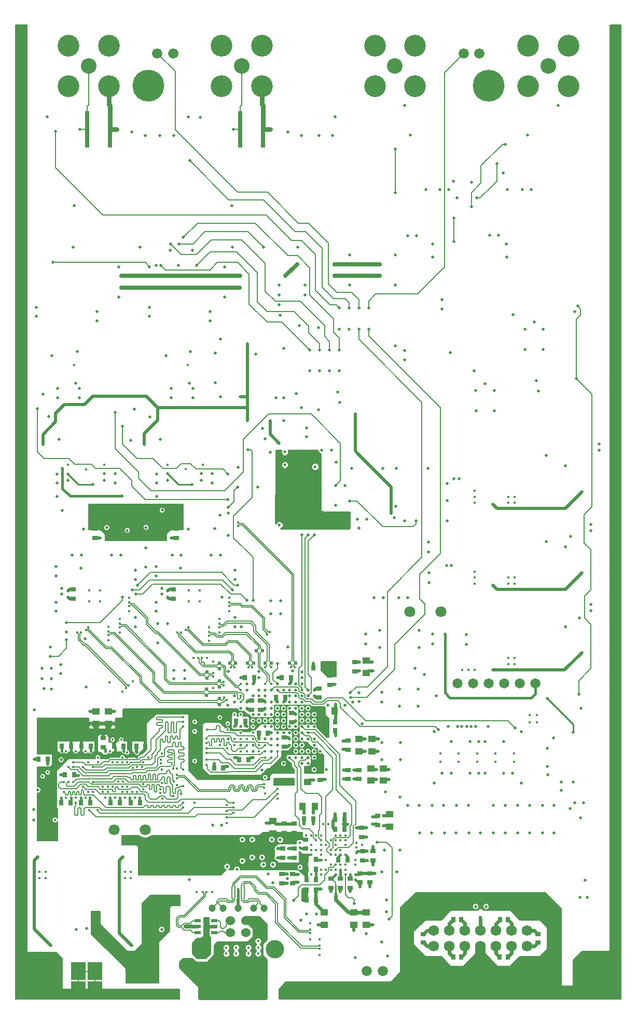
<source format=gbr>
G04 #@! TF.FileFunction,Copper,L6,Bot,Signal*
%FSLAX46Y46*%
G04 Gerber Fmt 4.6, Leading zero omitted, Abs format (unit mm)*
G04 Created by KiCad (PCBNEW 4.0.7) date 02/12/19 19:11:38*
%MOMM*%
%LPD*%
G01*
G04 APERTURE LIST*
%ADD10C,0.100000*%
%ADD11C,1.800000*%
%ADD12C,0.450000*%
%ADD13R,0.889000X0.635000*%
%ADD14R,0.200000X0.675000*%
%ADD15R,0.400000X0.675000*%
%ADD16C,0.500000*%
%ADD17C,1.524000*%
%ADD18C,3.000000*%
%ADD19C,1.200000*%
%ADD20C,5.200000*%
%ADD21C,0.800000*%
%ADD22R,0.550000X0.500000*%
%ADD23R,0.500000X0.550000*%
%ADD24R,1.300000X1.000000*%
%ADD25R,1.000000X1.300000*%
%ADD26R,0.635000X0.889000*%
%ADD27C,1.750000*%
%ADD28R,0.700000X0.900000*%
%ADD29R,0.900000X0.700000*%
%ADD30R,0.540000X1.060000*%
%ADD31R,2.450000X2.950000*%
%ADD32C,1.676400*%
%ADD33C,2.540000*%
%ADD34C,3.550000*%
%ADD35C,1.650000*%
%ADD36R,1.050000X0.600000*%
%ADD37R,0.800000X6.000000*%
%ADD38C,0.400000*%
%ADD39C,0.750000*%
%ADD40C,0.500000*%
%ADD41C,0.400000*%
%ADD42C,0.200000*%
%ADD43C,0.130000*%
%ADD44C,0.127000*%
%ADD45C,0.450000*%
%ADD46C,0.250000*%
%ADD47C,0.635000*%
%ADD48C,0.600000*%
%ADD49C,0.155000*%
%ADD50C,0.150000*%
%ADD51C,0.650000*%
%ADD52C,0.220000*%
%ADD53C,0.180000*%
%ADD54C,0.165000*%
%ADD55C,0.254000*%
G04 APERTURE END LIST*
D10*
D11*
X36630000Y-161680000D03*
X41710000Y-161680000D03*
D12*
X39139885Y-123854000D03*
X39699303Y-137500697D03*
X38000697Y-139199303D03*
X52150000Y-130850000D03*
X52153039Y-128658713D03*
X35717209Y-128599036D03*
X35717209Y-130791036D03*
X39139885Y-126046000D03*
X37570228Y-127330349D03*
X37570228Y-129522349D03*
X49604000Y-133673000D03*
X51796000Y-133673000D03*
X53870228Y-129522349D03*
X53870228Y-127330349D03*
X55439885Y-126046000D03*
X55439885Y-123854000D03*
X104500000Y-143000000D03*
D13*
X30000000Y-124050000D03*
X30000000Y-122550000D03*
D12*
X34350000Y-124450000D03*
X32550000Y-124450000D03*
X34350000Y-122650000D03*
X48850000Y-124450000D03*
X50650000Y-124450000D03*
X50650000Y-122650000D03*
X48850000Y-122650000D03*
X104500000Y-144225000D03*
X50111500Y-171850000D03*
X52688500Y-171850000D03*
X70150000Y-182138500D03*
X68650000Y-179538500D03*
X70150000Y-179561500D03*
X68650000Y-176961500D03*
D14*
X57900000Y-171500000D03*
X57900000Y-172375000D03*
X55900000Y-171500000D03*
X55900000Y-172375000D03*
X56400000Y-172375000D03*
X57400000Y-172375000D03*
X57400000Y-171500000D03*
X56400000Y-171500000D03*
D15*
X56900000Y-172375000D03*
X56900000Y-171500000D03*
D16*
X48300000Y-177500000D03*
X49250000Y-177500000D03*
D17*
X58150000Y-178490000D03*
X55650000Y-178490000D03*
X55650000Y-176490000D03*
X58150000Y-176490000D03*
D18*
X62920000Y-181200000D03*
X50880000Y-181200000D03*
D19*
X52650000Y-174490000D03*
X54400000Y-174490000D03*
X56900000Y-174490000D03*
X59400000Y-174490000D03*
X61150000Y-174490000D03*
D12*
X54950000Y-181900000D03*
X54950000Y-180900000D03*
X56550000Y-181900000D03*
X56550000Y-180900000D03*
X58550000Y-181900000D03*
X60150000Y-181900000D03*
X58550000Y-180900000D03*
X60150000Y-180900000D03*
X60150000Y-179850000D03*
D20*
X25500000Y-184400000D03*
D12*
X93500000Y-135675000D03*
X64000000Y-189000000D03*
X64000000Y-188100000D03*
X67000000Y-189000000D03*
X67000000Y-188000000D03*
X67500000Y-172300000D03*
D21*
X21500000Y-145900000D03*
X118500000Y-184900000D03*
X118500000Y-178900000D03*
D20*
X114500000Y-184400000D03*
D21*
X21500000Y-31900000D03*
X118500000Y-31900000D03*
X21500000Y-43900000D03*
X118500000Y-46900000D03*
X118500000Y-43900000D03*
X118500000Y-37900000D03*
X118500000Y-34900000D03*
D16*
X115800000Y-99800000D03*
X115800000Y-98800000D03*
X114500000Y-111950000D03*
X114500000Y-112950000D03*
X114500000Y-124950000D03*
X114500000Y-125950000D03*
D12*
X45900000Y-189000000D03*
X47650000Y-183650000D03*
D16*
X113900000Y-172700000D03*
X112700000Y-172700000D03*
D12*
X45900000Y-188000000D03*
D16*
X42200000Y-185200000D03*
X41000000Y-186200000D03*
X43400000Y-186200000D03*
X43400000Y-185200000D03*
D12*
X63300000Y-156650000D03*
X55000000Y-160600000D03*
X55000000Y-157650000D03*
X74200000Y-111700000D03*
X73200000Y-111700000D03*
X74200000Y-110700000D03*
X73200000Y-110700000D03*
X35050000Y-102150000D03*
X51100000Y-102200000D03*
X45400000Y-102165000D03*
X29150000Y-102150000D03*
X52800000Y-134300000D03*
X52800000Y-138600000D03*
D13*
X67900000Y-164800000D03*
X67900000Y-163300000D03*
D12*
X48648000Y-85940665D03*
X30122000Y-85940665D03*
X48300000Y-102900000D03*
X32077800Y-102925899D03*
X32550000Y-122650000D03*
D13*
X75200000Y-171188000D03*
X75200000Y-169688000D03*
D12*
X105650000Y-143000000D03*
X46900000Y-189000000D03*
X46900000Y-188000000D03*
D13*
X78900000Y-166700000D03*
X78900000Y-165200000D03*
D16*
X46300000Y-172800000D03*
X47150000Y-173650000D03*
X34050000Y-176550000D03*
D12*
X26500000Y-163100000D03*
X25500000Y-163100000D03*
X24500000Y-163100000D03*
X40400000Y-163100000D03*
X39400000Y-163100000D03*
X38400000Y-163100000D03*
X95500000Y-106400000D03*
X95500000Y-108400000D03*
X95500000Y-107400000D03*
X95500000Y-119600000D03*
X102000000Y-108400000D03*
X102000000Y-107400000D03*
X101000000Y-108400000D03*
X101000000Y-107400000D03*
X101000000Y-121600000D03*
X101000000Y-120600000D03*
X102000000Y-120600000D03*
X102000000Y-121600000D03*
X102000000Y-133700000D03*
X101000000Y-134700000D03*
X101000000Y-133700000D03*
X102000000Y-134700000D03*
X39400000Y-168600000D03*
X38400000Y-169600000D03*
X38400000Y-168600000D03*
X39400000Y-169600000D03*
X25500000Y-169600000D03*
X24500000Y-169600000D03*
X25500000Y-168600000D03*
X24500000Y-168600000D03*
X94500000Y-135675000D03*
X95500000Y-120600000D03*
X95500000Y-121600000D03*
X95500000Y-135675000D03*
X35900000Y-137700000D03*
X48250000Y-183050000D03*
X48250000Y-184250000D03*
X105650000Y-144225000D03*
X89900000Y-150600000D03*
X92900000Y-150600000D03*
X95900000Y-150600000D03*
X98900000Y-150600000D03*
X89900000Y-149300000D03*
X92900000Y-149300000D03*
X95900000Y-149300000D03*
X98900000Y-149300000D03*
D21*
X118500000Y-49900000D03*
X118500000Y-52900000D03*
X118500000Y-55900000D03*
X118500000Y-58900000D03*
X118500000Y-61900000D03*
X118500000Y-64900000D03*
X118500000Y-67900000D03*
X118500000Y-70900000D03*
X118500000Y-76900000D03*
X118500000Y-79900000D03*
X118500000Y-82900000D03*
X118500000Y-85900000D03*
X118500000Y-88900000D03*
X118500000Y-91900000D03*
X118500000Y-94900000D03*
X118500000Y-97900000D03*
X118500000Y-100900000D03*
X118500000Y-103900000D03*
X118500000Y-109900000D03*
X118500000Y-112900000D03*
X118500000Y-115900000D03*
X118500000Y-118900000D03*
X118500000Y-121900000D03*
X118500000Y-124900000D03*
X118500000Y-130900000D03*
X118500000Y-133900000D03*
X118500000Y-136900000D03*
X118500000Y-139900000D03*
X118500000Y-142900000D03*
X118500000Y-145900000D03*
X118500000Y-151900000D03*
X118500000Y-154900000D03*
X118500000Y-157900000D03*
X118500000Y-160900000D03*
X118500000Y-163900000D03*
X118500000Y-166900000D03*
X118500000Y-169900000D03*
X118500000Y-175900000D03*
X118500000Y-181900000D03*
X118500000Y-187900000D03*
X21500000Y-34900000D03*
X21500000Y-37900000D03*
X21500000Y-46900000D03*
X21500000Y-49900000D03*
X21500000Y-52900000D03*
X21500000Y-55900000D03*
X21500000Y-58900000D03*
X21500000Y-61900000D03*
X21500000Y-64900000D03*
X21500000Y-67900000D03*
X21500000Y-70900000D03*
X21500000Y-76900000D03*
X21500000Y-79900000D03*
X21500000Y-82900000D03*
X21500000Y-85900000D03*
X21500000Y-88900000D03*
X21500000Y-91900000D03*
X21500000Y-94900000D03*
X21500000Y-97900000D03*
X21500000Y-100900000D03*
X21500000Y-103900000D03*
X21500000Y-109900000D03*
X21500000Y-112900000D03*
X21500000Y-115900000D03*
X21500000Y-118900000D03*
X21500000Y-121900000D03*
X21500000Y-124900000D03*
X21500000Y-130900000D03*
X21500000Y-133900000D03*
X21500000Y-136900000D03*
X21500000Y-139900000D03*
X21500000Y-142900000D03*
X21500000Y-151900000D03*
X21500000Y-154900000D03*
X21500000Y-157900000D03*
X21500000Y-160900000D03*
X21500000Y-163900000D03*
X21500000Y-166900000D03*
X21500000Y-169900000D03*
X21500000Y-175500000D03*
X21500000Y-178900000D03*
X21500000Y-181900000D03*
X21500000Y-184900000D03*
D12*
X61300000Y-153150000D03*
X49800000Y-157300000D03*
X49800000Y-150500000D03*
X49800000Y-145650000D03*
X49800000Y-144100000D03*
X61300000Y-155750000D03*
X44500000Y-156650000D03*
X44400000Y-154100000D03*
X46900000Y-154400000D03*
X46900000Y-151700000D03*
X44400000Y-151900000D03*
D20*
X97800000Y-40400000D03*
D16*
X33250000Y-175750000D03*
D22*
X51700000Y-138800000D03*
X51700000Y-139800000D03*
X53800000Y-141300000D03*
X53800000Y-140300000D03*
X53800000Y-137400000D03*
X53800000Y-138400000D03*
X51800000Y-135950000D03*
X51800000Y-136950000D03*
D23*
X56500000Y-134500000D03*
X55500000Y-134500000D03*
D22*
X53800000Y-135500000D03*
X53800000Y-134500000D03*
D23*
X60850000Y-132500000D03*
X59850000Y-132500000D03*
X59400000Y-134500000D03*
X58400000Y-134500000D03*
X62300000Y-134500000D03*
X61300000Y-134500000D03*
X66300000Y-134500000D03*
X65300000Y-134500000D03*
D24*
X75800000Y-177200000D03*
X75800000Y-175200000D03*
X62600000Y-160300000D03*
X62600000Y-162300000D03*
D25*
X67400000Y-157900000D03*
X69400000Y-157900000D03*
D24*
X80600000Y-153700000D03*
X80600000Y-151700000D03*
X78600000Y-153700000D03*
X78600000Y-151700000D03*
X76600000Y-148900000D03*
X76600000Y-146900000D03*
X78750000Y-148900000D03*
X78750000Y-146900000D03*
X63300000Y-153800000D03*
X63300000Y-151800000D03*
X77800000Y-134100000D03*
X77800000Y-136100000D03*
D25*
X72600000Y-142300000D03*
X70600000Y-142300000D03*
D24*
X35700000Y-142400000D03*
X35700000Y-144400000D03*
X68200000Y-153900000D03*
X68200000Y-151900000D03*
X70950000Y-175200000D03*
X70950000Y-177200000D03*
X77800000Y-175200000D03*
X77800000Y-177200000D03*
X81650000Y-159200000D03*
X81650000Y-161200000D03*
X33700000Y-142400000D03*
X33700000Y-144400000D03*
D13*
X73600000Y-171188000D03*
X73600000Y-169688000D03*
X46300000Y-124050000D03*
X46300000Y-122550000D03*
X33549999Y-114100000D03*
X33549999Y-112600000D03*
X46800000Y-114100000D03*
X46800000Y-112600000D03*
D26*
X69550000Y-169850000D03*
X68050000Y-169850000D03*
X69550000Y-168150000D03*
X68050000Y-168150000D03*
D13*
X64400000Y-160700000D03*
X64400000Y-162200000D03*
X66000000Y-160700000D03*
X66000000Y-162200000D03*
X77000000Y-162900000D03*
X77000000Y-161400000D03*
D26*
X68050000Y-171500000D03*
X69550000Y-171500000D03*
X74250000Y-161600000D03*
X72750000Y-161600000D03*
X69550000Y-166550000D03*
X68050000Y-166550000D03*
D13*
X72000000Y-171188000D03*
X72000000Y-169688000D03*
D26*
X67650000Y-159900000D03*
X69150000Y-159900000D03*
D13*
X66000000Y-166300000D03*
X66000000Y-164800000D03*
X77200000Y-166700000D03*
X77200000Y-165200000D03*
X79700000Y-159450000D03*
X79700000Y-160950000D03*
D26*
X74750000Y-166600000D03*
X73250000Y-166600000D03*
D13*
X78400000Y-170300000D03*
X78400000Y-168800000D03*
X76800000Y-170300000D03*
X76800000Y-168800000D03*
X64000000Y-170400000D03*
X64000000Y-168900000D03*
X65800000Y-170400000D03*
X65800000Y-168900000D03*
X74800000Y-153450000D03*
X74800000Y-151950000D03*
X59100000Y-142150000D03*
X59100000Y-140650000D03*
X76600000Y-153450000D03*
X76600000Y-151950000D03*
D26*
X52950000Y-151600000D03*
X54450000Y-151600000D03*
X57050000Y-150300000D03*
X58550000Y-150300000D03*
X65500000Y-136900000D03*
X64000000Y-136900000D03*
X58050000Y-144050000D03*
X56550000Y-144050000D03*
D13*
X60500000Y-142150000D03*
X60500000Y-140650000D03*
X64450000Y-148150000D03*
X64450000Y-146650000D03*
X74800000Y-148650000D03*
X74800000Y-147150000D03*
D26*
X64550000Y-140100000D03*
X63050000Y-140100000D03*
X61750000Y-146000000D03*
X60250000Y-146000000D03*
D13*
X65599999Y-142650000D03*
X65599999Y-144150000D03*
X71900000Y-138050000D03*
X71900000Y-136550000D03*
D26*
X72750000Y-144100000D03*
X71250000Y-144100000D03*
D13*
X75900000Y-134350000D03*
X75900000Y-135850000D03*
D26*
X72750000Y-145550000D03*
X71250000Y-145550000D03*
D13*
X70100000Y-138650000D03*
X70100000Y-140150000D03*
X64900000Y-153550000D03*
X64900000Y-152050000D03*
D26*
X69150000Y-135300000D03*
X70650000Y-135300000D03*
D13*
X70300000Y-153550000D03*
X70300000Y-152050000D03*
D26*
X40250000Y-148100000D03*
X41750000Y-148100000D03*
X38150000Y-148100000D03*
X36650000Y-148100000D03*
X32799999Y-148100000D03*
X31299999Y-148100000D03*
X28100000Y-148100000D03*
X29600000Y-148100000D03*
X40850000Y-157300000D03*
X39350000Y-157300000D03*
X28000000Y-157300000D03*
X29500000Y-157300000D03*
X24300000Y-150200000D03*
X25800000Y-150200000D03*
X36050000Y-157300000D03*
X37550000Y-157300000D03*
X32750000Y-157300000D03*
X31250000Y-157300000D03*
D13*
X34850000Y-148250000D03*
X34850000Y-146750000D03*
D26*
X28600000Y-152700000D03*
X30100000Y-152700000D03*
X74250000Y-160000000D03*
X72750000Y-160000000D03*
D13*
X64200000Y-166300000D03*
X64200000Y-164800000D03*
D26*
X58000000Y-136900000D03*
X59500000Y-136900000D03*
D16*
X41000000Y-185200000D03*
D20*
X42200000Y-40400000D03*
D12*
X44400000Y-149300000D03*
D21*
X21500000Y-187900000D03*
D12*
X101900000Y-149300000D03*
X101900000Y-150600000D03*
D26*
X68050000Y-173100000D03*
X69550000Y-173100000D03*
D27*
X104074000Y-178160000D03*
X104074000Y-180700000D03*
X101534000Y-178160000D03*
X101534000Y-180700000D03*
X98994000Y-178160000D03*
X98994000Y-180700000D03*
X96454000Y-178160000D03*
X96454000Y-180700000D03*
X93914000Y-178160000D03*
X93914000Y-180700000D03*
X91374000Y-178160000D03*
X91374000Y-180700000D03*
X88834000Y-178160000D03*
X88834000Y-180700000D03*
D28*
X100250000Y-184350000D03*
X100900000Y-182450000D03*
X99600000Y-182450000D03*
X92650000Y-184350000D03*
X93300000Y-182450000D03*
X92000000Y-182450000D03*
D29*
X85200000Y-179400000D03*
X87100000Y-180050000D03*
X87100000Y-178750000D03*
D28*
X92650000Y-174450000D03*
X92000000Y-176350000D03*
X93300000Y-176350000D03*
X100300000Y-174450000D03*
X99650000Y-176350000D03*
X100950000Y-176350000D03*
D29*
X107750000Y-179400000D03*
X105850000Y-178750000D03*
X105850000Y-180050000D03*
D30*
X96450000Y-174130000D03*
X96450000Y-176270000D03*
D31*
X30850000Y-184700000D03*
X30850000Y-187900000D03*
X33550000Y-187900000D03*
X33550000Y-184700000D03*
D32*
X46289250Y-35092400D03*
X43710750Y-35092400D03*
X96289250Y-35092400D03*
X93710750Y-35092400D03*
X77907750Y-184707600D03*
X80486250Y-184707600D03*
D33*
X107496000Y-37146000D03*
D34*
X104198000Y-33848000D03*
X110798000Y-33848000D03*
X104198000Y-40448000D03*
X110798000Y-40448000D03*
D33*
X82496000Y-37146000D03*
D34*
X79198000Y-33848000D03*
X85798000Y-33848000D03*
X79198000Y-40448000D03*
X85798000Y-40448000D03*
D33*
X57496000Y-37146000D03*
D34*
X54198000Y-33848000D03*
X60798000Y-33848000D03*
X54198000Y-40448000D03*
X60798000Y-40448000D03*
D33*
X32496000Y-37146000D03*
D34*
X29198000Y-33848000D03*
X35798000Y-33848000D03*
X29198000Y-40448000D03*
X35798000Y-40448000D03*
D35*
X92700000Y-137850000D03*
X95240000Y-137850000D03*
X97780000Y-137850000D03*
X100320000Y-137850000D03*
X102860000Y-137850000D03*
X105400000Y-137850000D03*
D36*
X50300000Y-177500000D03*
X53000000Y-176550000D03*
X53000000Y-177500000D03*
X53000000Y-178450000D03*
X50300000Y-178450000D03*
X50300000Y-176550000D03*
D37*
X60950000Y-47500000D03*
X57250000Y-47500000D03*
X35950000Y-47500000D03*
X32250000Y-47500000D03*
D11*
X84890000Y-126120000D03*
X89970000Y-126120000D03*
D16*
X62100000Y-47500000D03*
X37100000Y-47500000D03*
X112850000Y-141887000D03*
X111850000Y-77250000D03*
X80300000Y-180000000D03*
X40100000Y-128600000D03*
X56400000Y-128600000D03*
X31900000Y-130550000D03*
X27200000Y-126100000D03*
X29100000Y-123800000D03*
X27200000Y-118800000D03*
X29800000Y-116900000D03*
X40100000Y-119400000D03*
X37713234Y-116903822D03*
X45400000Y-128100000D03*
X43500000Y-118800000D03*
X46100000Y-116900000D03*
X41800000Y-115700000D03*
X43500000Y-126100000D03*
X45400000Y-123800000D03*
X56400000Y-119400000D03*
X54013234Y-116903822D03*
X39400000Y-98200000D03*
X64900000Y-169650000D03*
X105900000Y-90200000D03*
X75800000Y-178100000D03*
X111600000Y-153900000D03*
X68100000Y-175400000D03*
X69700000Y-175400000D03*
X76650000Y-112550000D03*
X64300000Y-144900000D03*
X65300000Y-144900000D03*
X107650000Y-178550000D03*
X107650000Y-180250000D03*
X59200000Y-163300000D03*
X23500000Y-158400000D03*
X23500000Y-160100000D03*
X109136000Y-43614000D03*
X95450000Y-86850000D03*
X101800000Y-77700000D03*
X85000000Y-48450000D03*
X104150000Y-48450000D03*
X25730000Y-45470000D03*
X50730000Y-45530000D03*
X44100000Y-48500000D03*
X46400000Y-48500000D03*
X65000000Y-47900000D03*
X67200000Y-48500000D03*
X39500000Y-47900000D03*
X41700000Y-48500000D03*
X43528100Y-69700000D03*
X47184100Y-69700000D03*
X88800000Y-175900000D03*
X85200000Y-180300000D03*
X85200000Y-178500000D03*
X99400000Y-184300000D03*
X101100000Y-184300000D03*
X91800000Y-184300000D03*
X93500000Y-184300000D03*
X100400000Y-173500000D03*
X92800000Y-173500000D03*
X84061244Y-43592814D03*
X95650000Y-172800000D03*
X97350000Y-172800000D03*
X113300000Y-157300000D03*
X104450000Y-157700000D03*
X108450000Y-157700000D03*
X100450000Y-157700000D03*
X90450000Y-157700000D03*
X94450000Y-157700000D03*
X86450000Y-157700000D03*
X96200000Y-152500000D03*
X96202948Y-147300000D03*
X44400000Y-177950000D03*
X105600000Y-88500000D03*
X54050000Y-81700000D03*
X54050000Y-91100000D03*
X82600000Y-109000000D03*
X73150000Y-90300000D03*
X66350000Y-90600000D03*
X61250000Y-97950000D03*
X64350000Y-95000000D03*
X29100000Y-104700000D03*
X35050000Y-104700000D03*
X50900000Y-104700000D03*
X45400000Y-104700000D03*
X24850000Y-137100000D03*
X79788519Y-148911481D03*
X25050000Y-90700000D03*
X60100000Y-105800000D03*
X56900000Y-102600000D03*
X69450000Y-102500000D03*
X60900000Y-96250000D03*
X68050000Y-97650000D03*
X63600000Y-112000000D03*
X24850000Y-135400000D03*
X45950000Y-114100000D03*
X34400000Y-114100000D03*
X52650000Y-105150000D03*
X43600000Y-105150000D03*
X31650000Y-112700000D03*
D38*
X67000000Y-164600000D03*
D16*
X78800000Y-159600000D03*
X66900000Y-79500000D03*
X70000000Y-79800000D03*
X99400000Y-64750000D03*
X27300000Y-105150000D03*
X69250000Y-153600000D03*
X52988512Y-150911488D03*
D38*
X36800000Y-156500000D03*
D16*
X62100000Y-100150000D03*
X63750000Y-77800000D03*
X63600000Y-76100000D03*
X63600000Y-72900000D03*
X67800000Y-72900000D03*
X72700000Y-45500000D03*
X48775000Y-45500000D03*
X42450000Y-78000000D03*
X52350000Y-77200000D03*
X33850000Y-77200000D03*
X23950000Y-78000000D03*
X75450000Y-102750000D03*
X80550000Y-102750000D03*
X82750000Y-102750000D03*
X87850000Y-102750000D03*
X74360000Y-105600000D03*
X72840000Y-108830000D03*
X76350000Y-111050000D03*
X84100000Y-111350000D03*
X79100000Y-123850000D03*
X83100000Y-123850000D03*
X95716000Y-93367000D03*
X98688000Y-93367000D03*
X107350000Y-151400000D03*
X113550000Y-169950000D03*
X92450000Y-162250000D03*
X112750000Y-159800000D03*
X80750000Y-165000000D03*
X82800000Y-168600000D03*
D38*
X27900000Y-152700000D03*
D16*
X62200000Y-124400000D03*
X62200000Y-126500000D03*
X55300000Y-110100000D03*
X53950000Y-110400000D03*
X41850000Y-112400000D03*
X38800000Y-112900000D03*
X35450000Y-112450000D03*
X88050000Y-121400000D03*
X87990358Y-114846924D03*
X36800000Y-105150000D03*
X46400000Y-137100000D03*
X48150000Y-137100000D03*
X94100000Y-131450000D03*
X32650000Y-142400000D03*
X36750000Y-142400000D03*
X32075000Y-138400000D03*
X27900000Y-134800000D03*
X108350000Y-146700000D03*
X103150000Y-145700000D03*
X88850000Y-145700000D03*
X88850000Y-154100000D03*
X103150000Y-154100000D03*
X101700000Y-152500000D03*
D38*
X28100000Y-148900000D03*
X38200000Y-148900000D03*
D16*
X81500000Y-153500000D03*
X72800000Y-146400000D03*
X64400000Y-154200000D03*
X65800000Y-153500000D03*
X75750000Y-153400000D03*
X67600000Y-159000000D03*
X71150000Y-153500000D03*
X86250000Y-138800000D03*
X83250000Y-138800000D03*
X76650000Y-139400000D03*
X80350000Y-139300000D03*
X79500000Y-153500000D03*
X80350000Y-150300000D03*
X83350000Y-150300000D03*
X72700000Y-138000000D03*
X78850000Y-134400000D03*
X76700000Y-134400000D03*
X74250000Y-159100000D03*
X63300000Y-166300000D03*
X65100000Y-166300000D03*
X64900000Y-170400000D03*
X66700000Y-170300000D03*
X80600000Y-159400000D03*
X78000000Y-166700000D03*
X78400000Y-171050000D03*
X76800000Y-171050000D03*
X74100000Y-153400000D03*
X73950000Y-148600000D03*
X77650000Y-148900000D03*
D38*
X32800000Y-148900000D03*
X28000000Y-156500000D03*
X32700000Y-156500000D03*
D16*
X62600000Y-167400000D03*
X61000000Y-167400000D03*
X81100000Y-173100000D03*
D38*
X38100000Y-153800000D03*
D16*
X24200000Y-155200000D03*
X23600000Y-150200000D03*
X48750000Y-112700000D03*
X49450000Y-67193100D03*
X72800000Y-141250000D03*
X72800000Y-143300000D03*
X69200000Y-134500000D03*
X61500000Y-160650000D03*
X65200000Y-160750000D03*
X78900000Y-167450000D03*
D38*
X74400000Y-168200000D03*
D16*
X91552200Y-83902200D03*
X82552200Y-82802200D03*
X69300000Y-138900000D03*
X59300000Y-137900000D03*
X63300000Y-136900000D03*
X58300000Y-141900000D03*
X61300000Y-141900000D03*
X54200000Y-160950000D03*
X64300000Y-140900000D03*
X58300000Y-144900000D03*
D38*
X28800000Y-156500000D03*
D16*
X88450000Y-162250000D03*
X96450000Y-162250000D03*
X110350000Y-128600000D03*
X30500000Y-177950000D03*
X110350000Y-102400000D03*
X110350000Y-115600000D03*
D38*
X36000000Y-148900000D03*
X32000000Y-156500000D03*
X32000000Y-148900000D03*
X38800000Y-149100000D03*
X38800000Y-155500000D03*
X34000000Y-149900000D03*
X38000000Y-150700000D03*
X40400000Y-151500000D03*
X40000000Y-156500000D03*
X40800000Y-156500000D03*
X30400000Y-156500000D03*
X38000000Y-155500000D03*
X38000000Y-149900000D03*
X30400000Y-148900000D03*
X28800000Y-148900000D03*
X32400000Y-150700000D03*
X38800000Y-150700000D03*
X40400000Y-149100000D03*
X34800000Y-155500000D03*
X35600000Y-155500000D03*
X36000000Y-156500000D03*
D16*
X63300000Y-145900000D03*
X66300000Y-142900000D03*
X64300000Y-143900000D03*
X65300000Y-145900000D03*
D38*
X74000000Y-160800000D03*
D16*
X63600000Y-160750000D03*
X75200000Y-171800000D03*
D38*
X72800000Y-168200000D03*
D16*
X73600000Y-171800000D03*
D38*
X74400000Y-162600000D03*
X71600000Y-160800000D03*
X72800000Y-162600000D03*
X76200000Y-161400000D03*
X74800000Y-160800000D03*
X71200000Y-166600000D03*
X70400000Y-166600000D03*
X74400000Y-165800000D03*
D16*
X72000000Y-171800000D03*
D38*
X67600000Y-160750000D03*
X76200000Y-164600000D03*
D16*
X62300000Y-145900000D03*
X65300000Y-147900000D03*
D38*
X76000000Y-169800000D03*
X70400000Y-169000000D03*
X69600000Y-169000000D03*
X68800000Y-169000000D03*
D16*
X31000000Y-91243000D03*
X100460000Y-162250000D03*
X45800000Y-67200000D03*
X37450000Y-74803000D03*
X37450000Y-69900000D03*
X82550000Y-67976000D03*
X82550000Y-72924000D03*
X75050000Y-72874000D03*
X75050000Y-67976000D03*
X54648000Y-69900000D03*
X54645000Y-74824000D03*
X27450000Y-91243000D03*
X49550000Y-91250000D03*
X46000000Y-91243000D03*
X86050000Y-64850000D03*
X90176200Y-75257200D03*
X106688000Y-83367000D03*
X103716000Y-83367000D03*
X104762000Y-57300000D03*
X91300000Y-57300000D03*
X92656900Y-58653900D03*
X94980900Y-56149100D03*
X100696000Y-66185000D03*
X88600000Y-66193000D03*
X44500000Y-109595204D03*
X28174000Y-109624000D03*
X84040200Y-85064200D03*
X108450000Y-162250000D03*
X26502500Y-84367500D03*
X49133000Y-83750000D03*
X30607000Y-83750000D03*
X55897000Y-59933000D03*
X30099000Y-59950000D03*
X72286000Y-48500000D03*
X70127000Y-48500000D03*
X100200000Y-152500000D03*
X97200000Y-152500000D03*
X94702948Y-152500000D03*
X91700000Y-152500000D03*
X90200000Y-152500000D03*
X91700000Y-147300000D03*
X94700000Y-147300000D03*
X97202948Y-147300000D03*
X100202948Y-147300000D03*
X80000000Y-129200000D03*
X77750000Y-129800000D03*
X104450000Y-162250000D03*
X91001064Y-108002574D03*
X45155500Y-84367500D03*
X88650000Y-131400000D03*
X86400000Y-132000000D03*
X73500000Y-92000000D03*
X70050000Y-93250000D03*
X77850000Y-161400000D03*
X56300000Y-149900000D03*
X70300000Y-148900000D03*
X67300000Y-149900000D03*
X71300000Y-151900000D03*
X71550000Y-141400000D03*
X67300000Y-139900000D03*
X56300000Y-139900000D03*
X65800000Y-135800000D03*
X55300000Y-135900000D03*
X67300000Y-142900000D03*
X63300000Y-142900000D03*
X69300000Y-144900000D03*
X66300000Y-146900000D03*
X64300000Y-142900000D03*
X61300000Y-143900000D03*
X62300000Y-142900000D03*
X66300000Y-144900000D03*
X64300000Y-145900000D03*
X59300000Y-148900000D03*
X64300000Y-150900000D03*
X60800000Y-152000000D03*
X55300000Y-146903200D03*
X64300000Y-141900000D03*
X63300000Y-146900000D03*
X23650000Y-142150000D03*
X55100000Y-167700000D03*
X77800000Y-178650000D03*
X35200000Y-180300000D03*
X78900000Y-177200000D03*
X81100000Y-175100000D03*
X38100000Y-166100000D03*
D38*
X67000000Y-165415500D03*
D16*
X63600000Y-162300000D03*
X61500000Y-162300000D03*
X77850000Y-162900000D03*
X72700000Y-159100000D03*
D38*
X67200000Y-162600000D03*
X73600000Y-168200000D03*
X70800000Y-160800000D03*
X72400000Y-160800000D03*
X68800000Y-165800000D03*
X76200000Y-163800000D03*
X68000000Y-169000000D03*
D16*
X39550000Y-180600000D03*
X69939272Y-177200616D03*
X67300000Y-136900000D03*
X71400000Y-135800000D03*
X69300000Y-139900000D03*
X81250000Y-182250000D03*
X26400000Y-137100000D03*
X26400000Y-135400000D03*
X107350000Y-148400000D03*
X53100000Y-112600000D03*
X55300000Y-113700000D03*
X27900000Y-136200000D03*
X80000000Y-132000000D03*
X77750000Y-131400000D03*
X70600000Y-134500000D03*
X72715500Y-136600000D03*
X78900000Y-135800000D03*
X76700000Y-135800000D03*
X113000000Y-106600000D03*
X98450000Y-108650000D03*
X26400000Y-138800000D03*
X59730000Y-84185000D03*
X67200000Y-92850000D03*
X27300000Y-103700000D03*
X43600000Y-103700000D03*
X27650000Y-98000000D03*
X44150000Y-98000000D03*
X39950000Y-93100000D03*
X68050000Y-96150000D03*
X100850000Y-57300000D03*
X87500000Y-57300000D03*
X45400000Y-103650000D03*
X29100000Y-103700000D03*
X28200000Y-102750000D03*
X37950000Y-107300000D03*
X67800000Y-74500000D03*
X52350000Y-78700000D03*
X33850000Y-78700000D03*
X33208000Y-105375000D03*
X49364771Y-105366229D03*
X66637188Y-66718812D03*
X55969188Y-66718812D03*
X40856188Y-66718812D03*
X29934188Y-66718812D03*
X31000000Y-89719000D03*
X49550000Y-89719000D03*
X90176200Y-76762200D03*
X105227000Y-78890000D03*
X106688000Y-80097000D03*
X103716000Y-80097000D03*
X103250000Y-57300000D03*
X92011000Y-55950000D03*
X100113000Y-54600000D03*
X89800000Y-57300000D03*
X100704000Y-68343000D03*
X64300000Y-91250000D03*
X36800000Y-103650000D03*
X35050000Y-103650000D03*
X52650000Y-103650000D03*
X26000000Y-94350000D03*
X42500000Y-94400000D03*
X45982000Y-89719000D03*
X50900000Y-103650000D03*
X63600000Y-74500000D03*
X42450000Y-76500000D03*
X23950000Y-76500000D03*
X27450000Y-89719000D03*
X97917000Y-64735000D03*
X84550000Y-64850000D03*
X98724309Y-90090309D03*
X95679691Y-90090309D03*
X97227000Y-88974000D03*
X88600000Y-68344000D03*
X84040200Y-83540200D03*
X37822000Y-71400000D03*
X57200000Y-71400000D03*
X72600000Y-71400000D03*
X80000000Y-71400000D03*
X64600000Y-71400000D03*
X37822000Y-73300000D03*
X57164000Y-73300000D03*
X72600000Y-69500000D03*
X80000000Y-69500000D03*
X66500000Y-69500000D03*
X53150000Y-83950000D03*
X48900000Y-88900000D03*
X47500000Y-119000000D03*
X43600000Y-107350000D03*
X31200000Y-119000000D03*
X27300000Y-107350000D03*
X95650000Y-174200000D03*
X97350000Y-174200000D03*
X53150000Y-88850000D03*
X30372000Y-88872000D03*
X111050000Y-158250000D03*
X111800000Y-157300000D03*
X106550000Y-157700000D03*
X98550000Y-157700000D03*
X102550000Y-157700000D03*
X92550000Y-157700000D03*
X88550000Y-157700000D03*
X84550000Y-157698000D03*
X86550000Y-162250000D03*
X94550000Y-162250000D03*
X106550000Y-162250000D03*
X102550000Y-162250000D03*
X98560000Y-162250000D03*
X90550000Y-162250000D03*
D12*
X51111500Y-171850000D03*
D16*
X61018812Y-66718812D03*
X47200000Y-66200000D03*
X26700000Y-69200000D03*
X42400000Y-69900000D03*
X89250000Y-139900000D03*
X78200000Y-76600000D03*
X76600000Y-76600000D03*
D12*
X51688500Y-171850000D03*
D16*
X47950000Y-65100000D03*
X73400000Y-83500000D03*
X50100000Y-69700000D03*
X70200000Y-83500000D03*
X71800000Y-83500000D03*
X45900000Y-66200000D03*
X44290100Y-69700000D03*
X68600000Y-83500000D03*
D38*
X72800000Y-164200000D03*
D16*
X69300000Y-147900000D03*
X92075000Y-65786000D03*
X92075000Y-61976000D03*
X63035000Y-91265000D03*
X64500000Y-102200000D03*
X64500000Y-100100000D03*
X64300000Y-83250000D03*
X67300000Y-136000000D03*
X66300000Y-137900000D03*
X68300000Y-113600000D03*
X68300000Y-138900000D03*
X69300000Y-113600000D03*
X68300000Y-139900000D03*
X69300000Y-148900000D03*
D38*
X70400000Y-164200000D03*
X71200000Y-164200000D03*
D16*
X67300000Y-147900000D03*
X99100000Y-53100000D03*
X95864900Y-58653900D03*
X56100000Y-47500000D03*
X31100000Y-47500000D03*
X55200000Y-151400000D03*
X62300000Y-143900000D03*
X60300000Y-135900000D03*
X55200000Y-141400000D03*
X60300000Y-143900000D03*
X60300000Y-142900000D03*
X61300000Y-139900000D03*
X61300000Y-144900000D03*
X65300000Y-141900000D03*
X63300000Y-144900000D03*
X62300000Y-148900000D03*
X57300000Y-147900000D03*
X57300000Y-136900000D03*
X65300000Y-137900000D03*
X58300000Y-140900000D03*
X59300000Y-149900000D03*
X56300000Y-144900000D03*
X57400000Y-128600000D03*
X40100000Y-127100000D03*
X56400000Y-127100000D03*
X90650000Y-129800000D03*
X27200000Y-124600000D03*
X28900000Y-130750000D03*
X28900000Y-129450000D03*
X43800000Y-128100000D03*
X43500000Y-124600000D03*
X56700000Y-168150000D03*
X65140500Y-164800000D03*
X57600000Y-163300000D03*
X86400000Y-129200000D03*
X88650000Y-129800000D03*
X78800000Y-160800000D03*
X67100000Y-176400000D03*
X63800000Y-124400000D03*
X63800000Y-126500000D03*
X46400000Y-135700000D03*
X48150000Y-135700000D03*
X94100000Y-129850000D03*
X81500000Y-151900000D03*
X75750000Y-152000000D03*
X69200000Y-159000000D03*
X79500000Y-151900000D03*
X78000000Y-165200000D03*
X60800000Y-166200000D03*
X63300000Y-164800000D03*
X64900000Y-168900000D03*
X66700000Y-169000000D03*
X80600000Y-161000000D03*
X74100000Y-152000000D03*
X83300000Y-156350000D03*
X77600000Y-168800000D03*
X79250000Y-168800000D03*
X52700000Y-160950000D03*
X113000000Y-119800000D03*
X98450000Y-121850000D03*
D38*
X66995688Y-163794783D03*
X73600000Y-165800000D03*
D16*
X78900000Y-164450000D03*
D38*
X73600000Y-163400000D03*
X69200000Y-160750000D03*
X76200000Y-165400000D03*
X76000000Y-169000000D03*
X67000000Y-167800000D03*
D16*
X26250000Y-133400000D03*
X61300000Y-140900000D03*
X62300000Y-140900000D03*
X32750000Y-112600000D03*
X35455500Y-110950000D03*
X47650000Y-112600000D03*
X63300000Y-143900000D03*
X62300000Y-146900000D03*
X63300000Y-140900000D03*
X65300000Y-146900000D03*
X60300000Y-146900000D03*
X86300000Y-141600000D03*
X83250000Y-141600000D03*
X76650000Y-140800000D03*
X80350000Y-140900000D03*
X80350000Y-147500000D03*
X83350000Y-147500000D03*
X73950000Y-147200000D03*
X79800000Y-146900000D03*
X77650000Y-146900000D03*
X66300000Y-143900000D03*
X98450000Y-135675000D03*
X113000000Y-132800000D03*
X66300000Y-145900000D03*
X63300000Y-141900000D03*
X61300000Y-146900000D03*
X71500000Y-146400000D03*
X68300000Y-147900000D03*
X70300000Y-143900000D03*
X69300000Y-150900000D03*
X65800000Y-152000000D03*
X65300000Y-148900000D03*
D38*
X39200000Y-156500000D03*
X38400000Y-156500000D03*
X37600000Y-156500000D03*
D16*
X25800000Y-155200000D03*
D38*
X36400000Y-154700000D03*
D16*
X24200000Y-166100000D03*
D38*
X29600000Y-156500000D03*
D16*
X26300000Y-180600000D03*
D38*
X36800000Y-148900000D03*
X34000000Y-150700000D03*
X41200000Y-149100000D03*
X41400000Y-155100000D03*
X40400000Y-149900000D03*
X31200000Y-156500000D03*
X29600000Y-148900000D03*
X31200000Y-148900000D03*
X38800000Y-149900000D03*
X39600000Y-149100000D03*
X35600000Y-149900000D03*
X35200000Y-156500000D03*
X33200000Y-155500000D03*
D16*
X83300000Y-165000000D03*
D38*
X72000000Y-168200000D03*
D16*
X80300000Y-168600000D03*
D38*
X71200000Y-168200000D03*
D12*
X68650000Y-178538500D03*
X68650000Y-177961500D03*
D16*
X41550000Y-98900000D03*
X57200000Y-91100000D03*
X58400000Y-82450000D03*
X63600000Y-98700000D03*
X62100000Y-95000000D03*
X25050000Y-98900000D03*
X58400000Y-95000000D03*
X87300000Y-136400000D03*
X65300000Y-139900000D03*
X65300000Y-138900000D03*
X65300000Y-140900000D03*
X75100000Y-108090000D03*
X85900000Y-111300000D03*
X49000000Y-52600000D03*
X75000000Y-76600000D03*
X73400000Y-76600000D03*
X27112000Y-47793000D03*
X70500000Y-99800000D03*
X60300000Y-139900000D03*
X72100000Y-99800000D03*
X65000000Y-131900000D03*
D12*
X50404000Y-133673000D03*
X57300000Y-138900000D03*
X50996000Y-133673000D03*
X57300000Y-137900000D03*
X66096000Y-135200000D03*
X56850000Y-111604000D03*
X56850000Y-112196000D03*
X65504000Y-135200000D03*
D16*
X75600000Y-140900000D03*
X68300000Y-141900000D03*
X66300000Y-141900000D03*
X75300000Y-140100000D03*
X78200000Y-80100000D03*
X76600000Y-80100000D03*
X67300000Y-140900000D03*
X75200000Y-139400000D03*
X62300000Y-144900000D03*
X63750000Y-163350000D03*
D38*
X76000000Y-166600000D03*
D16*
X61300000Y-142900000D03*
X62400000Y-163300000D03*
D38*
X74400000Y-167397990D03*
X51700000Y-146800000D03*
X61300000Y-147900000D03*
X51700000Y-147600000D03*
X58300000Y-147900000D03*
X51800000Y-145400000D03*
X62300000Y-147900000D03*
X55000000Y-158700000D03*
X63300000Y-155000000D03*
X51700000Y-148400000D03*
X61300000Y-148900000D03*
X51700000Y-151100000D03*
X63300000Y-148900000D03*
X51700000Y-149200000D03*
X61300000Y-149900000D03*
X55000000Y-159700000D03*
X63300000Y-155900000D03*
D12*
X46900000Y-152704000D03*
X61100000Y-154222157D03*
X46900000Y-153296000D03*
X61100000Y-154814157D03*
D16*
X59300000Y-147900000D03*
X28000000Y-150300000D03*
D12*
X27000000Y-160100000D03*
X44300000Y-150896000D03*
D38*
X57300000Y-146900000D03*
D12*
X44300000Y-150304000D03*
D38*
X57300000Y-145900000D03*
D12*
X44170000Y-155696000D03*
D38*
X57300000Y-148900000D03*
D12*
X44170000Y-155104000D03*
D38*
X58300000Y-148900000D03*
X51700000Y-150300000D03*
X62300000Y-149900000D03*
D16*
X55950000Y-122600000D03*
X39650000Y-122600000D03*
X56800000Y-121800000D03*
X40500000Y-121800000D03*
D38*
X74400000Y-163400000D03*
D16*
X68300000Y-146900000D03*
X67300000Y-144900000D03*
D38*
X72800000Y-165000000D03*
X77100000Y-164200000D03*
D16*
X68300000Y-143900000D03*
D38*
X72800000Y-165800000D03*
D16*
X69300000Y-143900000D03*
X68300000Y-149900000D03*
D38*
X70411500Y-163400000D03*
D16*
X93400000Y-144900000D03*
X74300000Y-141400000D03*
D38*
X74400000Y-164200000D03*
D16*
X67300000Y-146900000D03*
D38*
X73600000Y-165000000D03*
D16*
X68300000Y-144900000D03*
X67300000Y-145900000D03*
D38*
X72000000Y-165800000D03*
D16*
X77100000Y-144400000D03*
X69300000Y-142900000D03*
X66300000Y-147900000D03*
D38*
X73600000Y-162600000D03*
D16*
X68300000Y-145900000D03*
D38*
X72000000Y-165000000D03*
X69600000Y-165000000D03*
D16*
X67300000Y-150900000D03*
X66300000Y-140900000D03*
X94200000Y-144900000D03*
X95700000Y-144900000D03*
X66300000Y-138900000D03*
X97700000Y-144900000D03*
X67300000Y-137900000D03*
D38*
X70400000Y-165000000D03*
D16*
X66300000Y-149900000D03*
X69300000Y-151900000D03*
D38*
X69600000Y-162600000D03*
X68800000Y-162600000D03*
D16*
X68300000Y-148900000D03*
X67300000Y-148900000D03*
D38*
X68000000Y-162600000D03*
D16*
X59300000Y-142900000D03*
X109600000Y-155300000D03*
X67300000Y-113600000D03*
X67300000Y-138900000D03*
X65300000Y-149900000D03*
D38*
X69600000Y-163400000D03*
D16*
X68300000Y-150900000D03*
D38*
X68800000Y-164200000D03*
D16*
X94900000Y-144900000D03*
X66300000Y-139900000D03*
X107400000Y-152700000D03*
X61300000Y-138900000D03*
X109650000Y-153900000D03*
X63300000Y-137900000D03*
X63300000Y-134600000D03*
X69300000Y-146900000D03*
D38*
X72800000Y-163400000D03*
D16*
X66300000Y-148900000D03*
D38*
X68800000Y-165000000D03*
D16*
X67300000Y-143900000D03*
D38*
X70400000Y-165800000D03*
D16*
X67300000Y-141900000D03*
X92700000Y-144900000D03*
X63300000Y-147900000D03*
D38*
X73600000Y-167397990D03*
D16*
X91200000Y-144900000D03*
X68300000Y-142900000D03*
D38*
X59300000Y-145900000D03*
X37300000Y-153800000D03*
X59300000Y-144900000D03*
X37200000Y-150700000D03*
X56300000Y-147900000D03*
X38800000Y-154700000D03*
X59300000Y-143900000D03*
X37800000Y-147000000D03*
X55100000Y-148400000D03*
X39700000Y-151600000D03*
X60300000Y-148900000D03*
X39600000Y-155500000D03*
X55200000Y-145400000D03*
X38000000Y-154700000D03*
X58300000Y-146900000D03*
X41400000Y-150700000D03*
D16*
X57300000Y-144900000D03*
D38*
X72000000Y-167400000D03*
X55200000Y-144400000D03*
X35600000Y-154700000D03*
X57300000Y-142900000D03*
X36400000Y-147000000D03*
X60300000Y-147900000D03*
X40400000Y-155500000D03*
X53900000Y-143400000D03*
X34800000Y-154700000D03*
D12*
X56300000Y-142900000D03*
D38*
X36400000Y-150700000D03*
X56300000Y-146903200D03*
X42200000Y-149900000D03*
X59300000Y-146900000D03*
X41400000Y-154300000D03*
X53900000Y-147900000D03*
X41200000Y-151500000D03*
D12*
X70150000Y-181138500D03*
X70150000Y-180561500D03*
D16*
X112350000Y-76300000D03*
X112500000Y-139600000D03*
X72900000Y-101800000D03*
X112100000Y-88150000D03*
X69300000Y-149900000D03*
D38*
X70400000Y-162600000D03*
D16*
X59300000Y-139900000D03*
X73400000Y-86850000D03*
X60300000Y-136900000D03*
X75000000Y-80100000D03*
X73400000Y-80100000D03*
X60300000Y-138900000D03*
X58300000Y-137900000D03*
X70200000Y-86850000D03*
X58300000Y-138900000D03*
X71800000Y-86850000D03*
X56300000Y-140900000D03*
X68600000Y-86850000D03*
X59300000Y-124300000D03*
X58500000Y-99700000D03*
X62300000Y-141900000D03*
X80900000Y-155500000D03*
D38*
X76000000Y-167400000D03*
D16*
X63300000Y-138900000D03*
X89600000Y-145400000D03*
X102100000Y-145100000D03*
X62300000Y-138900000D03*
D12*
X39059303Y-138140697D03*
X31246000Y-129500000D03*
X38640697Y-138559303D03*
X30654000Y-129500000D03*
X32459303Y-128690697D03*
X54640697Y-140100697D03*
X55059303Y-140519303D03*
X32040697Y-129109303D03*
X57300000Y-139900000D03*
X35717209Y-129991036D03*
X57300000Y-140900000D03*
X35717209Y-129399036D03*
X54550000Y-138196000D03*
X37570228Y-128722349D03*
X54550000Y-137604000D03*
X37570228Y-128130349D03*
X52800000Y-136746000D03*
X39139885Y-125246000D03*
X52800000Y-136154000D03*
X39139885Y-124654000D03*
X46954000Y-129500000D03*
X55704000Y-135200000D03*
X47546000Y-129500000D03*
X56296000Y-135200000D03*
X62300000Y-137900000D03*
X52153039Y-129458713D03*
X61300000Y-137900000D03*
X52153039Y-130050713D03*
X48759303Y-128690697D03*
X59196000Y-135200000D03*
X58604000Y-135200000D03*
X48340697Y-129109303D03*
X53870228Y-128722349D03*
X61300000Y-135200000D03*
X53870228Y-128130349D03*
X62300000Y-135200000D03*
D16*
X29100000Y-122800000D03*
X27200000Y-120300000D03*
X31300000Y-116900000D03*
X40100000Y-120900000D03*
X36200000Y-116900000D03*
X43500000Y-120300000D03*
X47600000Y-116900000D03*
X52500000Y-116900000D03*
X45400000Y-122800000D03*
X56400000Y-120900000D03*
X88050000Y-119800000D03*
X87990358Y-116446924D03*
X91700000Y-118650000D03*
X90900000Y-118650000D03*
D38*
X30800000Y-152800000D03*
X25800000Y-151000000D03*
X25000000Y-153000000D03*
X25800000Y-152350000D03*
X32400000Y-155500000D03*
X35192500Y-148900000D03*
D16*
X100450000Y-49950000D03*
X94996000Y-60071000D03*
X82500000Y-57800000D03*
X82500000Y-50700000D03*
D38*
X47900000Y-143300000D03*
X30000000Y-150700000D03*
X47900000Y-144900000D03*
X31600000Y-151500000D03*
X47900000Y-151900000D03*
X30000000Y-151500000D03*
X46400000Y-153800000D03*
X30000000Y-153900000D03*
X47900000Y-154600000D03*
X33200000Y-153900000D03*
X46300000Y-156200000D03*
X29200000Y-153900000D03*
X47900000Y-157300000D03*
X28400000Y-155500000D03*
X56100000Y-158100000D03*
X33900000Y-158500000D03*
X56100000Y-158900000D03*
X32600000Y-158500000D03*
X47900000Y-158100000D03*
X30400000Y-157300000D03*
X56100000Y-157300000D03*
X31600000Y-154700000D03*
X47900000Y-144100000D03*
X33200000Y-151500000D03*
D16*
X66900000Y-112200000D03*
X67800000Y-102200000D03*
X63600000Y-100150000D03*
X77900000Y-111050000D03*
X91001064Y-105202574D03*
X91032608Y-111333470D03*
X92925000Y-104450000D03*
X92125000Y-104450000D03*
X80600000Y-123850000D03*
X84600000Y-123850000D03*
X82400000Y-110800000D03*
D12*
X55439885Y-124654000D03*
D38*
X62059303Y-129490697D03*
D12*
X55439885Y-125246000D03*
D38*
X61640697Y-129909303D03*
D16*
X81900000Y-110150000D03*
X76000000Y-93850000D03*
X111200000Y-113900000D03*
X112600000Y-127200000D03*
X107200000Y-100700000D03*
X107200000Y-114700000D03*
X32200000Y-177800000D03*
X62600000Y-170350000D03*
D38*
X70400000Y-168200000D03*
D16*
X72838000Y-105602000D03*
X36800000Y-93600000D03*
X56800000Y-105800000D03*
X55300000Y-109100000D03*
D38*
X74400000Y-169000000D03*
D16*
X61800000Y-168900000D03*
X75824999Y-173700000D03*
X64300000Y-138900000D03*
X85800000Y-135400000D03*
X24100000Y-93050000D03*
X55200000Y-107900000D03*
X111600000Y-145800000D03*
X107350000Y-140300000D03*
X70400000Y-171400000D03*
D38*
X75200000Y-169000000D03*
X72800000Y-169000000D03*
D16*
X65950000Y-173200000D03*
D38*
X72800000Y-167400000D03*
D16*
X59200000Y-166200000D03*
X55200000Y-103700000D03*
X38000000Y-95900000D03*
D38*
X29200000Y-151500000D03*
X46300000Y-151700000D03*
X47600000Y-155900000D03*
X28400000Y-153900000D03*
D16*
X48900000Y-169850000D03*
X57600000Y-166800000D03*
X25200000Y-138700000D03*
X76050000Y-182550000D03*
X44400000Y-123300000D03*
D38*
X72000000Y-163400000D03*
D16*
X79600000Y-163700000D03*
X81500000Y-176300000D03*
X28100000Y-123300000D03*
X26200000Y-131900000D03*
X43800000Y-131200000D03*
X54300000Y-123800000D03*
X38000000Y-123800000D03*
X28850000Y-127950000D03*
X28100000Y-122300000D03*
X41800000Y-118900000D03*
X28100000Y-122300000D03*
X44400000Y-122300000D03*
X57300000Y-141900000D03*
X40200000Y-123300000D03*
X58300000Y-124300000D03*
D39*
X60950000Y-47500000D02*
X62100000Y-47500000D01*
X35950000Y-47500000D02*
X37100000Y-47500000D01*
X60798000Y-43452000D02*
X60950000Y-43604000D01*
X60950000Y-43604000D02*
X60950000Y-47500000D01*
X60798000Y-40448000D02*
X60798000Y-43452000D01*
X35798000Y-43452000D02*
X35950000Y-43604000D01*
X35950000Y-43604000D02*
X35950000Y-47500000D01*
X35798000Y-40448000D02*
X35798000Y-43452000D01*
X60798000Y-43448000D02*
X60798000Y-40448000D01*
D40*
X64000000Y-170400000D02*
X64900000Y-170400000D01*
X29350000Y-124050000D02*
X29100000Y-123800000D01*
X30000000Y-124050000D02*
X29350000Y-124050000D01*
X46300000Y-124050000D02*
X45650000Y-124050000D01*
X45650000Y-124050000D02*
X45400000Y-123800000D01*
D41*
X56900000Y-172375000D02*
X56900000Y-173050000D01*
X56900000Y-171850000D02*
X56900000Y-172375000D01*
X56900000Y-171850000D02*
X56900000Y-171500000D01*
D40*
X56900000Y-173641472D02*
X56900000Y-173050000D01*
X56900000Y-173641472D02*
X56900000Y-174490000D01*
X61500000Y-160650000D02*
X62250000Y-160650000D01*
X62250000Y-160650000D02*
X62600000Y-160300000D01*
X63600000Y-160750000D02*
X63050000Y-160750000D01*
X63050000Y-160750000D02*
X62600000Y-160300000D01*
X75800000Y-177200000D02*
X75800000Y-178100000D01*
X78850000Y-134400000D02*
X78100000Y-134400000D01*
X78100000Y-134400000D02*
X77800000Y-134100000D01*
X68050000Y-171500000D02*
X68050000Y-171550000D01*
D42*
X33550000Y-184800000D02*
X32125000Y-184800000D01*
X32125000Y-184800000D02*
X30850000Y-184800000D01*
X33550000Y-184800000D02*
X33550000Y-186475000D01*
X33550000Y-186475000D02*
X33550000Y-188000000D01*
X30850000Y-184800000D02*
X30850000Y-186475000D01*
X30850000Y-186475000D02*
X30850000Y-188000000D01*
D43*
X30850000Y-188000000D02*
X32205000Y-188000000D01*
X32205000Y-188000000D02*
X33550000Y-188000000D01*
X30850000Y-188000000D02*
X26550000Y-188000000D01*
X26550000Y-188000000D02*
X25500000Y-186950000D01*
X25500000Y-186950000D02*
X25500000Y-184400000D01*
D44*
X106100000Y-175900000D02*
X105100000Y-175900000D01*
X107650000Y-177450000D02*
X106100000Y-175900000D01*
X107650000Y-178550000D02*
X107650000Y-177450000D01*
X107650000Y-179400000D02*
X107650000Y-178550000D01*
X107650000Y-178550000D02*
X107700000Y-178500000D01*
X107650000Y-179400000D02*
X107650000Y-180250000D01*
X107650000Y-180250000D02*
X107700000Y-180300000D01*
X85200000Y-178500000D02*
X87800000Y-175900000D01*
X87800000Y-175900000D02*
X88800000Y-175900000D01*
D42*
X96454000Y-180700000D02*
X96454000Y-182246000D01*
D44*
X92800000Y-173500000D02*
X92800000Y-174400000D01*
X92800000Y-174400000D02*
X92650000Y-174550000D01*
X100400000Y-173500000D02*
X100400000Y-174450000D01*
X100400000Y-174450000D02*
X100300000Y-174550000D01*
X85250000Y-179400000D02*
X85250000Y-180250000D01*
X85250000Y-180250000D02*
X85200000Y-180300000D01*
X85250000Y-179400000D02*
X85250000Y-178550000D01*
X85250000Y-178550000D02*
X85200000Y-178500000D01*
X100250000Y-184250000D02*
X99450000Y-184250000D01*
X99450000Y-184250000D02*
X99400000Y-184300000D01*
X100250000Y-184250000D02*
X101050000Y-184250000D01*
X101050000Y-184250000D02*
X101100000Y-184300000D01*
X92650000Y-184250000D02*
X91850000Y-184250000D01*
X91850000Y-184250000D02*
X91800000Y-184300000D01*
X92650000Y-184250000D02*
X93450000Y-184250000D01*
X93450000Y-184250000D02*
X93500000Y-184300000D01*
X99450000Y-184250000D02*
X99400000Y-184200000D01*
X101050000Y-184250000D02*
X101100000Y-184200000D01*
D40*
X40250000Y-148100000D02*
X40250000Y-148950000D01*
X40250000Y-148950000D02*
X40400000Y-149100000D01*
X78750000Y-148900000D02*
X78761481Y-148911481D01*
X78761481Y-148911481D02*
X79434966Y-148911481D01*
X79434966Y-148911481D02*
X79788519Y-148911481D01*
X46800000Y-114100000D02*
X45950000Y-114100000D01*
X33550000Y-114100000D02*
X34400000Y-114100000D01*
D41*
X67900000Y-164800000D02*
X67200000Y-164800000D01*
X67200000Y-164800000D02*
X67000000Y-164600000D01*
X74200000Y-159100000D02*
X74200000Y-159950000D01*
X74200000Y-159950000D02*
X74250000Y-160000000D01*
X74250000Y-160000000D02*
X74250000Y-159200000D01*
X74250000Y-159200000D02*
X74150000Y-159100000D01*
X74250000Y-161600000D02*
X74250000Y-161050000D01*
X74250000Y-161050000D02*
X74000000Y-160800000D01*
X74250000Y-160000000D02*
X74250000Y-160550000D01*
X74250000Y-160550000D02*
X74000000Y-160800000D01*
X74750000Y-166600000D02*
X74750000Y-166150000D01*
X74750000Y-166150000D02*
X74400000Y-165800000D01*
D40*
X70100000Y-138650000D02*
X69550000Y-138650000D01*
X69550000Y-138650000D02*
X69300000Y-138900000D01*
X59500000Y-136900000D02*
X59500000Y-137700000D01*
X59500000Y-137700000D02*
X59300000Y-137900000D01*
X59100000Y-142150000D02*
X58550000Y-142150000D01*
X58550000Y-142150000D02*
X58300000Y-141900000D01*
X60500000Y-142150000D02*
X61050000Y-142150000D01*
X61050000Y-142150000D02*
X61300000Y-141900000D01*
X64550000Y-140100000D02*
X64550000Y-140650000D01*
X64550000Y-140650000D02*
X64300000Y-140900000D01*
D45*
X70400000Y-166600000D02*
X69700000Y-166600000D01*
X69600000Y-169000000D02*
X69600000Y-168150000D01*
D46*
X69600000Y-168150000D02*
X69450000Y-168000000D01*
D40*
X78800000Y-159600000D02*
X79550000Y-159600000D01*
X79550000Y-159600000D02*
X79700000Y-159450000D01*
X72800000Y-143300000D02*
X72800000Y-142500000D01*
X72800000Y-142500000D02*
X72600000Y-142300000D01*
X72800000Y-143300000D02*
X72800000Y-144050000D01*
X72800000Y-144050000D02*
X72750000Y-144100000D01*
X72800000Y-146400000D02*
X72800000Y-145750000D01*
X73950000Y-148600000D02*
X74750000Y-148600000D01*
X74750000Y-148600000D02*
X74800000Y-148650000D01*
X64300000Y-154200000D02*
X63700000Y-154200000D01*
X63700000Y-154200000D02*
X63300000Y-153800000D01*
X64300000Y-154200000D02*
X64300000Y-154150000D01*
X64300000Y-154150000D02*
X64900000Y-153550000D01*
X71150000Y-153500000D02*
X70350000Y-153500000D01*
X70350000Y-153500000D02*
X70300000Y-153550000D01*
X63500000Y-153600000D02*
X63300000Y-153800000D01*
X65049999Y-153600000D02*
X65099999Y-153550000D01*
X63300000Y-166300000D02*
X64200000Y-166300000D01*
X65100000Y-166300000D02*
X66000000Y-166300000D01*
X63600000Y-160750000D02*
X64350000Y-160750000D01*
X66700000Y-170300000D02*
X65900000Y-170300000D01*
X65900000Y-170300000D02*
X65800000Y-170400000D01*
X65200000Y-160750000D02*
X64450000Y-160750000D01*
X64450000Y-160750000D02*
X64400000Y-160700000D01*
X64350000Y-160750000D02*
X64400000Y-160700000D01*
X65200000Y-160750000D02*
X65950000Y-160750000D01*
X65950000Y-160750000D02*
X66000000Y-160700000D01*
X67600000Y-159000000D02*
X67600000Y-158100000D01*
X67600000Y-158100000D02*
X67400000Y-157900000D01*
X67600000Y-160750000D02*
X67600000Y-159950000D01*
X67600000Y-159950000D02*
X67650000Y-159900000D01*
X76200000Y-161400000D02*
X77000000Y-161400000D01*
X80600000Y-159400000D02*
X81450000Y-159400000D01*
X81450000Y-159400000D02*
X81650000Y-159200000D01*
D45*
X77200000Y-166700000D02*
X78000000Y-166700000D01*
D40*
X78900000Y-167450000D02*
X78900000Y-166700000D01*
X78400000Y-171050000D02*
X78400000Y-170300000D01*
X76800000Y-171050000D02*
X76800000Y-170300000D01*
X69600000Y-169812000D02*
X69500000Y-169712000D01*
X72000000Y-171800000D02*
X72000000Y-171188000D01*
X73600000Y-171800000D02*
X73600000Y-171188000D01*
X75200000Y-171800000D02*
X75200000Y-171188000D01*
X67600000Y-160050000D02*
X67650000Y-160000000D01*
X69250000Y-153600000D02*
X68450000Y-153600000D01*
X68450000Y-153600000D02*
X68250000Y-153800000D01*
X52988512Y-150911488D02*
X52988512Y-151588512D01*
X58050000Y-144200000D02*
X58050000Y-144650000D01*
X58050000Y-144650000D02*
X58300000Y-144900000D01*
D41*
X40800000Y-156500000D02*
X40800000Y-157150000D01*
D40*
X40800000Y-157150000D02*
X40850000Y-157200000D01*
X62300000Y-145900000D02*
X61950000Y-145900000D01*
X61950000Y-145900000D02*
X61750000Y-146100000D01*
X28500000Y-152700000D02*
X27900000Y-152700000D01*
X33550000Y-142400000D02*
X32650000Y-142400000D01*
X35850000Y-142400000D02*
X36750000Y-142400000D01*
D41*
X28100000Y-148200000D02*
X28100000Y-148900000D01*
X38200000Y-148900000D02*
X38200000Y-148250000D01*
D40*
X38200000Y-148250000D02*
X38150000Y-148200000D01*
X81500000Y-153500000D02*
X80800000Y-153500000D01*
X80800000Y-153500000D02*
X80600000Y-153700000D01*
X63300000Y-136900000D02*
X63750000Y-136900000D01*
X63750000Y-136900000D02*
X63850000Y-137000000D01*
X72800000Y-145750000D02*
X72750000Y-145700000D01*
X65800000Y-153500000D02*
X65149999Y-153500000D01*
X65149999Y-153500000D02*
X65099999Y-153550000D01*
X75750000Y-153400000D02*
X76400000Y-153400000D01*
X76400000Y-153400000D02*
X76450000Y-153450000D01*
X79500000Y-153500000D02*
X78800000Y-153500000D01*
X72700000Y-138000000D02*
X72050000Y-138000000D01*
X72050000Y-138000000D02*
X72000000Y-138050000D01*
X69200000Y-134500000D02*
X69200000Y-135150000D01*
X69200000Y-135150000D02*
X69150000Y-135200000D01*
X76700000Y-134400000D02*
X76050000Y-134400000D01*
X76050000Y-134400000D02*
X76000000Y-134350000D01*
X78850000Y-134400000D02*
X78250000Y-134400000D01*
X76800000Y-170300000D02*
X76500000Y-170300000D01*
D41*
X76500000Y-170300000D02*
X76000000Y-169800000D01*
D40*
X74800000Y-153400000D02*
X74100000Y-153400000D01*
X76750000Y-148900000D02*
X77650000Y-148900000D01*
D41*
X32800000Y-148900000D02*
X32800000Y-148100000D01*
X32700000Y-156500000D02*
X32700000Y-157150000D01*
X32700000Y-157150000D02*
X32750000Y-157200000D01*
D40*
X56700000Y-149900000D02*
X57100000Y-150300000D01*
D41*
X36000000Y-156500000D02*
X36000000Y-157150000D01*
X28000000Y-156500000D02*
X28000000Y-157300000D01*
D40*
X24200000Y-150200000D02*
X23600000Y-150200000D01*
X72800000Y-142300000D02*
X72800000Y-141400000D01*
X65600000Y-142650000D02*
X66050000Y-142650000D01*
X66050000Y-142650000D02*
X66300000Y-142900000D01*
X64600000Y-148162000D02*
X65038000Y-148162000D01*
X65038000Y-148162000D02*
X65300000Y-147900000D01*
D45*
X69600000Y-169000000D02*
X69600000Y-169662000D01*
D40*
X77850000Y-161400000D02*
X77000000Y-161400000D01*
X56300000Y-149900000D02*
X56700000Y-149900000D01*
D46*
X67200000Y-162600000D02*
X67200000Y-162882842D01*
X67200000Y-162882842D02*
X67617158Y-163300000D01*
X67617158Y-163300000D02*
X67900000Y-163300000D01*
X67200000Y-162600000D02*
X66400000Y-162600000D01*
X66400000Y-162600000D02*
X66000000Y-162200000D01*
D44*
X64400000Y-162200000D02*
X63700000Y-162200000D01*
X63700000Y-162200000D02*
X63600000Y-162300000D01*
D40*
X61500000Y-162300000D02*
X62450000Y-162300000D01*
X62450000Y-162300000D02*
X62600000Y-162450000D01*
X77800000Y-177200000D02*
X78900000Y-177200000D01*
X70989272Y-177200616D02*
X69939272Y-177200616D01*
X37500000Y-178550000D02*
X37500000Y-166700000D01*
X37500000Y-166700000D02*
X38100000Y-166100000D01*
X39550000Y-180600000D02*
X37500000Y-178550000D01*
X72400000Y-161350000D02*
X72650000Y-161600000D01*
X72400000Y-160800000D02*
X72400000Y-161350000D01*
D46*
X68000000Y-169000000D02*
X68000000Y-168050000D01*
X68000000Y-168050000D02*
X67950000Y-168000000D01*
D41*
X68000000Y-169950000D02*
X68000000Y-169000000D01*
D44*
X64350000Y-162150000D02*
X64400000Y-162200000D01*
X63648010Y-162200000D02*
X63600000Y-162248010D01*
D40*
X72700000Y-159100000D02*
X72700000Y-159900000D01*
D45*
X72650000Y-159900000D02*
X72750000Y-160000000D01*
D40*
X77850000Y-162900000D02*
X77000000Y-162900000D01*
X62300000Y-162300000D02*
X62600000Y-162600000D01*
X72400000Y-160800000D02*
X72400000Y-160250000D01*
X72400000Y-160250000D02*
X72650000Y-160000000D01*
X64400000Y-162350000D02*
X65300000Y-162350000D01*
X66000000Y-162350000D02*
X65300000Y-162350000D01*
X66250000Y-162600000D02*
X66000000Y-162350000D01*
D41*
X68000000Y-168200000D02*
X68000000Y-169000000D01*
X73600000Y-168200000D02*
X73600000Y-169676000D01*
D40*
X78900000Y-135800000D02*
X78100000Y-135800000D01*
X78100000Y-135800000D02*
X77800000Y-136100000D01*
X78900000Y-135800000D02*
X78150000Y-135800000D01*
X78850000Y-135800000D02*
X78250000Y-135800000D01*
X99100000Y-109300000D02*
X98450000Y-108650000D01*
X99100000Y-109300000D02*
X110300000Y-109300000D01*
X110300000Y-109300000D02*
X113000000Y-106600000D01*
X70100000Y-140150000D02*
X69550000Y-140150000D01*
X69550000Y-140150000D02*
X69300000Y-139900000D01*
X70600000Y-134500000D02*
X70600000Y-135150000D01*
X70600000Y-135150000D02*
X70650000Y-135200000D01*
X72715500Y-136600000D02*
X72050000Y-136600000D01*
X72050000Y-136600000D02*
X72000000Y-136550000D01*
X76700000Y-135800000D02*
X76050000Y-135800000D01*
X76050000Y-135800000D02*
X76000000Y-135850000D01*
D46*
X49364771Y-105366229D02*
X47600000Y-105366229D01*
X47066229Y-105316229D02*
X46950000Y-105200000D01*
X46950000Y-105200000D02*
X45400000Y-103650000D01*
X47600000Y-105366229D02*
X47116229Y-105366229D01*
X47116229Y-105366229D02*
X46950000Y-105200000D01*
X31404000Y-105375000D02*
X30775000Y-105375000D01*
X30775000Y-105375000D02*
X29100000Y-103700000D01*
D41*
X29450000Y-107300000D02*
X28200000Y-106050000D01*
X28200000Y-106050000D02*
X28200000Y-102750000D01*
X32350000Y-107300000D02*
X29450000Y-107300000D01*
X32350000Y-107300000D02*
X37950000Y-107300000D01*
D46*
X33208000Y-105375000D02*
X31404000Y-105375000D01*
X31404000Y-105375000D02*
X31400000Y-105371000D01*
D47*
X54864000Y-71400000D02*
X57200000Y-71400000D01*
X54864000Y-71400000D02*
X37822000Y-71400000D01*
X72600000Y-71400000D02*
X80000000Y-71400000D01*
X52400000Y-73300000D02*
X37822000Y-73300000D01*
X66500000Y-69500000D02*
X64600000Y-71400000D01*
X52400000Y-73300000D02*
X57164000Y-73300000D01*
X72600000Y-69500000D02*
X80000000Y-69500000D01*
D48*
X98994000Y-178160000D02*
X98994000Y-177006000D01*
X98994000Y-177006000D02*
X99650000Y-176350000D01*
X101534000Y-178160000D02*
X101534000Y-176934000D01*
X101534000Y-176934000D02*
X100950000Y-176350000D01*
X104074000Y-178160000D02*
X105260000Y-178160000D01*
X105260000Y-178160000D02*
X105850000Y-178750000D01*
X104074000Y-180700000D02*
X105200000Y-180700000D01*
X105200000Y-180700000D02*
X105850000Y-180050000D01*
X101534000Y-180700000D02*
X101534000Y-181816000D01*
X101534000Y-181816000D02*
X100900000Y-182450000D01*
X98994000Y-180700000D02*
X98994000Y-181844000D01*
X98994000Y-181844000D02*
X99600000Y-182450000D01*
X96454000Y-178160000D02*
X96454000Y-176274000D01*
X96454000Y-176274000D02*
X96450000Y-176270000D01*
D40*
X96450000Y-176370000D02*
X96450000Y-178156000D01*
D49*
X47700000Y-177641000D02*
X47191596Y-177641000D01*
X47770500Y-177719326D02*
X47770500Y-177711500D01*
X47770500Y-177711500D02*
X47700000Y-177641000D01*
X51259001Y-172441595D02*
X48041596Y-175659000D01*
X48041596Y-175659000D02*
X47291596Y-175659000D01*
X51259001Y-171997501D02*
X51259001Y-172441595D01*
X50300000Y-178450000D02*
X49512500Y-178450000D01*
X46809000Y-176141596D02*
X47291596Y-175659000D01*
X49512500Y-178450000D02*
X49092000Y-178029500D01*
X49092000Y-178029500D02*
X48080674Y-178029500D01*
X46809000Y-177258404D02*
X46809000Y-176141596D01*
X48080674Y-178029500D02*
X47770500Y-177719326D01*
X47191596Y-177641000D02*
X46809000Y-177258404D01*
X51259001Y-171997501D02*
X51111500Y-171850000D01*
D42*
X58500000Y-64200000D02*
X51500000Y-64200000D01*
X49500000Y-66200000D02*
X51500000Y-64200000D01*
X61018812Y-66718812D02*
X58500000Y-64200000D01*
X49500000Y-66200000D02*
X47200000Y-66200000D01*
X26700000Y-69200000D02*
X41700000Y-69200000D01*
X41700000Y-69200000D02*
X42400000Y-69900000D01*
X90550000Y-69947000D02*
X90550000Y-38900000D01*
X93710750Y-35092400D02*
X90550000Y-38253150D01*
X90550000Y-38253150D02*
X90550000Y-38900000D01*
X78200000Y-76600000D02*
X78200000Y-75500000D01*
X78200000Y-75500000D02*
X79360991Y-74339009D01*
X79360991Y-74339009D02*
X86157991Y-74339009D01*
X86157991Y-74339009D02*
X87000000Y-73497000D01*
X86929000Y-73568000D02*
X87000000Y-73497000D01*
X87000000Y-73497000D02*
X90550000Y-69947000D01*
X43710750Y-35092400D02*
X46600000Y-37981650D01*
X71600000Y-72700000D02*
X73000000Y-74100000D01*
X46600000Y-37981650D02*
X46600000Y-47580930D01*
X71600000Y-66000000D02*
X71600000Y-72700000D01*
X46600000Y-47580930D02*
X56800000Y-57780930D01*
X73000000Y-74100000D02*
X75400000Y-74100000D01*
X56800000Y-57780930D02*
X61700000Y-57780930D01*
X66700000Y-62780930D02*
X68380930Y-62780930D01*
X61700000Y-57780930D02*
X66700000Y-62780930D01*
X68380930Y-62780930D02*
X71600000Y-66000000D01*
X75400000Y-74100000D02*
X76600000Y-75300000D01*
X76600000Y-75300000D02*
X76600000Y-76600000D01*
D49*
X50300000Y-176550000D02*
X49512500Y-176550000D01*
X48080674Y-176970500D02*
X47692174Y-177359000D01*
X49512500Y-176550000D02*
X49092000Y-176970500D01*
X49092000Y-176970500D02*
X48080674Y-176970500D01*
X47692174Y-177359000D02*
X47308404Y-177359000D01*
X47308404Y-177359000D02*
X47091000Y-177141596D01*
X47091000Y-177141596D02*
X47091000Y-176258404D01*
X47091000Y-176258404D02*
X47408404Y-175941000D01*
X47408404Y-175941000D02*
X48158404Y-175941000D01*
X48158404Y-175941000D02*
X51540999Y-172558405D01*
X51540999Y-172558405D02*
X51540999Y-171997501D01*
X51540999Y-171997501D02*
X51688500Y-171850000D01*
D42*
X47950000Y-65100000D02*
X50250000Y-62800000D01*
X72500000Y-80600000D02*
X73400000Y-81500000D01*
X50250000Y-62800000D02*
X59700000Y-62800000D01*
X59700000Y-62800000D02*
X65000000Y-68100000D01*
X65000000Y-68100000D02*
X66600000Y-68100000D01*
X66600000Y-68100000D02*
X68600000Y-70100000D01*
X68600000Y-70100000D02*
X68600000Y-74500000D01*
X68600000Y-74500000D02*
X72500000Y-78400000D01*
X73400000Y-81500000D02*
X73400000Y-83500000D01*
X72500000Y-78400000D02*
X72500000Y-80600000D01*
X52300000Y-67500000D02*
X52700000Y-67500000D01*
X50100000Y-69700000D02*
X50349999Y-69450001D01*
X50349999Y-69450001D02*
X52300000Y-67500000D01*
X52700000Y-67500000D02*
X56600000Y-67500000D01*
X66000000Y-77200000D02*
X68400000Y-79600000D01*
X56600000Y-67500000D02*
X60000000Y-70900000D01*
X60000000Y-75600000D02*
X61600000Y-77200000D01*
X60000000Y-70900000D02*
X60000000Y-75600000D01*
X68400000Y-80700000D02*
X70200000Y-82500000D01*
X61600000Y-77200000D02*
X66000000Y-77200000D01*
X68400000Y-79600000D02*
X68400000Y-80700000D01*
X70200000Y-82500000D02*
X70200000Y-83500000D01*
X57500000Y-65500000D02*
X52500000Y-65500000D01*
X50100000Y-67900000D02*
X52500000Y-65500000D01*
X71800000Y-83500000D02*
X71800000Y-82100000D01*
X71800000Y-82100000D02*
X71000000Y-81300000D01*
X71000000Y-81300000D02*
X71000000Y-79500000D01*
X71000000Y-79500000D02*
X67050000Y-75550000D01*
X67050000Y-75550000D02*
X62950000Y-75550000D01*
X62950000Y-75550000D02*
X61300000Y-73900000D01*
X61300000Y-73900000D02*
X61300000Y-69300000D01*
X61300000Y-69300000D02*
X57500000Y-65500000D01*
X47600000Y-67900000D02*
X45900000Y-66200000D01*
X50100000Y-67900000D02*
X47600000Y-67900000D01*
X68600000Y-83500000D02*
X64000000Y-78900000D01*
X64000000Y-78900000D02*
X61600000Y-78900000D01*
X61600000Y-78900000D02*
X58700000Y-76000000D01*
X58700000Y-76000000D02*
X58700000Y-71100000D01*
X44990100Y-70400000D02*
X44900000Y-70309900D01*
X58700000Y-71100000D02*
X56800000Y-69200000D01*
X56800000Y-69200000D02*
X53500000Y-69200000D01*
X53500000Y-69200000D02*
X52300000Y-70400000D01*
X52300000Y-70400000D02*
X44990100Y-70400000D01*
X44900000Y-70309900D02*
X44290100Y-69700000D01*
X92075000Y-65786000D02*
X92075000Y-61976000D01*
D50*
X67800000Y-114100000D02*
X68300000Y-113600000D01*
X67800000Y-138400000D02*
X67800000Y-114100000D01*
X68300000Y-138900000D02*
X67800000Y-138400000D01*
X68300000Y-136400000D02*
X68300000Y-114800000D01*
X69300000Y-113600000D02*
X68300000Y-114600000D01*
X68300000Y-114600000D02*
X68300000Y-114800000D01*
X68800000Y-139400000D02*
X68800000Y-136900000D01*
X68800000Y-136900000D02*
X68300000Y-136400000D01*
X68300000Y-139900000D02*
X68800000Y-139400000D01*
D42*
X99100000Y-55926800D02*
X99100000Y-53100000D01*
X98425000Y-56601800D02*
X99100000Y-55926800D01*
X96372900Y-58653900D02*
X95864900Y-58653900D01*
X98425000Y-56601800D02*
X96372900Y-58653900D01*
X57496000Y-37146000D02*
X57496000Y-43504000D01*
X57496000Y-43504000D02*
X57250000Y-43750000D01*
X57250000Y-43750000D02*
X57250000Y-47500000D01*
X57500000Y-37150000D02*
X57496000Y-37146000D01*
X56650000Y-47500000D02*
X56100000Y-47500000D01*
X57250000Y-47500000D02*
X56650000Y-47500000D01*
X32496000Y-37146000D02*
X32496000Y-43504000D01*
X32496000Y-43504000D02*
X32250000Y-43750000D01*
X32250000Y-43750000D02*
X32250000Y-47500000D01*
X31650000Y-47500000D02*
X31100000Y-47500000D01*
X32250000Y-47500000D02*
X31650000Y-47500000D01*
X32500000Y-37150000D02*
X32496000Y-37146000D01*
D40*
X55200000Y-151400000D02*
X54800000Y-151400000D01*
X59300000Y-149900000D02*
X59000000Y-149900000D01*
D41*
X105400000Y-137850000D02*
X105400000Y-139500000D01*
X105400000Y-139500000D02*
X104700000Y-140200000D01*
X90650000Y-139400000D02*
X90650000Y-129800000D01*
X104700000Y-140200000D02*
X91450000Y-140200000D01*
X91450000Y-140200000D02*
X90650000Y-139400000D01*
D42*
X27600000Y-133400000D02*
X28900000Y-132100000D01*
X28900000Y-132100000D02*
X28900000Y-130750000D01*
X26250000Y-133400000D02*
X27600000Y-133400000D01*
D40*
X64000000Y-168900000D02*
X64900000Y-168900000D01*
X66000000Y-164800000D02*
X65140500Y-164800000D01*
X99100000Y-122500000D02*
X98450000Y-121850000D01*
X59100000Y-140650000D02*
X58550000Y-140650000D01*
D45*
X77200000Y-165200000D02*
X76400000Y-165200000D01*
X76400000Y-165200000D02*
X76200000Y-165400000D01*
D40*
X54800000Y-151400000D02*
X54600000Y-151600000D01*
D41*
X73250000Y-166600000D02*
X73250000Y-166150000D01*
X73250000Y-166150000D02*
X73600000Y-165800000D01*
D40*
X58550000Y-140650000D02*
X58300000Y-140900000D01*
X60500000Y-140650000D02*
X61050000Y-140650000D01*
X61050000Y-140650000D02*
X61300000Y-140900000D01*
X65500000Y-136900000D02*
X65500000Y-137700000D01*
X65500000Y-137700000D02*
X65300000Y-137900000D01*
X78800000Y-160800000D02*
X79550000Y-160800000D01*
X79550000Y-160800000D02*
X79700000Y-160950000D01*
X63300000Y-164800000D02*
X64200000Y-164800000D01*
X66700000Y-169000000D02*
X66000000Y-169000000D01*
X66000000Y-169000000D02*
X65900000Y-168900000D01*
X69200000Y-159000000D02*
X69200000Y-158100000D01*
X69200000Y-158100000D02*
X69400000Y-157900000D01*
X69200000Y-160750000D02*
X69200000Y-159950000D01*
X69200000Y-159950000D02*
X69150000Y-159900000D01*
X80600000Y-161000000D02*
X81450000Y-161000000D01*
X81450000Y-161000000D02*
X81650000Y-161200000D01*
X78900000Y-164450000D02*
X78900000Y-165200000D01*
X77200000Y-165200000D02*
X78000000Y-165200000D01*
X77600000Y-168800000D02*
X78400000Y-168800000D01*
X77600000Y-168800000D02*
X76800000Y-168800000D01*
X79250000Y-168800000D02*
X78400000Y-168800000D01*
D46*
X77000000Y-165400000D02*
X77200000Y-165200000D01*
D40*
X69200000Y-160050000D02*
X69150000Y-160000000D01*
X113000000Y-119800000D02*
X110300000Y-122500000D01*
X110300000Y-122500000D02*
X99100000Y-122500000D01*
X56550000Y-144200000D02*
X56550000Y-144650000D01*
X56550000Y-144650000D02*
X56300000Y-144900000D01*
X57300000Y-136900000D02*
X57750000Y-136900000D01*
X57750000Y-136900000D02*
X57850000Y-137000000D01*
X81500000Y-151900000D02*
X80800000Y-151900000D01*
X80800000Y-151900000D02*
X80600000Y-151700000D01*
X75750000Y-152000000D02*
X76400000Y-152000000D01*
X76400000Y-152000000D02*
X76450000Y-151950000D01*
X79500000Y-151900000D02*
X78800000Y-151900000D01*
D41*
X76600000Y-169000000D02*
X76000000Y-169000000D01*
X76800000Y-168800000D02*
X76600000Y-169000000D01*
D40*
X74800000Y-152000000D02*
X74100000Y-152000000D01*
X59000000Y-149900000D02*
X58600000Y-150300000D01*
X33550000Y-112550000D02*
X32800000Y-112550000D01*
X32800000Y-112550000D02*
X32750000Y-112600000D01*
X47650000Y-112600000D02*
X46850000Y-112600000D01*
X46850000Y-112600000D02*
X46800000Y-112550000D01*
X110125000Y-135675000D02*
X110300000Y-135500000D01*
X98450000Y-135675000D02*
X110125000Y-135675000D01*
X110300000Y-135500000D02*
X113000000Y-132800000D01*
X63050000Y-140100000D02*
X63050000Y-140650000D01*
X63050000Y-140650000D02*
X63300000Y-140900000D01*
X79800000Y-146900000D02*
X78750000Y-146900000D01*
X73950000Y-147200000D02*
X74750000Y-147200000D01*
X74750000Y-147200000D02*
X74800000Y-147150000D01*
X60300000Y-146900000D02*
X60300000Y-146150000D01*
X60300000Y-146150000D02*
X60250000Y-146100000D01*
X76750000Y-146900000D02*
X77650000Y-146900000D01*
X65600000Y-144150000D02*
X66050000Y-144150000D01*
X66050000Y-144150000D02*
X66300000Y-143900000D01*
X64600000Y-146638000D02*
X65038000Y-146638000D01*
X65300000Y-146900000D02*
X65038000Y-146638000D01*
D41*
X36800000Y-148900000D02*
X36800000Y-148250000D01*
X36800000Y-148250000D02*
X36650000Y-148100000D01*
X31200000Y-148900000D02*
X31200000Y-148200000D01*
X31200000Y-148200000D02*
X31300000Y-148100000D01*
D40*
X41750000Y-148100000D02*
X41750000Y-148550000D01*
X41750000Y-148550000D02*
X41200000Y-149100000D01*
X26300000Y-180600000D02*
X23600000Y-177900000D01*
X23600000Y-177900000D02*
X23600000Y-166700000D01*
X23600000Y-166700000D02*
X24200000Y-166100000D01*
D41*
X29600000Y-156500000D02*
X29600000Y-157100000D01*
X29600000Y-157100000D02*
X29500000Y-157200000D01*
X31200000Y-156500000D02*
X31200000Y-157150000D01*
X31200000Y-157150000D02*
X31250000Y-157200000D01*
X39200000Y-156500000D02*
X39200000Y-157050000D01*
X39200000Y-157050000D02*
X39350000Y-157200000D01*
X29600000Y-148900000D02*
X29600000Y-148100000D01*
X37600000Y-156500000D02*
X37600000Y-157250000D01*
D46*
X64300000Y-152000000D02*
X65062000Y-152000000D01*
X65062000Y-152000000D02*
X65100000Y-152038000D01*
D49*
X56400000Y-172375000D02*
X56400000Y-172841000D01*
X56291000Y-173254897D02*
X55970207Y-173575690D01*
X53858538Y-173290866D02*
X53665999Y-173483405D01*
X53665999Y-173483405D02*
X53665999Y-173755999D01*
X56400000Y-172841000D02*
X56291000Y-172950000D01*
X56291000Y-172950000D02*
X56291000Y-173254897D01*
X55970207Y-173575690D02*
X55226286Y-173575690D01*
X55226286Y-173575690D02*
X54941462Y-173290866D01*
X54941462Y-173290866D02*
X53858538Y-173290866D01*
X53665999Y-173755999D02*
X54400000Y-174490000D01*
X56291000Y-170884750D02*
X56400000Y-170993750D01*
X68650000Y-178538500D02*
X68502499Y-178390999D01*
X56291000Y-170508404D02*
X56291000Y-170884750D01*
X59741596Y-169491000D02*
X57308404Y-169491000D01*
X68502499Y-178390999D02*
X66791595Y-178390999D01*
X66791595Y-178390999D02*
X64409000Y-176008404D01*
X64409000Y-176008404D02*
X64409000Y-173108404D01*
X64409000Y-173108404D02*
X62591596Y-171291000D01*
X62591596Y-171291000D02*
X61541596Y-171291000D01*
X56400000Y-170993750D02*
X56400000Y-171500000D01*
X57308404Y-169491000D02*
X56291000Y-170508404D01*
X61541596Y-171291000D02*
X59741596Y-169491000D01*
X56400000Y-171500000D02*
X56400000Y-172375000D01*
X64691000Y-172991596D02*
X62708404Y-171009000D01*
X55900000Y-172375000D02*
X55900000Y-172841000D01*
X55900000Y-172841000D02*
X56009000Y-172950000D01*
X56009000Y-172950000D02*
X56009000Y-173138089D01*
X55058270Y-173008866D02*
X53741730Y-173008866D01*
X53384001Y-173755999D02*
X52650000Y-174490000D01*
X56009000Y-173138089D02*
X55853399Y-173293690D01*
X53741730Y-173008866D02*
X53384001Y-173366595D01*
X55853399Y-173293690D02*
X55343094Y-173293690D01*
X55343094Y-173293690D02*
X55058270Y-173008866D01*
X53384001Y-173366595D02*
X53384001Y-173755999D01*
X68502499Y-178109001D02*
X66908405Y-178109001D01*
X62708404Y-171009000D02*
X61658404Y-171009000D01*
X64691000Y-175891596D02*
X64691000Y-172991596D01*
X68650000Y-177961500D02*
X68502499Y-178109001D01*
X66908405Y-178109001D02*
X64691000Y-175891596D01*
X56009000Y-170391596D02*
X56009000Y-170884750D01*
X56009000Y-170884750D02*
X55900000Y-170993750D01*
X61658404Y-171009000D02*
X59858404Y-169209000D01*
X59858404Y-169209000D02*
X57191596Y-169209000D01*
X57191596Y-169209000D02*
X56009000Y-170391596D01*
X55900000Y-170993750D02*
X55900000Y-171500000D01*
X55900000Y-171500000D02*
X55900000Y-172375000D01*
D40*
X41550000Y-98900000D02*
X41550000Y-97150000D01*
X41550000Y-97150000D02*
X43800000Y-94900000D01*
X43800000Y-94900000D02*
X43800000Y-92900000D01*
X25050000Y-98900000D02*
X25050000Y-97250000D01*
X25050000Y-97250000D02*
X27100000Y-95200000D01*
X31800000Y-92400000D02*
X33200000Y-91000000D01*
X58400000Y-93000000D02*
X58400000Y-94200000D01*
X27100000Y-95200000D02*
X27100000Y-93800000D01*
X27100000Y-93800000D02*
X28500000Y-92400000D01*
X28500000Y-92400000D02*
X31800000Y-92400000D01*
X33200000Y-91000000D02*
X41900000Y-91000000D01*
X41900000Y-91000000D02*
X43800000Y-92900000D01*
X43800000Y-92900000D02*
X58300000Y-92900000D01*
X58300000Y-92900000D02*
X58400000Y-93000000D01*
X58400000Y-94200000D02*
X58400000Y-95000000D01*
X58400000Y-94200000D02*
X58400000Y-91100000D01*
X58400000Y-82450000D02*
X58400000Y-91100000D01*
X58400000Y-91100000D02*
X57200000Y-91100000D01*
X62100000Y-97200000D02*
X62100000Y-95000000D01*
X62100000Y-97200000D02*
X63600000Y-98700000D01*
D42*
X85900000Y-111300000D02*
X85900000Y-111800000D01*
X85900000Y-111800000D02*
X85400000Y-112300000D01*
X85400000Y-112300000D02*
X80500000Y-112300000D01*
X80500000Y-112300000D02*
X76290000Y-108090000D01*
X76290000Y-108090000D02*
X75890000Y-108090000D01*
X75890000Y-108090000D02*
X75100000Y-108090000D01*
X61000000Y-59000000D02*
X55700000Y-59000000D01*
X55400000Y-59000000D02*
X55700000Y-59000000D01*
X49000000Y-52600000D02*
X55400000Y-59000000D01*
X70600000Y-66900000D02*
X67900000Y-64200000D01*
X72500000Y-75100000D02*
X70600000Y-73200000D01*
X74300000Y-75100000D02*
X72500000Y-75100000D01*
X66200000Y-64200000D02*
X61000000Y-59000000D01*
X70600000Y-73200000D02*
X70600000Y-66900000D01*
X75000000Y-75800000D02*
X74300000Y-75100000D01*
X67900000Y-64200000D02*
X66200000Y-64200000D01*
X75000000Y-76600000D02*
X75000000Y-75800000D01*
X73400000Y-76600000D02*
X72900000Y-76100000D01*
X72900000Y-76100000D02*
X71900000Y-76100000D01*
X71900000Y-76100000D02*
X69500000Y-73700000D01*
X69500000Y-73700000D02*
X69500000Y-67900000D01*
X27100000Y-53800000D02*
X27112000Y-53788000D01*
X69500000Y-67900000D02*
X67200000Y-65600000D01*
X67200000Y-65600000D02*
X65600000Y-65600000D01*
X65600000Y-65600000D02*
X61500000Y-61500000D01*
X61500000Y-61500000D02*
X34800000Y-61500000D01*
X34800000Y-61500000D02*
X27100000Y-53800000D01*
X27112000Y-53788000D02*
X27112000Y-47793000D01*
D44*
X54584976Y-136575186D02*
X54584976Y-135307065D01*
X54190500Y-135134500D02*
X53825000Y-135500000D01*
X56533300Y-138523510D02*
X54584976Y-136575186D01*
X54412411Y-135134500D02*
X54190500Y-135134500D01*
X54584976Y-135307065D02*
X54412411Y-135134500D01*
X53825000Y-135500000D02*
X53800000Y-135500000D01*
X53384500Y-135134500D02*
X53750000Y-135500000D01*
X50404000Y-133673000D02*
X50565501Y-133834501D01*
X50565501Y-133834501D02*
X50565501Y-134455712D01*
X50565501Y-134455712D02*
X51244289Y-135134500D01*
X51244289Y-135134500D02*
X53384500Y-135134500D01*
X53750000Y-135500000D02*
X53800000Y-135500000D01*
X56923510Y-138523510D02*
X56533300Y-138523510D01*
X57300000Y-138900000D02*
X56923510Y-138523510D01*
X51118577Y-134416234D02*
X51153933Y-134380879D01*
X51210458Y-134345362D02*
X51243205Y-134337888D01*
X51092316Y-134437176D02*
X51118577Y-134416234D01*
X51029306Y-134459225D02*
X51062053Y-134451750D01*
X50996000Y-133673000D02*
X50834499Y-133834501D01*
X50834499Y-133834501D02*
X50834499Y-134344288D01*
X51409057Y-134470150D02*
X51409057Y-134503740D01*
X51180195Y-134359936D02*
X51210458Y-134345362D01*
X50834499Y-134344288D02*
X50906446Y-134416235D01*
X51330711Y-134840500D02*
X51355711Y-134865500D01*
X51287720Y-134717639D02*
X51287720Y-134751228D01*
X51339804Y-134359936D02*
X51366066Y-134380879D01*
X50932706Y-134437176D02*
X50962969Y-134451750D01*
X50906446Y-134416235D02*
X50932706Y-134437176D01*
X51153933Y-134380879D02*
X51180195Y-134359936D01*
X51366066Y-134380879D02*
X51387008Y-134407140D01*
X50962969Y-134451750D02*
X50995716Y-134459225D01*
X51409057Y-134503740D02*
X51401582Y-134536487D01*
X51401582Y-134437403D02*
X51409057Y-134470150D01*
X51243205Y-134337888D02*
X51276794Y-134337888D01*
X51355711Y-134865500D02*
X53384500Y-134865500D01*
X50995716Y-134459225D02*
X51029306Y-134459225D01*
X51062053Y-134451750D02*
X51092316Y-134437176D01*
X51309541Y-134345362D02*
X51339804Y-134359936D01*
X51276794Y-134337888D02*
X51309541Y-134345362D01*
X51401582Y-134536487D02*
X51387008Y-134566750D01*
X51387008Y-134407140D02*
X51401582Y-134437403D01*
X51387008Y-134566750D02*
X51366066Y-134593011D01*
X51366066Y-134593011D02*
X51330711Y-134628367D01*
X51309768Y-134654629D02*
X51295194Y-134684892D01*
X51330711Y-134628367D02*
X51309768Y-134654629D01*
X51295194Y-134783975D02*
X51309768Y-134814238D01*
X51295194Y-134684892D02*
X51287720Y-134717639D01*
X51309768Y-134814238D02*
X51330711Y-134840500D01*
X51287720Y-134751228D02*
X51295194Y-134783975D01*
X53384500Y-134865500D02*
X53750000Y-134500000D01*
X53750000Y-134500000D02*
X53800000Y-134500000D01*
X53825000Y-134500000D02*
X54190500Y-134865500D01*
X53800000Y-134500000D02*
X53825000Y-134500000D01*
X54190500Y-134865500D02*
X54523831Y-134865500D01*
X54523831Y-134865500D02*
X54853976Y-135195645D01*
X54853976Y-135195645D02*
X54853976Y-136463766D01*
X54853976Y-136463766D02*
X56644722Y-138254512D01*
X56945488Y-138254512D02*
X57300000Y-137900000D01*
X56644722Y-138254512D02*
X56945488Y-138254512D01*
X56850000Y-111604000D02*
X57011501Y-111765501D01*
X57011501Y-111765501D02*
X57655711Y-111765501D01*
X57655711Y-111765501D02*
X65934500Y-120044290D01*
X65934500Y-120044290D02*
X65934500Y-134084500D01*
X65934500Y-134084500D02*
X66300000Y-134450000D01*
X65934499Y-134890501D02*
X65934499Y-135038499D01*
X66300000Y-134500000D02*
X66300000Y-134525000D01*
X66300000Y-134525000D02*
X65934499Y-134890501D01*
X65934499Y-135038499D02*
X66096000Y-135200000D01*
X65300000Y-134500000D02*
X65300000Y-134525000D01*
X65300000Y-134525000D02*
X65665501Y-134890501D01*
X65665501Y-134890501D02*
X65665501Y-135038499D01*
X65665501Y-135038499D02*
X65504000Y-135200000D01*
X56850000Y-112196000D02*
X57011501Y-112034499D01*
X57011501Y-112034499D02*
X57544289Y-112034499D01*
X57544289Y-112034499D02*
X65665500Y-120155710D01*
X65665500Y-120155710D02*
X65665500Y-134084500D01*
X65665500Y-134084500D02*
X65300000Y-134450000D01*
D42*
X77900000Y-140100000D02*
X75300000Y-140100000D01*
X82450000Y-135550000D02*
X77900000Y-140100000D01*
X78200000Y-80100000D02*
X78200000Y-81200000D01*
X86550000Y-120050000D02*
X86550000Y-124050000D01*
X78200000Y-81200000D02*
X89900000Y-92900000D01*
X89900000Y-92900000D02*
X89900000Y-116700000D01*
X86550000Y-124050000D02*
X87350000Y-124850000D01*
X89900000Y-116700000D02*
X86550000Y-120050000D01*
X87350000Y-124850000D02*
X87350000Y-126600000D01*
X87350000Y-126600000D02*
X82450000Y-131500000D01*
X82450000Y-131500000D02*
X82450000Y-135550000D01*
X76600000Y-80100000D02*
X76600000Y-81700000D01*
X76600000Y-81700000D02*
X86900000Y-92000000D01*
X86900000Y-92000000D02*
X86900000Y-117250000D01*
X86900000Y-117250000D02*
X81250000Y-122900000D01*
X81250000Y-122900000D02*
X81250000Y-135100000D01*
X81250000Y-135100000D02*
X77950000Y-138400000D01*
X76200000Y-138400000D02*
X75200000Y-139400000D01*
X77950000Y-138400000D02*
X76200000Y-138400000D01*
D44*
X52100000Y-146400000D02*
X51700000Y-146800000D01*
X55800000Y-146700000D02*
X55500000Y-146400000D01*
X55800000Y-147100000D02*
X55800000Y-146700000D01*
X55500000Y-146400000D02*
X52100000Y-146400000D01*
X61300000Y-147900000D02*
X60800000Y-148400000D01*
X60800000Y-148400000D02*
X60100000Y-148400000D01*
X60100000Y-148400000D02*
X59800000Y-148100000D01*
X59800000Y-148100000D02*
X59800000Y-147700000D01*
X56100000Y-147400000D02*
X55800000Y-147100000D01*
X59800000Y-147700000D02*
X59500000Y-147400000D01*
X59500000Y-147400000D02*
X56100000Y-147400000D01*
X52355495Y-147994986D02*
X52313223Y-147980194D01*
X52619806Y-146913223D02*
X52605014Y-146955495D01*
X52200000Y-147600000D02*
X52194985Y-147555496D01*
X52444504Y-147994986D02*
X52400000Y-148000000D01*
X52086776Y-147419807D02*
X52044504Y-147405015D01*
X52275302Y-147956367D02*
X52243633Y-147924698D01*
X52600000Y-147800000D02*
X52594985Y-147844505D01*
X52594985Y-147844505D02*
X52580193Y-147886777D01*
X52524697Y-147956367D02*
X52486776Y-147980194D01*
X52180193Y-147513224D02*
X52156366Y-147475303D01*
X52600000Y-147000000D02*
X52600000Y-147800000D01*
X52605014Y-146955495D02*
X52600000Y-147000000D01*
X52580193Y-147886777D02*
X52556366Y-147924698D01*
X52556366Y-147924698D02*
X52524697Y-147956367D01*
X52486776Y-147980194D02*
X52444504Y-147994986D01*
X52400000Y-148000000D02*
X52355495Y-147994986D01*
X52313223Y-147980194D02*
X52275302Y-147956367D01*
X52243633Y-147924698D02*
X52219806Y-147886777D01*
X52219806Y-147886777D02*
X52205014Y-147844505D01*
X52205014Y-147844505D02*
X52200000Y-147800000D01*
X52200000Y-147800000D02*
X52200000Y-147600000D01*
X52194985Y-147555496D02*
X52180193Y-147513224D01*
X52156366Y-147475303D02*
X52124697Y-147443634D01*
X52124697Y-147443634D02*
X52086776Y-147419807D01*
X52044504Y-147405015D02*
X51894985Y-147405015D01*
X51894985Y-147405015D02*
X51700000Y-147600000D01*
X52643633Y-146875302D02*
X52619806Y-146913223D01*
X52713223Y-146819806D02*
X52675302Y-146843633D01*
X52675302Y-146843633D02*
X52643633Y-146875302D01*
X58300000Y-147900000D02*
X57800000Y-148400000D01*
X54524697Y-146843633D02*
X54486776Y-146819806D01*
X52994985Y-146955495D02*
X52980193Y-146913223D01*
X55750000Y-148600000D02*
X55750000Y-147950000D01*
X54156366Y-147324697D02*
X54124697Y-147356366D01*
X57800000Y-148400000D02*
X57000000Y-148400000D01*
X55000000Y-147600000D02*
X55000000Y-147800000D01*
X57000000Y-148400000D02*
X56500000Y-148900000D01*
X53000000Y-147000000D02*
X52994985Y-146955495D01*
X54755495Y-147994986D02*
X54713223Y-147980194D01*
X56500000Y-148900000D02*
X56050000Y-148900000D01*
X55075302Y-147443634D02*
X55043633Y-147475303D01*
X54600000Y-147800000D02*
X54600000Y-147000000D01*
X56050000Y-148900000D02*
X55750000Y-148600000D01*
X55750000Y-147950000D02*
X55600000Y-147800000D01*
X52844504Y-146805014D02*
X52800000Y-146800000D01*
X55200000Y-147400000D02*
X55155495Y-147405015D01*
X55394985Y-147555496D02*
X55380193Y-147513224D01*
X55475302Y-147756367D02*
X55443633Y-147724698D01*
X55600000Y-147800000D02*
X55555495Y-147794986D01*
X54194985Y-147244504D02*
X54180193Y-147286776D01*
X55555495Y-147794986D02*
X55513223Y-147780194D01*
X54486776Y-146819806D02*
X54444504Y-146805014D01*
X55513223Y-147780194D02*
X55475302Y-147756367D01*
X54800000Y-148000000D02*
X54755495Y-147994986D01*
X54444504Y-146805014D02*
X54400000Y-146800000D01*
X55324697Y-147443634D02*
X55286776Y-147419807D01*
X52956366Y-146875302D02*
X52924697Y-146843633D01*
X54200000Y-147000000D02*
X54200000Y-147200000D01*
X55443633Y-147724698D02*
X55419806Y-147686777D01*
X54924697Y-147956367D02*
X54886776Y-147980194D01*
X54594985Y-146955495D02*
X54580193Y-146913223D01*
X55019806Y-147513224D02*
X55005014Y-147555496D01*
X55419806Y-147686777D02*
X55405014Y-147644505D01*
X53019806Y-147286776D02*
X53005014Y-147244504D01*
X53644504Y-146805014D02*
X53600000Y-146800000D01*
X54994985Y-147844505D02*
X54980193Y-147886777D01*
X55405014Y-147644505D02*
X55394985Y-147555496D01*
X53955495Y-147394985D02*
X53913223Y-147380193D01*
X55380193Y-147513224D02*
X55356366Y-147475303D01*
X53380193Y-147286776D02*
X53356366Y-147324697D01*
X54044504Y-147394985D02*
X54000000Y-147400000D01*
X55356366Y-147475303D02*
X55324697Y-147443634D01*
X54980193Y-147886777D02*
X54956366Y-147924698D01*
X55155495Y-147405015D02*
X55113223Y-147419807D01*
X55286776Y-147419807D02*
X55244504Y-147405015D01*
X53405014Y-146955495D02*
X53400000Y-147000000D01*
X55244504Y-147405015D02*
X55200000Y-147400000D01*
X54886776Y-147980194D02*
X54844504Y-147994986D01*
X55113223Y-147419807D02*
X55075302Y-147443634D01*
X53000000Y-147200000D02*
X53000000Y-147000000D01*
X55043633Y-147475303D02*
X55019806Y-147513224D01*
X55005014Y-147555496D02*
X55000000Y-147600000D01*
X54219806Y-146913223D02*
X54205014Y-146955495D01*
X55000000Y-147800000D02*
X54994985Y-147844505D01*
X53555495Y-146805014D02*
X53513223Y-146819806D01*
X54956366Y-147924698D02*
X54924697Y-147956367D01*
X53475302Y-146843633D02*
X53443633Y-146875302D01*
X53686776Y-146819806D02*
X53644504Y-146805014D01*
X54844504Y-147994986D02*
X54800000Y-148000000D01*
X54713223Y-147980194D02*
X54675302Y-147956367D01*
X54675302Y-147956367D02*
X54643633Y-147924698D01*
X53113223Y-147380193D02*
X53075302Y-147356366D01*
X54643633Y-147924698D02*
X54619806Y-147886777D01*
X54400000Y-146800000D02*
X54355495Y-146805014D01*
X54619806Y-147886777D02*
X54605014Y-147844505D01*
X54605014Y-147844505D02*
X54600000Y-147800000D01*
X54600000Y-147000000D02*
X54594985Y-146955495D01*
X54355495Y-146805014D02*
X54313223Y-146819806D01*
X53819806Y-147286776D02*
X53805014Y-147244504D01*
X54580193Y-146913223D02*
X54556366Y-146875302D01*
X54556366Y-146875302D02*
X54524697Y-146843633D01*
X54313223Y-146819806D02*
X54275302Y-146843633D01*
X54275302Y-146843633D02*
X54243633Y-146875302D01*
X54086776Y-147380193D02*
X54044504Y-147394985D01*
X54243633Y-146875302D02*
X54219806Y-146913223D01*
X52924697Y-146843633D02*
X52886776Y-146819806D01*
X54205014Y-146955495D02*
X54200000Y-147000000D01*
X54200000Y-147200000D02*
X54194985Y-147244504D01*
X54180193Y-147286776D02*
X54156366Y-147324697D01*
X54124697Y-147356366D02*
X54086776Y-147380193D01*
X54000000Y-147400000D02*
X53955495Y-147394985D01*
X53913223Y-147380193D02*
X53875302Y-147356366D01*
X53875302Y-147356366D02*
X53843633Y-147324697D01*
X53419806Y-146913223D02*
X53405014Y-146955495D01*
X53843633Y-147324697D02*
X53819806Y-147286776D01*
X53805014Y-147244504D02*
X53800000Y-147200000D01*
X53724697Y-146843633D02*
X53686776Y-146819806D01*
X53356366Y-147324697D02*
X53324697Y-147356366D01*
X53800000Y-147200000D02*
X53800000Y-147000000D01*
X53800000Y-147000000D02*
X53794985Y-146955495D01*
X53794985Y-146955495D02*
X53780193Y-146913223D01*
X53780193Y-146913223D02*
X53756366Y-146875302D01*
X53756366Y-146875302D02*
X53724697Y-146843633D01*
X53324697Y-147356366D02*
X53286776Y-147380193D01*
X53600000Y-146800000D02*
X53555495Y-146805014D01*
X53513223Y-146819806D02*
X53475302Y-146843633D01*
X53400000Y-147000000D02*
X53400000Y-147200000D01*
X53286776Y-147380193D02*
X53244504Y-147394985D01*
X53443633Y-146875302D02*
X53419806Y-146913223D01*
X53400000Y-147200000D02*
X53394985Y-147244504D01*
X53394985Y-147244504D02*
X53380193Y-147286776D01*
X53043633Y-147324697D02*
X53019806Y-147286776D01*
X52886776Y-146819806D02*
X52844504Y-146805014D01*
X53244504Y-147394985D02*
X53200000Y-147400000D01*
X53200000Y-147400000D02*
X53155495Y-147394985D01*
X53155495Y-147394985D02*
X53113223Y-147380193D01*
X53075302Y-147356366D02*
X53043633Y-147324697D01*
X52980193Y-146913223D02*
X52956366Y-146875302D01*
X53005014Y-147244504D02*
X53000000Y-147200000D01*
X52800000Y-146800000D02*
X52755495Y-146805014D01*
X52755495Y-146805014D02*
X52713223Y-146819806D01*
X51800000Y-145400000D02*
X53000000Y-145400000D01*
X53365450Y-144812953D02*
X53412953Y-144765450D01*
X53066756Y-145392478D02*
X53130165Y-145370290D01*
X53730165Y-144729709D02*
X53787046Y-144765450D01*
X53000000Y-145400000D02*
X53066756Y-145392478D01*
X53929709Y-145530165D02*
X53965450Y-145587046D01*
X53234549Y-145287046D02*
X53270290Y-145230165D01*
X53600000Y-144700000D02*
X53666756Y-144707521D01*
X53130165Y-145370290D02*
X53187046Y-145334549D01*
X53329709Y-144869834D02*
X53365450Y-144812953D01*
X53187046Y-145334549D02*
X53234549Y-145287046D01*
X53270290Y-145230165D02*
X53292478Y-145166756D01*
X53965450Y-145587046D02*
X54012953Y-145634549D01*
X53787046Y-144765450D02*
X53834549Y-144812953D01*
X53292478Y-145166756D02*
X53300000Y-145100000D01*
X53907521Y-145466756D02*
X53929709Y-145530165D01*
X53307521Y-144933243D02*
X53329709Y-144869834D01*
X53300000Y-145100000D02*
X53300000Y-145000000D01*
X53412953Y-144765450D02*
X53469834Y-144729709D01*
X53300000Y-145000000D02*
X53307521Y-144933243D01*
X53900000Y-145000000D02*
X53900000Y-145400000D01*
X53469834Y-144729709D02*
X53533243Y-144707521D01*
X53533243Y-144707521D02*
X53600000Y-144700000D01*
X53666756Y-144707521D02*
X53730165Y-144729709D01*
X53834549Y-144812953D02*
X53870290Y-144869834D01*
X53870290Y-144869834D02*
X53892478Y-144933243D01*
X53892478Y-144933243D02*
X53900000Y-145000000D01*
X54012953Y-145634549D02*
X54069834Y-145670290D01*
X53900000Y-145400000D02*
X53907521Y-145466756D01*
X54069834Y-145670290D02*
X54133243Y-145692478D01*
X56785002Y-146400000D02*
X59400000Y-146400000D01*
X54200000Y-145700000D02*
X54492501Y-145700000D01*
X59800000Y-147100000D02*
X60182842Y-147482842D01*
X54133243Y-145692478D02*
X54200000Y-145700000D01*
X54492501Y-145700000D02*
X54700000Y-145907499D01*
X61600000Y-147482842D02*
X62017158Y-147900000D01*
X54700000Y-145907499D02*
X56292501Y-145907499D01*
X56292501Y-145907499D02*
X56785002Y-146400000D01*
X59400000Y-146400000D02*
X59800000Y-146800000D01*
X59800000Y-146800000D02*
X59800000Y-147100000D01*
X60182842Y-147482842D02*
X61600000Y-147482842D01*
X62017158Y-147900000D02*
X62300000Y-147900000D01*
X55000000Y-158700000D02*
X55209509Y-158490491D01*
X55209509Y-158490491D02*
X57559509Y-158490491D01*
X57559509Y-158490491D02*
X59250000Y-156800000D01*
X59250000Y-156800000D02*
X61500000Y-156800000D01*
X63300000Y-155000000D02*
X61500000Y-156800000D01*
X51750000Y-148400000D02*
X51700000Y-148400000D01*
X60500000Y-149400000D02*
X55400000Y-149400000D01*
X55400000Y-149400000D02*
X54400000Y-148400000D01*
X54400000Y-148400000D02*
X51750000Y-148400000D01*
X61300000Y-148900000D02*
X61000000Y-148900000D01*
X61000000Y-148900000D02*
X60500000Y-149400000D01*
X55450000Y-152200000D02*
X55300000Y-152350000D01*
X51899999Y-151299999D02*
X51700000Y-151100000D01*
X52450000Y-152350000D02*
X51899999Y-151799999D01*
X55300000Y-152350000D02*
X52450000Y-152350000D01*
X51899999Y-151799999D02*
X51899999Y-151299999D01*
X61100000Y-150900000D02*
X59800000Y-152200000D01*
X59800000Y-152200000D02*
X55450000Y-152200000D01*
X62200000Y-150900000D02*
X61100000Y-150900000D01*
X62200000Y-150900000D02*
X63300000Y-149800000D01*
X63300000Y-148900000D02*
X63300000Y-149800000D01*
X51700000Y-149200000D02*
X53900000Y-149200000D01*
X53900000Y-149200000D02*
X54900000Y-150200000D01*
X54900000Y-150200000D02*
X55600000Y-150200000D01*
X55600000Y-150200000D02*
X56500000Y-151100000D01*
X56500000Y-151100000D02*
X59400000Y-151100000D01*
X59400000Y-151100000D02*
X60600000Y-149900000D01*
X60600000Y-149900000D02*
X61300000Y-149900000D01*
X57900000Y-159700000D02*
X55000000Y-159700000D01*
X63300000Y-155900000D02*
X59500000Y-159700000D01*
X59500000Y-159700000D02*
X57900000Y-159700000D01*
X55410405Y-154738069D02*
X55398960Y-154839651D01*
X55317822Y-155170631D02*
X55276961Y-155196305D01*
X55231413Y-155212243D02*
X55183460Y-155217647D01*
X55855464Y-154383147D02*
X55753882Y-154394592D01*
X48155711Y-152865501D02*
X47061501Y-152865501D01*
X55444168Y-154641581D02*
X55410405Y-154738069D01*
X55498554Y-154555025D02*
X55444168Y-154641581D01*
X50507857Y-155217647D02*
X48155711Y-152865501D01*
X55351944Y-155136509D02*
X55317822Y-155170631D01*
X55183460Y-155217647D02*
X50507857Y-155217647D01*
X55393556Y-155050100D02*
X55377618Y-155095648D01*
X55570838Y-154482741D02*
X55498554Y-154555025D01*
X55377618Y-155095648D02*
X55351944Y-155136509D01*
X55657394Y-154428355D02*
X55570838Y-154482741D01*
X47061501Y-152865501D02*
X46900000Y-152704000D01*
X56013037Y-154394592D02*
X55911455Y-154383147D01*
X55911455Y-154383147D02*
X55855464Y-154383147D01*
X55753882Y-154394592D02*
X55657394Y-154428355D01*
X55398960Y-154839651D02*
X55398960Y-155002147D01*
X55398960Y-155002147D02*
X55393556Y-155050100D01*
X55276961Y-155196305D02*
X55231413Y-155212243D01*
X56196081Y-154482741D02*
X56109525Y-154428355D01*
X56268365Y-154555025D02*
X56196081Y-154482741D01*
X56109525Y-154428355D02*
X56013037Y-154394592D01*
X58127750Y-155217647D02*
X58079796Y-155212243D01*
X57912250Y-155002147D02*
X57912250Y-154839651D01*
X56775703Y-155212243D02*
X56727750Y-155217647D01*
X56937846Y-155050100D02*
X56921908Y-155095648D01*
X57959265Y-155136509D02*
X57933591Y-155095648D01*
X59754695Y-154738069D02*
X59743250Y-154839651D01*
X59721908Y-155095648D02*
X59696234Y-155136509D01*
X56943250Y-154839651D02*
X56943250Y-155002147D01*
X59359265Y-155136509D02*
X59333591Y-155095648D01*
X57115128Y-154482741D02*
X57042844Y-154555025D01*
X59743250Y-154839651D02*
X59743250Y-155002147D01*
X58957327Y-154394592D02*
X58855745Y-154383147D01*
X56583460Y-155217647D02*
X56535506Y-155212243D01*
X56988458Y-154641581D02*
X56954695Y-154738069D01*
X59333591Y-155095648D02*
X59317653Y-155050100D01*
X60001684Y-154428355D02*
X59915128Y-154482741D01*
X60938499Y-154383658D02*
X60256256Y-154383658D01*
X59312250Y-155002147D02*
X59312250Y-154839651D01*
X57812655Y-154555025D02*
X57740371Y-154482741D01*
X59527750Y-155217647D02*
X59479796Y-155212243D01*
X59479796Y-155212243D02*
X59434248Y-155196305D01*
X60098172Y-154394592D02*
X60001684Y-154428355D01*
X59915128Y-154482741D02*
X59842844Y-154555025D01*
X57455745Y-154383147D02*
X57399754Y-154383147D01*
X57933591Y-155095648D02*
X57917653Y-155050100D01*
X56727750Y-155217647D02*
X56583460Y-155217647D01*
X59842844Y-154555025D02*
X59788458Y-154641581D01*
X58343250Y-154839651D02*
X58343250Y-155002147D01*
X59662112Y-155170631D02*
X59621251Y-155196305D01*
X59267041Y-154641581D02*
X59212655Y-154555025D01*
X56896234Y-155136509D02*
X56862112Y-155170631D01*
X60255745Y-154383147D02*
X60199754Y-154383147D01*
X59696234Y-155136509D02*
X59662112Y-155170631D01*
X61100000Y-154222157D02*
X60938499Y-154383658D01*
X60256256Y-154383658D02*
X60255745Y-154383147D01*
X60199754Y-154383147D02*
X60098172Y-154394592D01*
X59788458Y-154641581D02*
X59754695Y-154738069D01*
X59743250Y-155002147D02*
X59737846Y-155050100D01*
X59737846Y-155050100D02*
X59721908Y-155095648D01*
X59621251Y-155196305D02*
X59575703Y-155212243D01*
X59575703Y-155212243D02*
X59527750Y-155217647D01*
X57993387Y-155170631D02*
X57959265Y-155136509D01*
X59434248Y-155196305D02*
X59393387Y-155170631D01*
X59393387Y-155170631D02*
X59359265Y-155136509D01*
X59053815Y-154428355D02*
X58957327Y-154394592D01*
X56367960Y-154839651D02*
X56356514Y-154738069D01*
X59317653Y-155050100D02*
X59312250Y-155002147D01*
X59312250Y-154839651D02*
X59300804Y-154738069D01*
X59300804Y-154738069D02*
X59267041Y-154641581D01*
X59212655Y-154555025D02*
X59140371Y-154482741D01*
X59140371Y-154482741D02*
X59053815Y-154428355D01*
X58855745Y-154383147D02*
X58799754Y-154383147D01*
X58799754Y-154383147D02*
X58698172Y-154394592D01*
X58698172Y-154394592D02*
X58601684Y-154428355D01*
X58601684Y-154428355D02*
X58515128Y-154482741D01*
X58515128Y-154482741D02*
X58442844Y-154555025D01*
X58442844Y-154555025D02*
X58388458Y-154641581D01*
X58388458Y-154641581D02*
X58354695Y-154738069D01*
X58354695Y-154738069D02*
X58343250Y-154839651D01*
X58343250Y-155002147D02*
X58337846Y-155050100D01*
X58337846Y-155050100D02*
X58321908Y-155095648D01*
X58321908Y-155095648D02*
X58296234Y-155136509D01*
X58296234Y-155136509D02*
X58262112Y-155170631D01*
X58262112Y-155170631D02*
X58221251Y-155196305D01*
X56414975Y-155136509D02*
X56389301Y-155095648D01*
X58221251Y-155196305D02*
X58175703Y-155212243D01*
X58175703Y-155212243D02*
X58127750Y-155217647D01*
X58079796Y-155212243D02*
X58034248Y-155196305D01*
X58034248Y-155196305D02*
X57993387Y-155170631D01*
X57917653Y-155050100D02*
X57912250Y-155002147D01*
X57912250Y-154839651D02*
X57900804Y-154738069D01*
X57900804Y-154738069D02*
X57867041Y-154641581D01*
X57867041Y-154641581D02*
X57812655Y-154555025D01*
X56373363Y-155050100D02*
X56367960Y-155002147D01*
X57740371Y-154482741D02*
X57653815Y-154428355D01*
X57653815Y-154428355D02*
X57557327Y-154394592D01*
X57557327Y-154394592D02*
X57455745Y-154383147D01*
X56821251Y-155196305D02*
X56775703Y-155212243D01*
X57399754Y-154383147D02*
X57298172Y-154394592D01*
X57298172Y-154394592D02*
X57201684Y-154428355D01*
X57201684Y-154428355D02*
X57115128Y-154482741D01*
X57042844Y-154555025D02*
X56988458Y-154641581D01*
X56954695Y-154738069D02*
X56943250Y-154839651D01*
X56943250Y-155002147D02*
X56937846Y-155050100D01*
X56921908Y-155095648D02*
X56896234Y-155136509D01*
X56862112Y-155170631D02*
X56821251Y-155196305D01*
X56535506Y-155212243D02*
X56489958Y-155196305D01*
X56489958Y-155196305D02*
X56449097Y-155170631D01*
X56449097Y-155170631D02*
X56414975Y-155136509D01*
X56389301Y-155095648D02*
X56373363Y-155050100D01*
X56367960Y-155002147D02*
X56367960Y-154839651D01*
X56356514Y-154738069D02*
X56322751Y-154641581D01*
X56322751Y-154641581D02*
X56268365Y-154555025D01*
X56017822Y-154699162D02*
X55976961Y-154673488D01*
X55883460Y-154652147D02*
X55835506Y-154657550D01*
X55656514Y-155131724D02*
X55622751Y-155228212D01*
X55789958Y-154673488D02*
X55749097Y-154699162D01*
X56098960Y-154867647D02*
X56093556Y-154819693D01*
X55496081Y-155387052D02*
X55409525Y-155441438D01*
X56093556Y-154819693D02*
X56077618Y-154774145D01*
X55749097Y-154699162D02*
X55714975Y-154733284D01*
X55667960Y-154867647D02*
X55667960Y-155030142D01*
X55568365Y-155314768D02*
X55496081Y-155387052D01*
X56098960Y-155030142D02*
X56098960Y-154867647D01*
X55931413Y-154657550D02*
X55883460Y-154652147D01*
X50396437Y-155486647D02*
X48044289Y-153134499D01*
X56198554Y-155314768D02*
X56144168Y-155228212D01*
X55835506Y-154657550D02*
X55789958Y-154673488D01*
X56144168Y-155228212D02*
X56110405Y-155131724D01*
X56077618Y-154774145D02*
X56051944Y-154733284D01*
X55714975Y-154733284D02*
X55689301Y-154774145D01*
X55622751Y-155228212D02*
X55568365Y-155314768D01*
X56110405Y-155131724D02*
X56098960Y-155030142D01*
X56051944Y-154733284D02*
X56017822Y-154699162D01*
X55976961Y-154673488D02*
X55931413Y-154657550D01*
X55689301Y-154774145D02*
X55673363Y-154819693D01*
X55673363Y-154819693D02*
X55667960Y-154867647D01*
X55211455Y-155486647D02*
X50396437Y-155486647D01*
X55667960Y-155030142D02*
X55656514Y-155131724D01*
X55409525Y-155441438D02*
X55313037Y-155475201D01*
X55313037Y-155475201D02*
X55211455Y-155486647D01*
X48044289Y-153134499D02*
X47061501Y-153134499D01*
X47061501Y-153134499D02*
X46900000Y-153296000D01*
X56270838Y-155387052D02*
X56198554Y-155314768D01*
X56357394Y-155441438D02*
X56270838Y-155387052D01*
X58827750Y-154652147D02*
X58779796Y-154657550D01*
X60012250Y-155030142D02*
X60000804Y-155131724D01*
X58257327Y-155475201D02*
X58155745Y-155486647D01*
X60093387Y-154699162D02*
X60059265Y-154733284D01*
X58734248Y-154673488D02*
X58693387Y-154699162D01*
X61100000Y-154814157D02*
X60938499Y-154652656D01*
X60227750Y-154652147D02*
X60179796Y-154657550D01*
X60228259Y-154652656D02*
X60227750Y-154652147D01*
X60938499Y-154652656D02*
X60228259Y-154652656D01*
X60000804Y-155131724D02*
X59967041Y-155228212D01*
X57259265Y-154733284D02*
X57233591Y-154774145D01*
X60179796Y-154657550D02*
X60134248Y-154673488D01*
X59054695Y-155131724D02*
X59043250Y-155030142D01*
X59555745Y-155486647D02*
X59499754Y-155486647D01*
X60134248Y-154673488D02*
X60093387Y-154699162D01*
X57521251Y-154673488D02*
X57475703Y-154657550D01*
X59037846Y-154819693D02*
X59021908Y-154774145D01*
X58875703Y-154657550D02*
X58827750Y-154652147D01*
X60033591Y-154774145D02*
X60017653Y-154819693D01*
X57475703Y-154657550D02*
X57427750Y-154652147D01*
X60059265Y-154733284D02*
X60033591Y-154774145D01*
X58600804Y-155131724D02*
X58567041Y-155228212D01*
X59088458Y-155228212D02*
X59054695Y-155131724D01*
X60017653Y-154819693D02*
X60012250Y-154867647D01*
X57040371Y-155387052D02*
X56953815Y-155441438D01*
X59021908Y-154774145D02*
X58996234Y-154733284D01*
X60012250Y-154867647D02*
X60012250Y-155030142D01*
X59967041Y-155228212D02*
X59912655Y-155314768D01*
X59912655Y-155314768D02*
X59840371Y-155387052D01*
X56555464Y-155486647D02*
X56453882Y-155475201D01*
X58567041Y-155228212D02*
X58512655Y-155314768D01*
X59043250Y-154867647D02*
X59037846Y-154819693D01*
X58633591Y-154774145D02*
X58617653Y-154819693D01*
X59840371Y-155387052D02*
X59753815Y-155441438D01*
X59753815Y-155441438D02*
X59657327Y-155475201D01*
X58440371Y-155387052D02*
X58353815Y-155441438D01*
X59215128Y-155387052D02*
X59142844Y-155314768D01*
X59657327Y-155475201D02*
X59555745Y-155486647D01*
X57815128Y-155387052D02*
X57742844Y-155314768D01*
X59499754Y-155486647D02*
X59398172Y-155475201D01*
X57334248Y-154673488D02*
X57293387Y-154699162D01*
X57998172Y-155475201D02*
X57901684Y-155441438D01*
X59398172Y-155475201D02*
X59301684Y-155441438D01*
X59301684Y-155441438D02*
X59215128Y-155387052D01*
X59043250Y-155030142D02*
X59043250Y-154867647D01*
X59142844Y-155314768D02*
X59088458Y-155228212D01*
X57688458Y-155228212D02*
X57654695Y-155131724D01*
X58996234Y-154733284D02*
X58962112Y-154699162D01*
X58962112Y-154699162D02*
X58921251Y-154673488D01*
X58921251Y-154673488D02*
X58875703Y-154657550D01*
X58779796Y-154657550D02*
X58734248Y-154673488D01*
X58693387Y-154699162D02*
X58659265Y-154733284D01*
X58659265Y-154733284D02*
X58633591Y-154774145D01*
X58617653Y-154819693D02*
X58612250Y-154867647D01*
X58353815Y-155441438D02*
X58257327Y-155475201D01*
X58612250Y-154867647D02*
X58612250Y-155030142D01*
X57643250Y-154867647D02*
X57637846Y-154819693D01*
X58612250Y-155030142D02*
X58600804Y-155131724D01*
X58512655Y-155314768D02*
X58440371Y-155387052D01*
X58155745Y-155486647D02*
X58099754Y-155486647D01*
X57562112Y-154699162D02*
X57521251Y-154673488D01*
X57643250Y-155030142D02*
X57643250Y-154867647D01*
X58099754Y-155486647D02*
X57998172Y-155475201D01*
X57901684Y-155441438D02*
X57815128Y-155387052D01*
X57742844Y-155314768D02*
X57688458Y-155228212D01*
X57654695Y-155131724D02*
X57643250Y-155030142D01*
X56857327Y-155475201D02*
X56755745Y-155486647D01*
X57637846Y-154819693D02*
X57621908Y-154774145D01*
X57621908Y-154774145D02*
X57596234Y-154733284D01*
X57596234Y-154733284D02*
X57562112Y-154699162D01*
X57427750Y-154652147D02*
X57379796Y-154657550D01*
X57379796Y-154657550D02*
X57334248Y-154673488D01*
X57293387Y-154699162D02*
X57259265Y-154733284D01*
X57233591Y-154774145D02*
X57217653Y-154819693D01*
X57217653Y-154819693D02*
X57212250Y-154867647D01*
X57212250Y-154867647D02*
X57212250Y-155030142D01*
X57212250Y-155030142D02*
X57200804Y-155131724D01*
X57200804Y-155131724D02*
X57167041Y-155228212D01*
X57167041Y-155228212D02*
X57112655Y-155314768D01*
X57112655Y-155314768D02*
X57040371Y-155387052D01*
X56755745Y-155486647D02*
X56555464Y-155486647D01*
X56953815Y-155441438D02*
X56857327Y-155475201D01*
X56453882Y-155475201D02*
X56357394Y-155441438D01*
X51700000Y-150300000D02*
X53750000Y-150300000D01*
X53750000Y-150300000D02*
X54200000Y-150750000D01*
X54200000Y-150750000D02*
X55350000Y-150750000D01*
X55350000Y-150750000D02*
X56300000Y-151700000D01*
X56300000Y-151700000D02*
X59500000Y-151700000D01*
X60800000Y-150400000D02*
X61800000Y-150400000D01*
X59500000Y-151700000D02*
X60800000Y-150400000D01*
X61800000Y-150400000D02*
X62300000Y-149900000D01*
D50*
X39650000Y-122600000D02*
X40800000Y-122600000D01*
X40800000Y-122600000D02*
X42400000Y-121000000D01*
X42400000Y-121000000D02*
X54350000Y-121000000D01*
X54350000Y-121000000D02*
X55950000Y-122600000D01*
X40500000Y-121800000D02*
X42550000Y-119750000D01*
X42550000Y-119750000D02*
X54150000Y-119750000D01*
X54150000Y-119750000D02*
X56200000Y-121800000D01*
X56200000Y-121800000D02*
X56800000Y-121800000D01*
D44*
X69500000Y-145400000D02*
X68500000Y-145400000D01*
X68500000Y-145400000D02*
X68800000Y-145400000D01*
X67800000Y-145400000D02*
X68500000Y-145400000D01*
X67688501Y-145288501D02*
X67800000Y-145400000D01*
X67524999Y-145124999D02*
X67688501Y-145288501D01*
X67300000Y-144900000D02*
X67524999Y-145124999D01*
X73500000Y-154450000D02*
X73500000Y-149400000D01*
X73500000Y-149400000D02*
X69500000Y-145400000D01*
X72800000Y-165000000D02*
X73200000Y-164600000D01*
X73200000Y-164600000D02*
X74900000Y-164600000D01*
X74900000Y-164600000D02*
X75700000Y-163800000D01*
X75700000Y-163800000D02*
X75700000Y-162900000D01*
X76100000Y-157050000D02*
X73500000Y-154450000D01*
X76100000Y-160750000D02*
X76100000Y-157050000D01*
X75700000Y-161150000D02*
X76100000Y-160750000D01*
X75700000Y-162900000D02*
X75700000Y-161150000D01*
X68300000Y-149900000D02*
X67800000Y-150400000D01*
X67800000Y-150400000D02*
X67100000Y-150400000D01*
X67150000Y-155000000D02*
X67950000Y-155800000D01*
X67100000Y-150400000D02*
X66800000Y-150700000D01*
X66800000Y-150700000D02*
X66800000Y-151300000D01*
X66800000Y-151300000D02*
X67150000Y-151650000D01*
X67150000Y-151650000D02*
X67150000Y-155000000D01*
X67950000Y-155800000D02*
X69950000Y-155800000D01*
X69950000Y-155800000D02*
X70500000Y-156350000D01*
X70500000Y-156350000D02*
X70500000Y-159000000D01*
X70500000Y-159000000D02*
X70200000Y-159300000D01*
X70200000Y-159300000D02*
X70200000Y-161700000D01*
X70000000Y-161900000D02*
X70000000Y-162988500D01*
X70200000Y-161700000D02*
X70000000Y-161900000D01*
X70000000Y-162988500D02*
X70411500Y-163400000D01*
X68800000Y-146700000D02*
X68500000Y-146400000D01*
X68500000Y-146400000D02*
X67800000Y-146400000D01*
X67800000Y-146400000D02*
X67300000Y-145900000D01*
X72000000Y-165800000D02*
X71400000Y-165200000D01*
X71800000Y-164400000D02*
X71800000Y-164000000D01*
X71400000Y-165200000D02*
X71400000Y-164800000D01*
X71400000Y-164800000D02*
X71800000Y-164400000D01*
X71800000Y-164000000D02*
X71200000Y-163400000D01*
X71200000Y-163400000D02*
X71200000Y-156300000D01*
X71200000Y-156300000D02*
X72300000Y-155200000D01*
X72300000Y-155200000D02*
X72300000Y-149900000D01*
X72300000Y-149900000D02*
X69800000Y-147400000D01*
X69800000Y-147400000D02*
X69100000Y-147400000D01*
X69100000Y-147400000D02*
X68800000Y-147100000D01*
X68800000Y-147100000D02*
X68800000Y-146700000D01*
X69300000Y-145900000D02*
X68300000Y-145900000D01*
X72900000Y-155150000D02*
X72900000Y-149500000D01*
X75450000Y-157700000D02*
X72900000Y-155150000D01*
X72900000Y-149500000D02*
X69300000Y-145900000D01*
X75450000Y-160900000D02*
X75450000Y-157700000D01*
X75200000Y-161150000D02*
X75450000Y-160900000D01*
X75200000Y-162600000D02*
X75200000Y-161150000D01*
X74800000Y-163000000D02*
X75200000Y-162600000D01*
X72400000Y-164600000D02*
X72400000Y-163200000D01*
X72000000Y-165000000D02*
X72400000Y-164600000D01*
X72400000Y-163200000D02*
X72600000Y-163000000D01*
X72600000Y-163000000D02*
X74800000Y-163000000D01*
D50*
X67300000Y-134900000D02*
X67300000Y-113600000D01*
X66800000Y-135400000D02*
X67300000Y-134900000D01*
X66800000Y-138081802D02*
X66800000Y-135400000D01*
X67300000Y-138581802D02*
X66800000Y-138081802D01*
X67300000Y-138900000D02*
X67300000Y-138581802D01*
D44*
X66100000Y-151250000D02*
X66100000Y-150700000D01*
X66500000Y-151650000D02*
X66100000Y-151250000D01*
X66100000Y-150700000D02*
X65300000Y-149900000D01*
X66500000Y-155500000D02*
X66500000Y-151650000D01*
X66200000Y-155800000D02*
X66500000Y-155500000D01*
X69600000Y-163400000D02*
X69200000Y-163000000D01*
X68500000Y-161500000D02*
X67400000Y-161500000D01*
X66850000Y-160000000D02*
X66200000Y-159350000D01*
X69200000Y-163000000D02*
X69200000Y-162200000D01*
X69200000Y-162200000D02*
X68500000Y-161500000D01*
X67400000Y-161500000D02*
X66850000Y-160950000D01*
X66850000Y-160950000D02*
X66850000Y-160000000D01*
X66200000Y-159350000D02*
X66200000Y-155800000D01*
D50*
X62600000Y-137200000D02*
X62600000Y-136100000D01*
X63300000Y-137900000D02*
X62600000Y-137200000D01*
X62600000Y-136100000D02*
X63300000Y-135400000D01*
X63300000Y-134600000D02*
X63300000Y-134953553D01*
X63300000Y-135400000D02*
X63300000Y-134953553D01*
D49*
X59509000Y-171158404D02*
X59509000Y-171521961D01*
X61441596Y-172241000D02*
X63009000Y-173808404D01*
X70002499Y-180990999D02*
X70150000Y-181138500D01*
X57900000Y-170993750D02*
X57791000Y-170884750D01*
X57900000Y-171500000D02*
X57900000Y-170993750D01*
X59509000Y-171521961D02*
X60228039Y-172241000D01*
X57791000Y-170884750D02*
X57791000Y-170691596D01*
X57791000Y-170691596D02*
X58015779Y-170466817D01*
X58015779Y-170466817D02*
X58817413Y-170466817D01*
X58817413Y-170466817D02*
X59509000Y-171158404D01*
X60228039Y-172241000D02*
X61441596Y-172241000D01*
X63009000Y-173808404D02*
X63009000Y-176858404D01*
X63009000Y-176858404D02*
X67141595Y-180990999D01*
X67141595Y-180990999D02*
X70002499Y-180990999D01*
X57900000Y-172375000D02*
X57900000Y-172841000D01*
X57900000Y-172841000D02*
X57791000Y-172950000D01*
X60415999Y-173755999D02*
X61150000Y-174490000D01*
X57791000Y-172950000D02*
X57791000Y-173141596D01*
X57791000Y-173141596D02*
X57945818Y-173296414D01*
X57945818Y-173296414D02*
X58404182Y-173296414D01*
X58404182Y-173296414D02*
X58691596Y-173009000D01*
X58691596Y-173009000D02*
X60024128Y-173009000D01*
X60024128Y-173009000D02*
X60415999Y-173400871D01*
X60415999Y-173400871D02*
X60415999Y-173755999D01*
X57900000Y-171262500D02*
X57900000Y-171500000D01*
X57900000Y-171500000D02*
X57900000Y-172375000D01*
X59791000Y-171405153D02*
X60344847Y-171959000D01*
X57400000Y-170993750D02*
X57509000Y-170884750D01*
X57400000Y-171500000D02*
X57400000Y-170993750D01*
X57509000Y-170884750D02*
X57509000Y-170541930D01*
X63291000Y-176741596D02*
X67258405Y-180709001D01*
X57509000Y-170541930D02*
X57866113Y-170184817D01*
X57866113Y-170184817D02*
X58934221Y-170184817D01*
X58934221Y-170184817D02*
X59791000Y-171041596D01*
X59791000Y-171041596D02*
X59791000Y-171405153D01*
X60344847Y-171959000D02*
X61558404Y-171959000D01*
X61558404Y-171959000D02*
X63291000Y-173691596D01*
X63291000Y-173691596D02*
X63291000Y-176741596D01*
X67258405Y-180709001D02*
X70002499Y-180709001D01*
X70002499Y-180709001D02*
X70150000Y-180561500D01*
X57400000Y-172375000D02*
X57400000Y-172841000D01*
X57509000Y-172950000D02*
X57509000Y-173258404D01*
X57400000Y-172841000D02*
X57509000Y-172950000D01*
X57509000Y-173258404D02*
X57829010Y-173578414D01*
X57829010Y-173578414D02*
X58520990Y-173578414D01*
X58520990Y-173578414D02*
X58808404Y-173291000D01*
X58808404Y-173291000D02*
X59907320Y-173291000D01*
X59907320Y-173291000D02*
X60134001Y-173517681D01*
X60134001Y-173517681D02*
X60134001Y-173755999D01*
X60134001Y-173755999D02*
X59400000Y-174490000D01*
X57400000Y-171500000D02*
X57400000Y-172375000D01*
D42*
X112800000Y-76750000D02*
X112800000Y-77800000D01*
X112100000Y-78500000D02*
X112800000Y-77800000D01*
X112350000Y-76300000D02*
X112800000Y-76750000D01*
X112500000Y-139600000D02*
X112500000Y-137400000D01*
X112500000Y-137400000D02*
X114500000Y-135400000D01*
X114500000Y-135400000D02*
X114500000Y-128225000D01*
X113350000Y-114950000D02*
X113350000Y-110325000D01*
X114500000Y-128225000D02*
X113425000Y-127150000D01*
X113425000Y-127150000D02*
X113425000Y-123625000D01*
X114425000Y-116025000D02*
X113350000Y-114950000D01*
X113425000Y-123625000D02*
X114425000Y-122625000D01*
X114425000Y-122625000D02*
X114425000Y-116025000D01*
X112100000Y-88150000D02*
X112100000Y-78500000D01*
X113350000Y-110325000D02*
X114600000Y-109075000D01*
X114600000Y-109075000D02*
X114600000Y-90650000D01*
X114600000Y-90650000D02*
X112100000Y-88150000D01*
D50*
X59300000Y-124300000D02*
X59300000Y-117300000D01*
X56100000Y-114100000D02*
X56100000Y-110600000D01*
X59300000Y-117300000D02*
X56100000Y-114100000D01*
X56100000Y-110600000D02*
X59200000Y-107500000D01*
X59200000Y-107500000D02*
X59200000Y-100000000D01*
X59200000Y-100000000D02*
X58900000Y-99700000D01*
X58900000Y-99700000D02*
X58500000Y-99700000D01*
D44*
X63300000Y-138900000D02*
X63750000Y-139350000D01*
X69100000Y-141250000D02*
X70850000Y-141250000D01*
X63750000Y-139350000D02*
X66450000Y-139350000D01*
X66800000Y-139700000D02*
X66800000Y-140100000D01*
X66450000Y-139350000D02*
X66800000Y-139700000D01*
X66800000Y-140100000D02*
X67100000Y-140400000D01*
X67500000Y-140400000D02*
X67900000Y-140800000D01*
X67100000Y-140400000D02*
X67500000Y-140400000D01*
X71450000Y-140650000D02*
X73150000Y-140650000D01*
X67900000Y-140800000D02*
X68650000Y-140800000D01*
X73600000Y-141100000D02*
X73600000Y-141700000D01*
X68650000Y-140800000D02*
X69100000Y-141250000D01*
X70850000Y-141250000D02*
X71450000Y-140650000D01*
X73150000Y-140650000D02*
X73600000Y-141100000D01*
X73600000Y-141700000D02*
X76800000Y-144900000D01*
X76800000Y-144900000D02*
X89100000Y-144900000D01*
X89100000Y-144900000D02*
X89600000Y-145400000D01*
X77700000Y-143900000D02*
X100900000Y-143900000D01*
X68100000Y-140400000D02*
X68900000Y-140400000D01*
X71350000Y-140200000D02*
X74000000Y-140200000D01*
X69400000Y-140900000D02*
X70650000Y-140900000D01*
X68900000Y-140400000D02*
X69400000Y-140900000D01*
X70650000Y-140900000D02*
X71350000Y-140200000D01*
X74000000Y-140200000D02*
X77700000Y-143900000D01*
X100900000Y-143900000D02*
X102100000Y-145100000D01*
X67800000Y-140100000D02*
X68100000Y-140400000D01*
X67800000Y-139700000D02*
X67800000Y-140100000D01*
X62300000Y-138900000D02*
X62800000Y-138400000D01*
X62800000Y-138400000D02*
X66500000Y-138400000D01*
X67500000Y-139400000D02*
X67800000Y-139700000D01*
X66500000Y-138400000D02*
X66800000Y-138700000D01*
X66800000Y-138700000D02*
X66800000Y-139100000D01*
X66800000Y-139100000D02*
X67100000Y-139400000D01*
X67100000Y-139400000D02*
X67500000Y-139400000D01*
D51*
X49250000Y-177500000D02*
X48300000Y-177500000D01*
D48*
X50300000Y-177500000D02*
X49250000Y-177500000D01*
D44*
X31805710Y-131365500D02*
X32055711Y-131365500D01*
X32055711Y-131365500D02*
X38830908Y-138140697D01*
X31246000Y-129500000D02*
X31084499Y-129661501D01*
X31084499Y-129661501D02*
X31084500Y-130644290D01*
X31084500Y-130644290D02*
X31805710Y-131365500D01*
X38830908Y-138140697D02*
X39059303Y-138140697D01*
X31694290Y-131634500D02*
X31944289Y-131634500D01*
X31944289Y-131634500D02*
X38640697Y-138330908D01*
X30815501Y-129661501D02*
X30815501Y-130755711D01*
X30654000Y-129500000D02*
X30815501Y-129661501D01*
X30815501Y-130755711D02*
X31694290Y-131634500D01*
X38640697Y-138330908D02*
X38640697Y-138559303D01*
X41134500Y-136744290D02*
X41134500Y-137594289D01*
X41134500Y-137594289D02*
X44205711Y-140665500D01*
X36255710Y-131865500D02*
X41134500Y-136744290D01*
X35405711Y-131865500D02*
X36255710Y-131865500D01*
X32459303Y-128919092D02*
X35405711Y-131865500D01*
X53384500Y-140665500D02*
X53750000Y-140300000D01*
X32459303Y-128690697D02*
X32459303Y-128919092D01*
X44205711Y-140665500D02*
X53384500Y-140665500D01*
X53750000Y-140300000D02*
X53800000Y-140300000D01*
X54640697Y-140329092D02*
X54304289Y-140665500D01*
X54190500Y-140665500D02*
X53825000Y-140300000D01*
X54304289Y-140665500D02*
X54190500Y-140665500D01*
X53825000Y-140300000D02*
X53800000Y-140300000D01*
X54640697Y-140100697D02*
X54640697Y-140329092D01*
X55059303Y-140519303D02*
X54830908Y-140519303D01*
X54830908Y-140519303D02*
X54415711Y-140934500D01*
X54415711Y-140934500D02*
X54190500Y-140934500D01*
X40865500Y-136855710D02*
X40865500Y-137705711D01*
X40865500Y-137705711D02*
X44094289Y-140934500D01*
X36144290Y-132134500D02*
X40865500Y-136855710D01*
X35294289Y-132134500D02*
X36144290Y-132134500D01*
X32269092Y-129109303D02*
X35294289Y-132134500D01*
X53384500Y-140934500D02*
X53750000Y-141300000D01*
X44094289Y-140934500D02*
X53384500Y-140934500D01*
X32040697Y-129109303D02*
X32269092Y-129109303D01*
X53750000Y-141300000D02*
X53800000Y-141300000D01*
X53825000Y-141300000D02*
X53800000Y-141300000D01*
X54190500Y-140934500D02*
X53825000Y-141300000D01*
X57300000Y-139900000D02*
X57300000Y-140300000D01*
X57300000Y-140300000D02*
X57200000Y-140400000D01*
X57200000Y-140400000D02*
X56900000Y-140400000D01*
X56534500Y-139434500D02*
X52115500Y-139434500D01*
X56900000Y-140400000D02*
X56800000Y-140300000D01*
X56800000Y-140300000D02*
X56800000Y-139700000D01*
X56800000Y-139700000D02*
X56534500Y-139434500D01*
X52115500Y-139434500D02*
X51750000Y-139800000D01*
X51750000Y-139800000D02*
X51700000Y-139800000D01*
X36639325Y-129829535D02*
X35878710Y-129829535D01*
X51700000Y-139800000D02*
X51650000Y-139800000D01*
X51650000Y-139800000D02*
X51284500Y-139434500D01*
X44744290Y-139434500D02*
X42965500Y-137655710D01*
X51284500Y-139434500D02*
X44744290Y-139434500D01*
X42965500Y-137655710D02*
X42965500Y-136155710D01*
X42965500Y-136155710D02*
X36639325Y-129829535D01*
X35878710Y-129829535D02*
X35717209Y-129991036D01*
X57800000Y-140400000D02*
X57300000Y-140900000D01*
X57500000Y-139400000D02*
X57800000Y-139700000D01*
X57800000Y-139700000D02*
X57800000Y-140400000D01*
X52115500Y-139165500D02*
X56649719Y-139165500D01*
X51750000Y-138800000D02*
X52115500Y-139165500D01*
X51700000Y-138800000D02*
X51750000Y-138800000D01*
X56649719Y-139165500D02*
X56884219Y-139400000D01*
X56884219Y-139400000D02*
X57500000Y-139400000D01*
X43234500Y-137544290D02*
X43234500Y-136044290D01*
X51700000Y-138800000D02*
X51650000Y-138800000D01*
X51650000Y-138800000D02*
X51284500Y-139165500D01*
X51284500Y-139165500D02*
X44855710Y-139165500D01*
X44855710Y-139165500D02*
X43234500Y-137544290D01*
X36750747Y-129560537D02*
X35878710Y-129560537D01*
X35878710Y-129560537D02*
X35717209Y-129399036D01*
X43234500Y-136044290D02*
X36750747Y-129560537D01*
X44865500Y-137155710D02*
X45744290Y-138034500D01*
X45744290Y-138034500D02*
X53384500Y-138034500D01*
X37570228Y-128722349D02*
X37731729Y-128560848D01*
X44865500Y-134955710D02*
X44865500Y-137155710D01*
X37731729Y-128560848D02*
X38470638Y-128560848D01*
X38470638Y-128560848D02*
X44865500Y-134955710D01*
X53384500Y-138034500D02*
X53750000Y-138400000D01*
X53750000Y-138400000D02*
X53800000Y-138400000D01*
X53800000Y-138400000D02*
X53825000Y-138400000D01*
X54190501Y-138034499D02*
X54388499Y-138034499D01*
X53825000Y-138400000D02*
X54190501Y-138034499D01*
X54388499Y-138034499D02*
X54550000Y-138196000D01*
X45134500Y-137044290D02*
X45855710Y-137765500D01*
X45855710Y-137765500D02*
X53384500Y-137765500D01*
X37570228Y-128130349D02*
X37731729Y-128291850D01*
X37731729Y-128291850D02*
X38582060Y-128291850D01*
X38582060Y-128291850D02*
X45134500Y-134844290D01*
X45134500Y-134844290D02*
X45134500Y-137044290D01*
X53384500Y-137765500D02*
X53750000Y-137400000D01*
X53750000Y-137400000D02*
X53800000Y-137400000D01*
X53800000Y-137400000D02*
X53825000Y-137400000D01*
X53825000Y-137400000D02*
X54190501Y-137765501D01*
X54190501Y-137765501D02*
X54388499Y-137765501D01*
X54388499Y-137765501D02*
X54550000Y-137604000D01*
X39644289Y-125084499D02*
X41865500Y-127305710D01*
X39301386Y-125084499D02*
X39644289Y-125084499D01*
X41865500Y-128155710D02*
X43444290Y-129734500D01*
X51750000Y-136950000D02*
X51800000Y-136950000D01*
X41865500Y-127305710D02*
X41865500Y-128155710D01*
X43444290Y-129734500D02*
X43740376Y-129734500D01*
X43740376Y-129734500D02*
X50590376Y-136584500D01*
X50590376Y-136584500D02*
X51384500Y-136584500D01*
X51384500Y-136584500D02*
X51750000Y-136950000D01*
X51800000Y-136950000D02*
X52165501Y-136584499D01*
X52165501Y-136584499D02*
X52638499Y-136584499D01*
X52638499Y-136584499D02*
X52800000Y-136746000D01*
X39301386Y-125084499D02*
X39139885Y-125246000D01*
X39755711Y-124815501D02*
X42134500Y-127194290D01*
X39301386Y-124815501D02*
X39755711Y-124815501D01*
X51384500Y-136315500D02*
X51750000Y-135950000D01*
X42134500Y-127194290D02*
X42134500Y-128044290D01*
X51750000Y-135950000D02*
X51800000Y-135950000D01*
X42134500Y-128044290D02*
X43555710Y-129465500D01*
X43555710Y-129465500D02*
X43851796Y-129465500D01*
X43851796Y-129465500D02*
X50701796Y-136315500D01*
X50701796Y-136315500D02*
X51384500Y-136315500D01*
X51800000Y-135950000D02*
X52165501Y-136315501D01*
X52165501Y-136315501D02*
X52638499Y-136315501D01*
X52638499Y-136315501D02*
X52800000Y-136154000D01*
X39301386Y-124815501D02*
X39139885Y-124654000D01*
X47115501Y-130105711D02*
X49844290Y-132834500D01*
X49844290Y-132834500D02*
X55444290Y-132834500D01*
X55444290Y-132834500D02*
X55865500Y-133255710D01*
X46954000Y-129500000D02*
X47115501Y-129661501D01*
X47115501Y-129661501D02*
X47115501Y-130105711D01*
X55865500Y-133255710D02*
X55865500Y-134109500D01*
X55500000Y-134475000D02*
X55500000Y-134500000D01*
X55865500Y-134109500D02*
X55500000Y-134475000D01*
X55500000Y-134500000D02*
X55500000Y-134525000D01*
X55500000Y-134525000D02*
X55865501Y-134890501D01*
X55865501Y-134890501D02*
X55865501Y-135038499D01*
X55865501Y-135038499D02*
X55704000Y-135200000D01*
X47546000Y-129500000D02*
X47384499Y-129661501D01*
X49955710Y-132565500D02*
X55555710Y-132565500D01*
X47384499Y-129661501D02*
X47384499Y-129994289D01*
X47384499Y-129994289D02*
X49955710Y-132565500D01*
X55555710Y-132565500D02*
X56134500Y-133144290D01*
X56134500Y-133144290D02*
X56134500Y-134109500D01*
X56134500Y-134109500D02*
X56500000Y-134475000D01*
X56500000Y-134475000D02*
X56500000Y-134500000D01*
X56500000Y-134500000D02*
X56500000Y-134525000D01*
X56134499Y-134890501D02*
X56134499Y-135038499D01*
X56500000Y-134525000D02*
X56134499Y-134890501D01*
X56134499Y-135038499D02*
X56296000Y-135200000D01*
X53555710Y-130065500D02*
X53110424Y-129620214D01*
X53110424Y-129620214D02*
X52314540Y-129620214D01*
X52314540Y-129620214D02*
X52153039Y-129458713D01*
X60850000Y-132450000D02*
X60850000Y-132500000D01*
X60506008Y-131709363D02*
X60506008Y-132106008D01*
X53555710Y-130065500D02*
X54244290Y-130065500D01*
X54744290Y-129565500D02*
X58362145Y-129565500D01*
X54244290Y-130065500D02*
X54744290Y-129565500D01*
X58362145Y-129565500D02*
X60506008Y-131709363D01*
X60506008Y-132106008D02*
X60850000Y-132450000D01*
X60850000Y-132500000D02*
X60850000Y-132550000D01*
X60850000Y-132550000D02*
X60484500Y-132915500D01*
X60484500Y-132915500D02*
X60484500Y-135037588D01*
X60484500Y-135037588D02*
X61934499Y-136487587D01*
X61934499Y-136487587D02*
X61934499Y-137534499D01*
X61934499Y-137534499D02*
X62300000Y-137900000D01*
X52999002Y-129889212D02*
X52314540Y-129889212D01*
X53444290Y-130334500D02*
X52999002Y-129889212D01*
X52314540Y-129889212D02*
X52153039Y-130050713D01*
X60237008Y-131820783D02*
X60237008Y-132087992D01*
X60237008Y-132087992D02*
X59850000Y-132475000D01*
X54855710Y-129834500D02*
X58250725Y-129834500D01*
X58250725Y-129834500D02*
X60237008Y-131820783D01*
X53444290Y-130334500D02*
X54355710Y-130334500D01*
X54355710Y-130334500D02*
X54855710Y-129834500D01*
X59850000Y-132475000D02*
X59850000Y-132500000D01*
X59850000Y-132500000D02*
X59850000Y-132550000D01*
X59850000Y-132550000D02*
X60215500Y-132915500D01*
X60215500Y-132915500D02*
X60215500Y-135149008D01*
X60215500Y-135149008D02*
X61665501Y-136599009D01*
X61665501Y-136599009D02*
X61665501Y-137534499D01*
X61665501Y-137534499D02*
X61300000Y-137900000D01*
X59850000Y-132500000D02*
X59850000Y-132450000D01*
X48759303Y-128690697D02*
X48759303Y-128919092D01*
X48759303Y-128919092D02*
X51205711Y-131365500D01*
X59034500Y-134134500D02*
X59400000Y-134500000D01*
X51205711Y-131365500D02*
X54744290Y-131365500D01*
X54744290Y-131365500D02*
X55244290Y-130865500D01*
X59034500Y-133144290D02*
X59034500Y-134134500D01*
X55244290Y-130865500D02*
X56755710Y-130865500D01*
X56755710Y-130865500D02*
X59034500Y-133144290D01*
X59400000Y-134500000D02*
X59400000Y-134525000D01*
X59034499Y-135038499D02*
X59196000Y-135200000D01*
X59400000Y-134525000D02*
X59034499Y-134890501D01*
X59034499Y-134890501D02*
X59034499Y-135038499D01*
X58765501Y-135038499D02*
X58604000Y-135200000D01*
X54855710Y-131634500D02*
X55355710Y-131134500D01*
X51094289Y-131634500D02*
X54855710Y-131634500D01*
X58765500Y-134134500D02*
X58400000Y-134500000D01*
X48340697Y-129109303D02*
X48569092Y-129109303D01*
X48569092Y-129109303D02*
X51094289Y-131634500D01*
X55355710Y-131134500D02*
X56644290Y-131134500D01*
X56644290Y-131134500D02*
X58765500Y-133255710D01*
X58765500Y-133255710D02*
X58765500Y-134134500D01*
X58400000Y-134500000D02*
X58400000Y-134525000D01*
X58400000Y-134525000D02*
X58765501Y-134890501D01*
X58765501Y-134890501D02*
X58765501Y-135038499D01*
X61665500Y-134134500D02*
X61665500Y-131555710D01*
X54031729Y-128560848D02*
X53870228Y-128722349D01*
X61300000Y-134500000D02*
X61665500Y-134134500D01*
X55105710Y-127984500D02*
X54529362Y-128560848D01*
X61665500Y-131555710D02*
X59465500Y-129355710D01*
X59465500Y-129355710D02*
X59465500Y-128505710D01*
X59465500Y-128505710D02*
X58944290Y-127984500D01*
X58944290Y-127984500D02*
X55105710Y-127984500D01*
X54529362Y-128560848D02*
X54031729Y-128560848D01*
X61300000Y-134500000D02*
X61300000Y-134600000D01*
X61524999Y-134824999D02*
X61524999Y-134975001D01*
X61300000Y-134600000D02*
X61524999Y-134824999D01*
X61524999Y-134975001D02*
X61300000Y-135200000D01*
X61934500Y-134134500D02*
X61934500Y-131444290D01*
X62300000Y-134500000D02*
X61934500Y-134134500D01*
X54417940Y-128291850D02*
X54031729Y-128291850D01*
X61934500Y-131444290D02*
X59734500Y-129244290D01*
X54031729Y-128291850D02*
X53870228Y-128130349D01*
X59734500Y-129244290D02*
X59734500Y-128394290D01*
X59734500Y-128394290D02*
X59055710Y-127715500D01*
X59055710Y-127715500D02*
X54994290Y-127715500D01*
X54994290Y-127715500D02*
X54417940Y-128291850D01*
X62300000Y-135200000D02*
X62075001Y-134975001D01*
X62075001Y-134975001D02*
X62075001Y-134824999D01*
X62075001Y-134824999D02*
X62300000Y-134600000D01*
X62300000Y-134600000D02*
X62300000Y-134500000D01*
D40*
X30000000Y-122550000D02*
X29350000Y-122550000D01*
X29350000Y-122550000D02*
X29100000Y-122800000D01*
X46300000Y-122550000D02*
X45650000Y-122550000D01*
X45650000Y-122550000D02*
X45400000Y-122800000D01*
D41*
X35192500Y-148900000D02*
X35192500Y-148592500D01*
X35192500Y-148592500D02*
X34900000Y-148300000D01*
X30800000Y-152800000D02*
X30300000Y-152800000D01*
D40*
X30300000Y-152800000D02*
X30200000Y-152700000D01*
X25800000Y-150300000D02*
X25800000Y-151000000D01*
D42*
X100450000Y-49950000D02*
X100050000Y-49950000D01*
X100050000Y-49950000D02*
X96550000Y-53450000D01*
X96550000Y-56231000D02*
X96550000Y-53450000D01*
X96550000Y-56231000D02*
X94996000Y-57785000D01*
X94996000Y-57785000D02*
X94996000Y-60071000D01*
X82500000Y-50700000D02*
X82500000Y-57800000D01*
D44*
X34900000Y-150600000D02*
X34400000Y-151100000D01*
X40600000Y-150300000D02*
X36000000Y-150300000D01*
X34900000Y-150600000D02*
X35700000Y-150600000D01*
X35700000Y-150600000D02*
X36000000Y-150300000D01*
X44044631Y-145655369D02*
X44044631Y-145333889D01*
X44044631Y-145333889D02*
X44053524Y-145324996D01*
X47900000Y-143300000D02*
X43828528Y-143300000D01*
X43828528Y-143300000D02*
X43828524Y-143299996D01*
X44553524Y-143974996D02*
X44547883Y-144025063D01*
X43778524Y-143299996D02*
X43728456Y-143305637D01*
X44468810Y-143799083D02*
X44504437Y-143834710D01*
X44547883Y-144824928D02*
X44553524Y-144874996D01*
X43638238Y-143700908D02*
X43680900Y-143727713D01*
X43559165Y-143474928D02*
X43553524Y-143524996D01*
X43728456Y-143305637D02*
X43680900Y-143322278D01*
X42700000Y-147000000D02*
X42700000Y-148700000D01*
X43559165Y-144475063D02*
X43575806Y-144522619D01*
X43680900Y-143322278D02*
X43638238Y-143349083D01*
X43559165Y-143575063D02*
X43575806Y-143622619D01*
X44378592Y-143755637D02*
X44426148Y-143772278D01*
X43553524Y-144424996D02*
X43559165Y-144475063D01*
X44278524Y-145099996D02*
X44228457Y-145105637D01*
X44328524Y-143749996D02*
X44378592Y-143755637D01*
X43638238Y-143349083D02*
X43602611Y-143384710D01*
X43680900Y-143727713D02*
X43728456Y-143744354D01*
X43602611Y-143384710D02*
X43575806Y-143427372D01*
X44328524Y-144649996D02*
X44378592Y-144655637D01*
X43728456Y-144644354D02*
X43778524Y-144649996D01*
X43575806Y-143427372D02*
X43559165Y-143474928D01*
X44378592Y-144194354D02*
X44328524Y-144199996D01*
X43553524Y-143524996D02*
X43559165Y-143575063D01*
X43778524Y-144199996D02*
X43728456Y-144205637D01*
X44468810Y-144699083D02*
X44504437Y-144734710D01*
X44553524Y-144874996D02*
X44547883Y-144925063D01*
X43575806Y-143622619D02*
X43602611Y-143665281D01*
X43602611Y-143665281D02*
X43638238Y-143700908D01*
X43728456Y-144205637D02*
X43680900Y-144222278D01*
X43575806Y-144522619D02*
X43602611Y-144565281D01*
X43728456Y-143744354D02*
X43778524Y-143749996D01*
X44531242Y-144972619D02*
X44504437Y-145015281D01*
X44426148Y-144672278D02*
X44468810Y-144699083D01*
X44328524Y-144199996D02*
X43778524Y-144199996D01*
X44180901Y-145122278D02*
X44138239Y-145149083D01*
X43778524Y-143749996D02*
X44328524Y-143749996D01*
X44426148Y-143772278D02*
X44468810Y-143799083D01*
X44504437Y-143834710D02*
X44531242Y-143877372D01*
X44531242Y-143877372D02*
X44547883Y-143924928D01*
X44547883Y-143924928D02*
X44553524Y-143974996D01*
X44547883Y-144025063D02*
X44531242Y-144072619D01*
X44531242Y-144072619D02*
X44504437Y-144115281D01*
X44426148Y-145077713D02*
X44378592Y-145094354D01*
X44504437Y-144115281D02*
X44468810Y-144150908D01*
X44468810Y-144150908D02*
X44426148Y-144177713D01*
X44426148Y-144177713D02*
X44378592Y-144194354D01*
X43680900Y-144222278D02*
X43638238Y-144249083D01*
X44328524Y-145099996D02*
X44278524Y-145099996D01*
X43638238Y-144249083D02*
X43602611Y-144284710D01*
X43602611Y-144284710D02*
X43575806Y-144327372D01*
X44468810Y-145050908D02*
X44426148Y-145077713D01*
X43575806Y-144327372D02*
X43559165Y-144374928D01*
X43559165Y-144374928D02*
X43553524Y-144424996D01*
X43602611Y-144565281D02*
X43638238Y-144600908D01*
X43638238Y-144600908D02*
X43680900Y-144627713D01*
X43680900Y-144627713D02*
X43728456Y-144644354D01*
X44378592Y-145094354D02*
X44328524Y-145099996D01*
X43778524Y-144649996D02*
X44328524Y-144649996D01*
X44378592Y-144655637D02*
X44426148Y-144672278D01*
X44504437Y-144734710D02*
X44531242Y-144777372D01*
X44138239Y-145149083D02*
X44102612Y-145184710D01*
X44531242Y-144777372D02*
X44547883Y-144824928D01*
X44547883Y-144925063D02*
X44531242Y-144972619D01*
X44504437Y-145015281D02*
X44468810Y-145050908D01*
X44228457Y-145105637D02*
X44180901Y-145122278D01*
X41021040Y-149878960D02*
X40600000Y-150300000D01*
X44102612Y-145184710D02*
X44075807Y-145227372D01*
X44075807Y-145227372D02*
X44059166Y-145274928D01*
X44059166Y-145274928D02*
X44053524Y-145324996D01*
X44044631Y-145655369D02*
X42700000Y-147000000D01*
X32000000Y-151100000D02*
X31600000Y-150700000D01*
X42700000Y-148700000D02*
X42521040Y-148878960D01*
X42521040Y-148878960D02*
X42500000Y-148878960D01*
X42500000Y-148878960D02*
X41500000Y-149878960D01*
X41500000Y-149878960D02*
X41021040Y-149878960D01*
X34400000Y-151100000D02*
X32000000Y-151100000D01*
X31600000Y-150700000D02*
X30000000Y-150700000D01*
X43828524Y-143299996D02*
X43778524Y-143299996D01*
X47019806Y-146786776D02*
X47005014Y-146744504D01*
X45600000Y-147500000D02*
X45555495Y-147494985D01*
X46400000Y-146900000D02*
X46355495Y-146894985D01*
X45043633Y-146475302D02*
X45019806Y-146513223D01*
X46355495Y-146894985D02*
X46313223Y-146880193D01*
X47900000Y-144900000D02*
X47400000Y-145400000D01*
X44643633Y-147324698D02*
X44619806Y-147286777D01*
X47244504Y-146894985D02*
X47200000Y-146900000D01*
X47400000Y-145400000D02*
X47400000Y-146700000D01*
X45405014Y-147344504D02*
X45400000Y-147300000D01*
X46980193Y-146513223D02*
X46956366Y-146475302D01*
X47400000Y-146700000D02*
X47394985Y-146744504D01*
X44980193Y-147286777D02*
X44956366Y-147324698D01*
X43700000Y-149200000D02*
X43700000Y-149400000D01*
X46619806Y-146513223D02*
X46605014Y-146555495D01*
X44800000Y-147400000D02*
X44755495Y-147394986D01*
X47075302Y-146856366D02*
X47043633Y-146824697D01*
X47394985Y-146744504D02*
X47380193Y-146786776D01*
X45800000Y-147300000D02*
X45794985Y-147344504D01*
X47043633Y-146824697D02*
X47019806Y-146786776D01*
X45800000Y-146600000D02*
X45800000Y-147300000D01*
X47380193Y-146786776D02*
X47356366Y-146824697D01*
X46600000Y-146700000D02*
X46594985Y-146744504D01*
X46800000Y-146400000D02*
X46755495Y-146405014D01*
X46994985Y-146555495D02*
X46980193Y-146513223D01*
X47356366Y-146824697D02*
X47324697Y-146856366D01*
X45443633Y-147424697D02*
X45419806Y-147386776D01*
X47324697Y-146856366D02*
X47286776Y-146880193D01*
X47005014Y-146744504D02*
X47000000Y-146700000D01*
X46180193Y-146513223D02*
X46156366Y-146475302D01*
X47286776Y-146880193D02*
X47244504Y-146894985D01*
X47113223Y-146880193D02*
X47075302Y-146856366D01*
X46486776Y-146880193D02*
X46444504Y-146894985D01*
X45380193Y-146513223D02*
X45356366Y-146475302D01*
X46194985Y-146555495D02*
X46180193Y-146513223D01*
X44444504Y-146905015D02*
X44400000Y-146900000D01*
X46956366Y-146475302D02*
X46924697Y-146443633D01*
X47200000Y-146900000D02*
X47155495Y-146894985D01*
X46000000Y-146400000D02*
X45955495Y-146405014D01*
X45819806Y-146513223D02*
X45805014Y-146555495D01*
X47155495Y-146894985D02*
X47113223Y-146880193D01*
X47000000Y-146700000D02*
X47000000Y-146600000D01*
X44580193Y-147013224D02*
X44556366Y-146975303D01*
X46594985Y-146744504D02*
X46580193Y-146786776D01*
X47000000Y-146600000D02*
X46994985Y-146555495D01*
X46755495Y-146405014D02*
X46713223Y-146419806D01*
X46924697Y-146443633D02*
X46886776Y-146419806D01*
X46605014Y-146555495D02*
X46600000Y-146600000D01*
X45113223Y-146419806D02*
X45075302Y-146443633D01*
X46886776Y-146419806D02*
X46844504Y-146405014D01*
X39000000Y-151600000D02*
X35400000Y-151600000D01*
X46844504Y-146405014D02*
X46800000Y-146400000D01*
X45324697Y-146443633D02*
X45286776Y-146419806D01*
X46713223Y-146419806D02*
X46675302Y-146443633D01*
X46600000Y-146600000D02*
X46600000Y-146700000D01*
X46675302Y-146443633D02*
X46643633Y-146475302D01*
X46200000Y-146600000D02*
X46194985Y-146555495D01*
X46643633Y-146475302D02*
X46619806Y-146513223D01*
X45913223Y-146419806D02*
X45875302Y-146443633D01*
X46580193Y-146786776D02*
X46556366Y-146824697D01*
X45400000Y-146600000D02*
X45394985Y-146555495D01*
X46086776Y-146419806D02*
X46044504Y-146405014D01*
X46556366Y-146824697D02*
X46524697Y-146856366D01*
X45200000Y-146400000D02*
X45155495Y-146405014D01*
X46524697Y-146856366D02*
X46486776Y-146880193D01*
X46205014Y-146744504D02*
X46200000Y-146700000D01*
X44994985Y-147244505D02*
X44980193Y-147286777D01*
X46444504Y-146894985D02*
X46400000Y-146900000D01*
X44600000Y-147200000D02*
X44600000Y-147100000D01*
X44713223Y-147380194D02*
X44675302Y-147356367D01*
X46313223Y-146880193D02*
X46275302Y-146856366D01*
X45955495Y-146405014D02*
X45913223Y-146419806D01*
X46275302Y-146856366D02*
X46243633Y-146824697D01*
X46200000Y-146700000D02*
X46200000Y-146600000D01*
X45794985Y-147344504D02*
X45780193Y-147386776D01*
X45400000Y-147300000D02*
X45400000Y-146600000D01*
X46243633Y-146824697D02*
X46219806Y-146786776D01*
X44243633Y-146975302D02*
X44219806Y-147013223D01*
X46219806Y-146786776D02*
X46205014Y-146744504D01*
X46156366Y-146475302D02*
X46124697Y-146443633D01*
X44556366Y-146975303D02*
X44524697Y-146943634D01*
X45244504Y-146405014D02*
X45200000Y-146400000D01*
X46044504Y-146405014D02*
X46000000Y-146400000D01*
X46124697Y-146443633D02*
X46086776Y-146419806D01*
X44200000Y-148700000D02*
X43700000Y-149200000D01*
X45875302Y-146443633D02*
X45843633Y-146475302D01*
X45843633Y-146475302D02*
X45819806Y-146513223D01*
X45475302Y-147456366D02*
X45443633Y-147424697D01*
X45805014Y-146555495D02*
X45800000Y-146600000D01*
X45780193Y-147386776D02*
X45756366Y-147424697D01*
X42800000Y-151100000D02*
X39500000Y-151100000D01*
X45756366Y-147424697D02*
X45724697Y-147456366D01*
X45724697Y-147456366D02*
X45686776Y-147480193D01*
X45686776Y-147480193D02*
X45644504Y-147494985D01*
X45019806Y-146513223D02*
X45005014Y-146555495D01*
X45644504Y-147494985D02*
X45600000Y-147500000D01*
X45555495Y-147494985D02*
X45513223Y-147480193D01*
X45513223Y-147480193D02*
X45475302Y-147456366D01*
X45419806Y-147386776D02*
X45405014Y-147344504D01*
X45394985Y-146555495D02*
X45380193Y-146513223D01*
X31900000Y-151800000D02*
X31600000Y-151500000D01*
X45356366Y-146475302D02*
X45324697Y-146443633D01*
X45286776Y-146419806D02*
X45244504Y-146405014D01*
X45155495Y-146405014D02*
X45113223Y-146419806D01*
X45075302Y-146443633D02*
X45043633Y-146475302D01*
X45005014Y-146555495D02*
X45000000Y-146600000D01*
X44605014Y-147244505D02*
X44600000Y-147200000D01*
X45000000Y-146600000D02*
X45000000Y-147200000D01*
X45000000Y-147200000D02*
X44994985Y-147244505D01*
X44619806Y-147286777D02*
X44605014Y-147244505D01*
X44956366Y-147324698D02*
X44924697Y-147356367D01*
X43700000Y-149400000D02*
X43300000Y-149800000D01*
X44924697Y-147356367D02*
X44886776Y-147380194D01*
X44886776Y-147380194D02*
X44844504Y-147394986D01*
X44844504Y-147394986D02*
X44800000Y-147400000D01*
X44219806Y-147013223D02*
X44205014Y-147055495D01*
X44755495Y-147394986D02*
X44713223Y-147380194D01*
X44675302Y-147356367D02*
X44643633Y-147324698D01*
X44600000Y-147100000D02*
X44594985Y-147055496D01*
X44200000Y-147100000D02*
X44200000Y-148700000D01*
X44594985Y-147055496D02*
X44580193Y-147013224D01*
X44524697Y-146943634D02*
X44486776Y-146919807D01*
X44486776Y-146919807D02*
X44444504Y-146905015D01*
X44400000Y-146900000D02*
X44355495Y-146905014D01*
X44275302Y-146943633D02*
X44243633Y-146975302D01*
X44355495Y-146905014D02*
X44313223Y-146919806D01*
X44313223Y-146919806D02*
X44275302Y-146943633D01*
X43300000Y-150600000D02*
X42800000Y-151100000D01*
X44205014Y-147055495D02*
X44200000Y-147100000D01*
X43300000Y-149800000D02*
X43300000Y-150600000D01*
X39500000Y-151100000D02*
X39000000Y-151600000D01*
X35400000Y-151600000D02*
X35050000Y-151950000D01*
X35050000Y-151950000D02*
X32050000Y-151950000D01*
X32050000Y-151950000D02*
X31900000Y-151800000D01*
X44900000Y-149600000D02*
X44900000Y-148600000D01*
X46849932Y-148175000D02*
X46802376Y-148158359D01*
X47800000Y-148180641D02*
X47749932Y-148175000D01*
X47684714Y-150724087D02*
X47727376Y-150697282D01*
X47727376Y-150697282D02*
X47774932Y-150680641D01*
X47299932Y-147436283D02*
X47252376Y-147452924D01*
X48044358Y-148500067D02*
X48050000Y-148450000D01*
X47875067Y-148669358D02*
X47922623Y-148652717D01*
X48000912Y-150259714D02*
X47965285Y-150224087D01*
X47649087Y-150759714D02*
X47684714Y-150724087D01*
X48044358Y-149349932D02*
X48027717Y-149302376D01*
X47900000Y-151900000D02*
X47600000Y-151600000D01*
X47875067Y-149669358D02*
X47922623Y-149652717D01*
X47875067Y-148180641D02*
X47800000Y-148180641D01*
X47174087Y-147515356D02*
X47147282Y-147558018D01*
X47922623Y-150652717D02*
X47965285Y-150625912D01*
X47825000Y-150175000D02*
X47375000Y-150175000D01*
X48050000Y-149450000D02*
X48050000Y-149400000D01*
X48027717Y-150547623D02*
X48044358Y-150500067D01*
X47702376Y-148158359D02*
X47659714Y-148131554D01*
X47324933Y-150169358D02*
X47277377Y-150152717D01*
X48000912Y-149259714D02*
X47965285Y-149224087D01*
X47600000Y-151600000D02*
X47600000Y-150900000D01*
X47375000Y-149175000D02*
X47324933Y-149169358D01*
X47252376Y-147452924D02*
X47209714Y-147479729D01*
X47600000Y-150900000D02*
X47605641Y-150849932D01*
X47375000Y-150175000D02*
X47324933Y-150169358D01*
X47605641Y-150849932D02*
X47622282Y-150802376D01*
X47172283Y-149047623D02*
X47155642Y-149000067D01*
X47624087Y-148095927D02*
X47597282Y-148053265D01*
X47875067Y-149180641D02*
X47825000Y-149175000D01*
X47622282Y-150802376D02*
X47649087Y-150759714D01*
X46697282Y-148053265D02*
X46680641Y-148005709D01*
X47774932Y-150680641D02*
X47875067Y-150669358D01*
X46590285Y-147479729D02*
X46547623Y-147452924D01*
X48050000Y-148400000D02*
X48044358Y-148349932D01*
X47875067Y-150180641D02*
X47825000Y-150175000D01*
X48044358Y-150500067D02*
X48050000Y-150450000D01*
X47875067Y-150669358D02*
X47922623Y-150652717D01*
X47569358Y-147605574D02*
X47552717Y-147558018D01*
X47965285Y-150625912D02*
X48000912Y-150590285D01*
X47277377Y-150152717D02*
X47234715Y-150125912D01*
X47659714Y-148131554D02*
X47624087Y-148095927D01*
X47199088Y-149090285D02*
X47172283Y-149047623D01*
X48044358Y-150349932D02*
X48027717Y-150302376D01*
X47155642Y-150000067D02*
X47150000Y-149950000D01*
X46680641Y-148005709D02*
X46675000Y-147955641D01*
X48000912Y-150590285D02*
X48027717Y-150547623D01*
X47234715Y-149724087D02*
X47277377Y-149697282D01*
X48050000Y-150450000D02*
X48050000Y-150400000D01*
X48027717Y-149547623D02*
X48044358Y-149500067D01*
X48050000Y-150400000D02*
X48044358Y-150349932D01*
X47825000Y-148675000D02*
X47875067Y-148669358D01*
X47965285Y-150224087D02*
X47922623Y-150197282D01*
X48027717Y-150302376D02*
X48000912Y-150259714D01*
X47150000Y-149900000D02*
X47155642Y-149849932D01*
X47147282Y-147558018D02*
X47130641Y-147605574D01*
X47922623Y-150197282D02*
X47875067Y-150180641D01*
X48050000Y-149400000D02*
X48044358Y-149349932D01*
X47965285Y-148224087D02*
X47922623Y-148197282D01*
X47234715Y-150125912D02*
X47199088Y-150090285D01*
X46309714Y-147479729D02*
X46274087Y-147515356D01*
X47075912Y-148095927D02*
X47040285Y-148131554D01*
X46802376Y-148158359D02*
X46759714Y-148131554D01*
X47155642Y-149000067D02*
X47150000Y-148950000D01*
X47277377Y-149152717D02*
X47234715Y-149125912D01*
X46675000Y-147655641D02*
X46669358Y-147605574D01*
X47199088Y-150090285D02*
X47172283Y-150047623D01*
X47324933Y-149169358D02*
X47277377Y-149152717D01*
X47172283Y-149802376D02*
X47199088Y-149759714D01*
X47825000Y-149175000D02*
X47375000Y-149175000D01*
X47172283Y-150047623D02*
X47155642Y-150000067D01*
X47277377Y-149697282D02*
X47324933Y-149680641D01*
X47922623Y-148197282D02*
X47875067Y-148180641D01*
X47125000Y-147955641D02*
X47119358Y-148005709D01*
X47150000Y-149950000D02*
X47150000Y-149900000D01*
X47155642Y-149849932D02*
X47172283Y-149802376D01*
X47199088Y-149759714D02*
X47234715Y-149724087D01*
X47324933Y-149680641D02*
X47375000Y-149675000D01*
X47922623Y-149197282D02*
X47875067Y-149180641D01*
X47375000Y-149675000D02*
X47825000Y-149675000D01*
X47825000Y-149675000D02*
X47875067Y-149669358D01*
X47922623Y-149652717D02*
X47965285Y-149625912D01*
X47965285Y-149625912D02*
X48000912Y-149590285D01*
X48000912Y-149590285D02*
X48027717Y-149547623D01*
X48027717Y-149302376D02*
X48000912Y-149259714D01*
X47749932Y-148175000D02*
X47702376Y-148158359D01*
X45319359Y-148180641D02*
X44900000Y-148600000D01*
X48044358Y-149500067D02*
X48050000Y-149450000D01*
X47965285Y-149224087D02*
X47922623Y-149197282D01*
X46274087Y-147515356D02*
X46247282Y-147558018D01*
X47575000Y-147955641D02*
X47575000Y-147655641D01*
X47234715Y-149125912D02*
X47199088Y-149090285D01*
X47350000Y-147430641D02*
X47299932Y-147436283D01*
X47150000Y-148950000D02*
X47150000Y-148900000D01*
X47150000Y-148900000D02*
X47155642Y-148849932D01*
X47490285Y-147479729D02*
X47447623Y-147452924D01*
X47155642Y-148849932D02*
X47172283Y-148802376D01*
X47172283Y-148802376D02*
X47199088Y-148759714D01*
X47199088Y-148759714D02*
X47234715Y-148724087D01*
X47965285Y-148625912D02*
X48000912Y-148590285D01*
X47234715Y-148724087D02*
X47277377Y-148697282D01*
X47277377Y-148697282D02*
X47324933Y-148680641D01*
X47324933Y-148680641D02*
X47375000Y-148675000D01*
X47375000Y-148675000D02*
X47825000Y-148675000D01*
X47922623Y-148652717D02*
X47965285Y-148625912D01*
X48000912Y-148590285D02*
X48027717Y-148547623D01*
X47575000Y-147655641D02*
X47569358Y-147605574D01*
X48027717Y-148547623D02*
X48044358Y-148500067D01*
X48050000Y-148450000D02*
X48050000Y-148400000D01*
X46759714Y-148131554D02*
X46724087Y-148095927D01*
X46724087Y-148095927D02*
X46697282Y-148053265D01*
X48044358Y-148349932D02*
X48027717Y-148302376D01*
X48027717Y-148302376D02*
X48000912Y-148259714D01*
X48000912Y-148259714D02*
X47965285Y-148224087D01*
X47597282Y-148053265D02*
X47580641Y-148005709D01*
X47580641Y-148005709D02*
X47575000Y-147955641D01*
X47552717Y-147558018D02*
X47525912Y-147515356D01*
X46175912Y-148095927D02*
X46140285Y-148131554D01*
X47119358Y-148005709D02*
X47102717Y-148053265D01*
X47525912Y-147515356D02*
X47490285Y-147479729D01*
X47447623Y-147452924D02*
X47400067Y-147436283D01*
X47400067Y-147436283D02*
X47350000Y-147430641D01*
X47209714Y-147479729D02*
X47174087Y-147515356D01*
X47130641Y-147605574D02*
X47125000Y-147655641D01*
X47125000Y-147655641D02*
X47125000Y-147955641D01*
X47102717Y-148053265D02*
X47075912Y-148095927D01*
X47040285Y-148131554D02*
X46997623Y-148158359D01*
X46097623Y-148158359D02*
X46050067Y-148175000D01*
X46997623Y-148158359D02*
X46950067Y-148175000D01*
X46950067Y-148175000D02*
X46900000Y-148180641D01*
X46900000Y-148180641D02*
X46849932Y-148175000D01*
X46675000Y-147955641D02*
X46675000Y-147655641D01*
X46669358Y-147605574D02*
X46652717Y-147558018D01*
X46652717Y-147558018D02*
X46625912Y-147515356D01*
X46625912Y-147515356D02*
X46590285Y-147479729D01*
X46547623Y-147452924D02*
X46500067Y-147436283D01*
X46500067Y-147436283D02*
X46450000Y-147430641D01*
X46450000Y-147430641D02*
X46399932Y-147436283D01*
X46399932Y-147436283D02*
X46352376Y-147452924D01*
X46352376Y-147452924D02*
X46309714Y-147479729D01*
X46247282Y-147558018D02*
X46230641Y-147605574D01*
X46230641Y-147605574D02*
X46225000Y-147655641D01*
X46225000Y-147655641D02*
X46225000Y-147955641D01*
X46225000Y-147955641D02*
X46219358Y-148005709D01*
X46219358Y-148005709D02*
X46202717Y-148053265D01*
X46202717Y-148053265D02*
X46175912Y-148095927D01*
X46140285Y-148131554D02*
X46097623Y-148158359D01*
X46050067Y-148175000D02*
X46000000Y-148180641D01*
X46000000Y-148180641D02*
X45319359Y-148180641D01*
X30000000Y-151500000D02*
X30900000Y-151500000D01*
X43400000Y-151600000D02*
X43800000Y-151200000D01*
X44700000Y-149800000D02*
X44900000Y-149600000D01*
X30900000Y-151500000D02*
X31800000Y-152400000D01*
X31800000Y-152400000D02*
X35400000Y-152400000D01*
X43800000Y-151200000D02*
X43800000Y-150100000D01*
X40000000Y-152000000D02*
X40100000Y-151900000D01*
X35400000Y-152400000D02*
X35700000Y-152100000D01*
X35700000Y-152100000D02*
X39100000Y-152100000D01*
X41600000Y-151900000D02*
X41900000Y-151600000D01*
X40100000Y-151900000D02*
X41600000Y-151900000D01*
X39100000Y-152100000D02*
X39200000Y-152000000D01*
X39200000Y-152000000D02*
X40000000Y-152000000D01*
X41900000Y-151600000D02*
X43400000Y-151600000D01*
X43800000Y-150100000D02*
X44100000Y-149800000D01*
X44100000Y-149800000D02*
X44700000Y-149800000D01*
X30650000Y-153500000D02*
X30750000Y-153400000D01*
X30650000Y-153500000D02*
X30400000Y-153500000D01*
X30400000Y-153500000D02*
X30350000Y-153550000D01*
X30000000Y-153900000D02*
X30350000Y-153550000D01*
X30750000Y-153400000D02*
X36200000Y-153400000D01*
X46200000Y-153600000D02*
X46400000Y-153800000D01*
X41724697Y-152843634D02*
X41756366Y-152875303D01*
X42486776Y-152619807D02*
X42524697Y-152643634D01*
X42086776Y-153580193D02*
X42124697Y-153556366D01*
X39756366Y-153524697D02*
X39780193Y-153486776D01*
X42200000Y-153400000D02*
X42200000Y-152800000D01*
X39405014Y-153444504D02*
X39419806Y-153486776D01*
X39200000Y-153200000D02*
X39244504Y-153205014D01*
X39394985Y-153355495D02*
X39405014Y-153444504D01*
X41286776Y-153580193D02*
X41324697Y-153556366D01*
X40800000Y-152800000D02*
X40844504Y-152805015D01*
X39324697Y-153243633D02*
X39356366Y-153275302D01*
X45844127Y-152545457D02*
X45891529Y-152575242D01*
X42243633Y-152675303D02*
X42275302Y-152643634D01*
X39475302Y-153556366D02*
X39513223Y-153580193D01*
X40200000Y-153400000D02*
X40205014Y-153444504D01*
X39800000Y-153400000D02*
X39800000Y-153000000D01*
X45055630Y-152593731D02*
X45108470Y-152575242D01*
X36200000Y-153400000D02*
X36600000Y-153000000D01*
X40600000Y-153400000D02*
X40600000Y-153000000D01*
X39513223Y-153580193D02*
X39555495Y-153594985D01*
X36600000Y-153000000D02*
X38700000Y-153000000D01*
X40524697Y-153556366D02*
X40556366Y-153524697D01*
X41075302Y-153556366D02*
X41113223Y-153580193D01*
X41513223Y-152819807D02*
X41555495Y-152805015D01*
X39780193Y-153486776D02*
X39794985Y-153444504D01*
X38900000Y-153200000D02*
X39200000Y-153200000D01*
X40219806Y-153486776D02*
X40243633Y-153524697D01*
X43756366Y-153524697D02*
X43780193Y-153486776D01*
X40713223Y-152819807D02*
X40755495Y-152805015D01*
X41800000Y-153000000D02*
X41800000Y-153400000D01*
X39686776Y-153580193D02*
X39724697Y-153556366D01*
X43155495Y-152605015D02*
X43200000Y-152600000D01*
X41155495Y-153594985D02*
X41200000Y-153600000D01*
X39380193Y-153313223D02*
X39394985Y-153355495D01*
X40124697Y-152843634D02*
X40156366Y-152875303D01*
X39805014Y-152955496D02*
X39819806Y-152913224D01*
X42605014Y-153444504D02*
X42619806Y-153486776D01*
X41419806Y-152913224D02*
X41443633Y-152875303D01*
X38700000Y-153000000D02*
X38900000Y-153200000D01*
X39419806Y-153486776D02*
X39443633Y-153524697D01*
X39644504Y-153594985D02*
X39686776Y-153580193D01*
X39244504Y-153205014D02*
X39286776Y-153219806D01*
X39356366Y-153275302D02*
X39380193Y-153313223D01*
X42524697Y-152643634D02*
X42556366Y-152675303D01*
X45891529Y-152575242D02*
X45944369Y-152593731D01*
X41113223Y-153580193D02*
X41155495Y-153594985D01*
X39724697Y-153556366D02*
X39756366Y-153524697D01*
X40313223Y-153580193D02*
X40355495Y-153594985D01*
X43075302Y-152643634D02*
X43113223Y-152619807D01*
X41600000Y-152800000D02*
X41644504Y-152805015D01*
X43513223Y-153580193D02*
X43555495Y-153594985D01*
X39286776Y-153219806D02*
X39324697Y-153243633D01*
X39955495Y-152805015D02*
X40000000Y-152800000D01*
X43724697Y-153556366D02*
X43756366Y-153524697D01*
X39819806Y-152913224D02*
X39843633Y-152875303D01*
X42800000Y-153600000D02*
X42844504Y-153594985D01*
X39555495Y-153594985D02*
X39600000Y-153600000D01*
X41443633Y-152875303D02*
X41475302Y-152843634D01*
X41000000Y-153000000D02*
X41000000Y-153400000D01*
X39443633Y-153524697D02*
X39475302Y-153556366D01*
X42600000Y-153400000D02*
X42605014Y-153444504D01*
X39800000Y-153000000D02*
X39805014Y-152955496D01*
X39600000Y-153600000D02*
X39644504Y-153594985D01*
X41686776Y-152819807D02*
X41724697Y-152843634D01*
X40594985Y-153444504D02*
X40600000Y-153400000D01*
X45756268Y-152405630D02*
X45774757Y-152458470D01*
X39794985Y-153444504D02*
X39800000Y-153400000D01*
X40600000Y-153000000D02*
X40605014Y-152955496D01*
X39843633Y-152875303D02*
X39875302Y-152843634D01*
X39875302Y-152843634D02*
X39913223Y-152819807D01*
X39913223Y-152819807D02*
X39955495Y-152805015D01*
X40194985Y-152955496D02*
X40200000Y-153000000D01*
X40000000Y-152800000D02*
X40044504Y-152805015D01*
X40044504Y-152805015D02*
X40086776Y-152819807D01*
X40200000Y-153000000D02*
X40200000Y-153400000D01*
X42444504Y-152605015D02*
X42486776Y-152619807D01*
X40086776Y-152819807D02*
X40124697Y-152843634D01*
X40205014Y-153444504D02*
X40219806Y-153486776D01*
X45500000Y-151950000D02*
X45555630Y-151956268D01*
X45655872Y-152004542D02*
X45695457Y-152044127D01*
X40156366Y-152875303D02*
X40180193Y-152913224D01*
X45391529Y-151974757D02*
X45444369Y-151956268D01*
X40180193Y-152913224D02*
X40194985Y-152955496D01*
X41794985Y-152955496D02*
X41800000Y-153000000D01*
X42643633Y-153524697D02*
X42675302Y-153556366D01*
X40243633Y-153524697D02*
X40275302Y-153556366D01*
X40275302Y-153556366D02*
X40313223Y-153580193D01*
X41405014Y-152955496D02*
X41419806Y-152913224D01*
X40355495Y-153594985D02*
X40400000Y-153600000D01*
X42600000Y-152800000D02*
X42600000Y-153400000D01*
X43686776Y-153580193D02*
X43724697Y-153556366D01*
X40400000Y-153600000D02*
X40444504Y-153594985D01*
X40924697Y-152843634D02*
X40956366Y-152875303D01*
X40444504Y-153594985D02*
X40486776Y-153580193D01*
X40486776Y-153580193D02*
X40524697Y-153556366D01*
X40755495Y-152805015D02*
X40800000Y-152800000D01*
X40556366Y-153524697D02*
X40580193Y-153486776D01*
X41019806Y-153486776D02*
X41043633Y-153524697D01*
X40580193Y-153486776D02*
X40594985Y-153444504D01*
X43019806Y-152713224D02*
X43043633Y-152675303D01*
X41200000Y-153600000D02*
X41244504Y-153594985D01*
X43113223Y-152619807D02*
X43155495Y-152605015D01*
X41043633Y-153524697D02*
X41075302Y-153556366D01*
X40605014Y-152955496D02*
X40619806Y-152913224D01*
X40619806Y-152913224D02*
X40643633Y-152875303D01*
X40643633Y-152875303D02*
X40675302Y-152843634D01*
X40675302Y-152843634D02*
X40713223Y-152819807D01*
X42400000Y-152600000D02*
X42444504Y-152605015D01*
X41400000Y-153400000D02*
X41400000Y-153000000D01*
X40844504Y-152805015D02*
X40886776Y-152819807D01*
X40886776Y-152819807D02*
X40924697Y-152843634D01*
X43800000Y-152800000D02*
X43805014Y-152755496D01*
X40956366Y-152875303D02*
X40980193Y-152913224D01*
X42156366Y-153524697D02*
X42180193Y-153486776D01*
X40980193Y-152913224D02*
X40994985Y-152955496D01*
X40994985Y-152955496D02*
X41000000Y-153000000D01*
X41000000Y-153400000D02*
X41005014Y-153444504D01*
X41005014Y-153444504D02*
X41019806Y-153486776D01*
X41244504Y-153594985D02*
X41286776Y-153580193D01*
X42980193Y-153486776D02*
X42994985Y-153444504D01*
X41324697Y-153556366D02*
X41356366Y-153524697D01*
X41356366Y-153524697D02*
X41380193Y-153486776D01*
X43600000Y-153600000D02*
X43644504Y-153594985D01*
X41380193Y-153486776D02*
X41394985Y-153444504D01*
X43405014Y-153444504D02*
X43419806Y-153486776D01*
X41394985Y-153444504D02*
X41400000Y-153400000D01*
X43475302Y-153556366D02*
X43513223Y-153580193D01*
X45774757Y-152458470D02*
X45804542Y-152505872D01*
X41955495Y-153594985D02*
X42000000Y-153600000D01*
X41400000Y-153000000D02*
X41405014Y-152955496D01*
X43800000Y-153400000D02*
X43800000Y-152800000D01*
X41475302Y-152843634D02*
X41513223Y-152819807D01*
X41555495Y-152805015D02*
X41600000Y-152800000D01*
X41843633Y-153524697D02*
X41875302Y-153556366D01*
X43780193Y-153486776D02*
X43794985Y-153444504D01*
X41644504Y-152805015D02*
X41686776Y-152819807D01*
X41756366Y-152875303D02*
X41780193Y-152913224D01*
X42844504Y-153594985D02*
X42886776Y-153580193D01*
X41780193Y-152913224D02*
X41794985Y-152955496D01*
X42124697Y-153556366D02*
X42156366Y-153524697D01*
X41800000Y-153400000D02*
X41805014Y-153444504D01*
X41805014Y-153444504D02*
X41819806Y-153486776D01*
X42000000Y-153600000D02*
X42044504Y-153594985D01*
X43875302Y-152643634D02*
X43913223Y-152619807D01*
X41819806Y-153486776D02*
X41843633Y-153524697D01*
X41875302Y-153556366D02*
X41913223Y-153580193D01*
X41913223Y-153580193D02*
X41955495Y-153594985D01*
X42044504Y-153594985D02*
X42086776Y-153580193D01*
X42886776Y-153580193D02*
X42924697Y-153556366D01*
X42180193Y-153486776D02*
X42194985Y-153444504D01*
X45256268Y-152144369D02*
X45274757Y-152091529D01*
X42194985Y-153444504D02*
X42200000Y-153400000D01*
X42200000Y-152800000D02*
X42205014Y-152755496D01*
X42205014Y-152755496D02*
X42219806Y-152713224D01*
X42219806Y-152713224D02*
X42243633Y-152675303D01*
X42275302Y-152643634D02*
X42313223Y-152619807D01*
X45344127Y-152004542D02*
X45391529Y-151974757D01*
X42355495Y-152605015D02*
X42400000Y-152600000D01*
X42313223Y-152619807D02*
X42355495Y-152605015D01*
X43324697Y-152643634D02*
X43356366Y-152675303D01*
X42556366Y-152675303D02*
X42580193Y-152713224D01*
X43955495Y-152605015D02*
X44000000Y-152600000D01*
X42580193Y-152713224D02*
X42594985Y-152755496D01*
X42594985Y-152755496D02*
X42600000Y-152800000D01*
X42619806Y-153486776D02*
X42643633Y-153524697D01*
X42675302Y-153556366D02*
X42713223Y-153580193D01*
X42713223Y-153580193D02*
X42755495Y-153594985D01*
X42755495Y-153594985D02*
X42800000Y-153600000D01*
X42924697Y-153556366D02*
X42956366Y-153524697D01*
X45000000Y-152600000D02*
X45055630Y-152593731D01*
X45243731Y-152405630D02*
X45250000Y-152350000D01*
X42956366Y-153524697D02*
X42980193Y-153486776D01*
X45225242Y-152458470D02*
X45243731Y-152405630D01*
X46000000Y-152600000D02*
X46200000Y-152800000D01*
X42994985Y-153444504D02*
X43000000Y-153400000D01*
X43000000Y-153400000D02*
X43000000Y-152800000D01*
X43000000Y-152800000D02*
X43005014Y-152755496D01*
X43805014Y-152755496D02*
X43819806Y-152713224D01*
X43005014Y-152755496D02*
X43019806Y-152713224D01*
X43244504Y-152605015D02*
X43286776Y-152619807D01*
X43043633Y-152675303D02*
X43075302Y-152643634D01*
X43200000Y-152600000D02*
X43244504Y-152605015D01*
X43286776Y-152619807D02*
X43324697Y-152643634D01*
X45804542Y-152505872D02*
X45844127Y-152545457D01*
X43356366Y-152675303D02*
X43380193Y-152713224D01*
X43380193Y-152713224D02*
X43394985Y-152755496D01*
X43394985Y-152755496D02*
X43400000Y-152800000D01*
X45250000Y-152350000D02*
X45250000Y-152200000D01*
X43400000Y-152800000D02*
X43400000Y-153400000D01*
X43400000Y-153400000D02*
X43405014Y-153444504D01*
X43419806Y-153486776D02*
X43443633Y-153524697D01*
X45155872Y-152545457D02*
X45195457Y-152505872D01*
X43443633Y-153524697D02*
X43475302Y-153556366D01*
X43555495Y-153594985D02*
X43600000Y-153600000D01*
X44000000Y-152600000D02*
X45000000Y-152600000D01*
X43644504Y-153594985D02*
X43686776Y-153580193D01*
X43913223Y-152619807D02*
X43955495Y-152605015D01*
X43794985Y-153444504D02*
X43800000Y-153400000D01*
X43819806Y-152713224D02*
X43843633Y-152675303D01*
X43843633Y-152675303D02*
X43875302Y-152643634D01*
X45108470Y-152575242D02*
X45155872Y-152545457D01*
X45195457Y-152505872D02*
X45225242Y-152458470D01*
X45250000Y-152200000D02*
X45256268Y-152144369D01*
X45274757Y-152091529D02*
X45304542Y-152044127D01*
X45304542Y-152044127D02*
X45344127Y-152004542D01*
X45444369Y-151956268D02*
X45500000Y-151950000D01*
X45555630Y-151956268D02*
X45608470Y-151974757D01*
X45608470Y-151974757D02*
X45655872Y-152004542D01*
X45695457Y-152044127D02*
X45725242Y-152091529D01*
X45725242Y-152091529D02*
X45743731Y-152144369D01*
X45743731Y-152144369D02*
X45750000Y-152200000D01*
X45750000Y-152200000D02*
X45750000Y-152350000D01*
X45750000Y-152350000D02*
X45756268Y-152405630D01*
X45944369Y-152593731D02*
X46000000Y-152600000D01*
X46200000Y-152800000D02*
X46200000Y-153600000D01*
X43644504Y-153594985D02*
X43600000Y-153600000D01*
X43780193Y-153486776D02*
X43756366Y-153524697D01*
X43686776Y-153580193D02*
X43644504Y-153594985D01*
X43794985Y-153444504D02*
X43780193Y-153486776D01*
X43756366Y-153524697D02*
X43724697Y-153556366D01*
X43724697Y-153556366D02*
X43686776Y-153580193D01*
X47250000Y-154850000D02*
X47270000Y-154850000D01*
X47270000Y-154850000D02*
X47520000Y-154600000D01*
X47450000Y-154670000D02*
X47520000Y-154600000D01*
X47320000Y-154800000D02*
X47450000Y-154670000D01*
X46900000Y-154850000D02*
X47250000Y-154850000D01*
X46675000Y-155075000D02*
X46675000Y-155525000D01*
X44599933Y-153055642D02*
X44650000Y-153050000D01*
X33200000Y-153900000D02*
X36500000Y-153900000D01*
X46247282Y-155622623D02*
X46274087Y-155665285D01*
X45302717Y-154042623D02*
X45319358Y-153995067D01*
X36500000Y-153900000D02*
X37000000Y-153400000D01*
X38400000Y-153400000D02*
X38900000Y-153900000D01*
X44875000Y-153945000D02*
X44880641Y-153995067D01*
X43900000Y-153900000D02*
X44425000Y-153375000D01*
X37000000Y-153400000D02*
X38400000Y-153400000D01*
X45647624Y-153072283D02*
X45690286Y-153099088D01*
X38900000Y-153900000D02*
X43900000Y-153900000D01*
X44650000Y-153050000D02*
X44700068Y-153055642D01*
X44700068Y-153055642D02*
X44747624Y-153072283D01*
X45374088Y-153134715D02*
X45409715Y-153099088D01*
X44425000Y-153375000D02*
X44425000Y-153275000D01*
X44825913Y-153134715D02*
X44852718Y-153177377D01*
X44425000Y-153275000D02*
X44430642Y-153224933D01*
X44959714Y-154120912D02*
X45002376Y-154147717D01*
X44509715Y-153099088D02*
X44552377Y-153072283D01*
X46225000Y-155525000D02*
X46230641Y-155575067D01*
X45752718Y-153177377D02*
X45769359Y-153224933D01*
X44430642Y-153224933D02*
X44447283Y-153177377D01*
X45150067Y-154164358D02*
X45197623Y-154147717D01*
X44447283Y-153177377D02*
X44474088Y-153134715D01*
X44474088Y-153134715D02*
X44509715Y-153099088D01*
X44552377Y-153072283D02*
X44599933Y-153055642D01*
X44747624Y-153072283D02*
X44790286Y-153099088D01*
X46590285Y-155700912D02*
X46625912Y-155665285D01*
X45197623Y-154147717D02*
X45240285Y-154120912D01*
X44790286Y-153099088D02*
X44825913Y-153134715D01*
X44880641Y-153995067D02*
X44897282Y-154042623D01*
X44852718Y-153177377D02*
X44869359Y-153224933D01*
X44869359Y-153224933D02*
X44875000Y-153275000D01*
X44875000Y-153275000D02*
X44875000Y-153945000D01*
X45409715Y-153099088D02*
X45452377Y-153072283D01*
X44897282Y-154042623D02*
X44924087Y-154085285D01*
X45100000Y-154170000D02*
X45150067Y-154164358D01*
X44924087Y-154085285D02*
X44959714Y-154120912D01*
X45002376Y-154147717D02*
X45049932Y-154164358D01*
X45499933Y-153055642D02*
X45550000Y-153050000D01*
X45049932Y-154164358D02*
X45100000Y-154170000D01*
X45240285Y-154120912D02*
X45275912Y-154085285D01*
X46759714Y-154899087D02*
X46802376Y-154872282D01*
X45275912Y-154085285D02*
X45302717Y-154042623D01*
X46802376Y-154872282D02*
X46849932Y-154855641D01*
X45319358Y-153995067D02*
X45325000Y-153945000D01*
X45325000Y-153945000D02*
X45325000Y-153275000D01*
X45325000Y-153275000D02*
X45330642Y-153224933D01*
X45330642Y-153224933D02*
X45347283Y-153177377D01*
X45347283Y-153177377D02*
X45374088Y-153134715D01*
X45452377Y-153072283D02*
X45499933Y-153055642D01*
X46697282Y-154977376D02*
X46724087Y-154934714D01*
X45550000Y-153050000D02*
X45600068Y-153055642D01*
X45600068Y-153055642D02*
X45647624Y-153072283D01*
X46547623Y-155727717D02*
X46590285Y-155700912D01*
X45690286Y-153099088D02*
X45725913Y-153134715D01*
X46450000Y-155750000D02*
X46500067Y-155744358D01*
X45725913Y-153134715D02*
X45752718Y-153177377D01*
X45769359Y-153224933D02*
X45775000Y-153275000D01*
X46225000Y-154425000D02*
X46225000Y-155525000D01*
X45775000Y-153275000D02*
X45775000Y-153975000D01*
X45775000Y-153975000D02*
X46225000Y-154425000D01*
X46230641Y-155575067D02*
X46247282Y-155622623D01*
X46274087Y-155665285D02*
X46309714Y-155700912D01*
X46309714Y-155700912D02*
X46352376Y-155727717D01*
X46352376Y-155727717D02*
X46399932Y-155744358D01*
X46399932Y-155744358D02*
X46450000Y-155750000D01*
X46500067Y-155744358D02*
X46547623Y-155727717D01*
X47520000Y-154600000D02*
X47900000Y-154600000D01*
X46625912Y-155665285D02*
X46652717Y-155622623D01*
X46652717Y-155622623D02*
X46669358Y-155575067D01*
X46680641Y-155024932D02*
X46697282Y-154977376D01*
X46669358Y-155575067D02*
X46675000Y-155525000D01*
X46675000Y-155075000D02*
X46680641Y-155024932D01*
X46724087Y-154934714D02*
X46759714Y-154899087D01*
X46849932Y-154855641D02*
X46900000Y-154850000D01*
X44216970Y-154650000D02*
X43980193Y-154413223D01*
X46300000Y-156200000D02*
X46000000Y-156200000D01*
X42756366Y-155024698D02*
X42724697Y-155056367D01*
X43980193Y-154413223D02*
X43956366Y-154375302D01*
X43675302Y-154343633D02*
X43643633Y-154375302D01*
X45143633Y-154775303D02*
X45119806Y-154813224D01*
X44855495Y-155694986D02*
X44813223Y-155680194D01*
X46000000Y-156200000D02*
X45800000Y-156000000D01*
X44944504Y-155694986D02*
X44900000Y-155700000D01*
X43600000Y-155350000D02*
X43594985Y-155394505D01*
X45318936Y-154600000D02*
X45143633Y-154775303D01*
X43556366Y-155474698D02*
X43524697Y-155506367D01*
X45800000Y-156000000D02*
X45800000Y-154850000D01*
X43755495Y-154305014D02*
X43713223Y-154319806D01*
X45024697Y-155656367D02*
X44986776Y-155680194D01*
X44986776Y-155680194D02*
X44944504Y-155694986D01*
X45800000Y-154850000D02*
X45550000Y-154600000D01*
X45105014Y-154855496D02*
X45100000Y-154900000D01*
X29100000Y-154600000D02*
X28900000Y-154400000D01*
X45094985Y-155544505D02*
X45080193Y-155586777D01*
X44700000Y-155500000D02*
X44700000Y-154800000D01*
X45550000Y-154600000D02*
X45318936Y-154600000D01*
X42324697Y-154343633D02*
X42286776Y-154319806D01*
X41924697Y-154656366D02*
X41886776Y-154680193D01*
X45119806Y-154813224D02*
X45105014Y-154855496D01*
X41100000Y-154700000D02*
X40700000Y-154300000D01*
X44813223Y-155680194D02*
X44775302Y-155656367D01*
X45100000Y-155500000D02*
X45094985Y-155544505D01*
X42200000Y-154300000D02*
X42155495Y-154305014D01*
X45056366Y-155624698D02*
X45024697Y-155656367D01*
X43219806Y-155436777D02*
X43205014Y-155394505D01*
X45100000Y-154900000D02*
X45100000Y-155500000D01*
X42600000Y-155100000D02*
X42555495Y-155094986D01*
X42405014Y-154944505D02*
X42400000Y-154900000D01*
X42075302Y-154343633D02*
X42043633Y-154375302D01*
X43643633Y-154375302D02*
X43619806Y-154413223D01*
X43200000Y-155350000D02*
X43200000Y-154500000D01*
X45080193Y-155586777D02*
X45056366Y-155624698D01*
X42244504Y-154305014D02*
X42200000Y-154300000D01*
X44900000Y-155700000D02*
X44855495Y-155694986D01*
X44775302Y-155656367D02*
X44743633Y-155624698D01*
X43275302Y-155506367D02*
X43243633Y-155474698D01*
X44743633Y-155624698D02*
X44719806Y-155586777D01*
X44705014Y-155544505D02*
X44700000Y-155500000D01*
X42805014Y-154455495D02*
X42800000Y-154500000D01*
X44719806Y-155586777D02*
X44705014Y-155544505D01*
X43600000Y-154500000D02*
X43600000Y-155350000D01*
X44700000Y-154800000D02*
X44550000Y-154650000D01*
X41980193Y-154586776D02*
X41956366Y-154624697D01*
X44550000Y-154650000D02*
X44216970Y-154650000D01*
X43124697Y-154343633D02*
X43086776Y-154319806D01*
X43956366Y-154375302D02*
X43924697Y-154343633D01*
X43924697Y-154343633D02*
X43886776Y-154319806D01*
X43486776Y-155530194D02*
X43444504Y-155544986D01*
X43713223Y-154319806D02*
X43675302Y-154343633D01*
X43886776Y-154319806D02*
X43844504Y-154305014D01*
X43844504Y-154305014D02*
X43800000Y-154300000D01*
X43200000Y-154500000D02*
X43194985Y-154455495D01*
X43619806Y-154413223D02*
X43605014Y-154455495D01*
X43800000Y-154300000D02*
X43755495Y-154305014D01*
X43605014Y-154455495D02*
X43600000Y-154500000D01*
X42794985Y-154944505D02*
X42780193Y-154986777D01*
X42356366Y-154375302D02*
X42324697Y-154343633D01*
X43594985Y-155394505D02*
X43580193Y-155436777D01*
X42913223Y-154319806D02*
X42875302Y-154343633D01*
X43580193Y-155436777D02*
X43556366Y-155474698D01*
X42780193Y-154986777D02*
X42756366Y-155024698D01*
X43524697Y-155506367D02*
X43486776Y-155530194D01*
X42400000Y-154500000D02*
X42394985Y-154455495D01*
X43000000Y-154300000D02*
X42955495Y-154305014D01*
X43444504Y-155544986D02*
X43400000Y-155550000D01*
X43400000Y-155550000D02*
X43355495Y-155544986D01*
X43355495Y-155544986D02*
X43313223Y-155530194D01*
X43313223Y-155530194D02*
X43275302Y-155506367D01*
X43243633Y-155474698D02*
X43219806Y-155436777D01*
X41886776Y-154680193D02*
X41844504Y-154694985D01*
X43205014Y-155394505D02*
X43200000Y-155350000D01*
X43194985Y-154455495D02*
X43180193Y-154413223D01*
X43180193Y-154413223D02*
X43156366Y-154375302D01*
X42724697Y-155056367D02*
X42686776Y-155080194D01*
X42043633Y-154375302D02*
X42019806Y-154413223D01*
X43156366Y-154375302D02*
X43124697Y-154343633D01*
X42513223Y-155080194D02*
X42475302Y-155056367D01*
X43086776Y-154319806D02*
X43044504Y-154305014D01*
X43044504Y-154305014D02*
X43000000Y-154300000D01*
X42955495Y-154305014D02*
X42913223Y-154319806D01*
X42875302Y-154343633D02*
X42843633Y-154375302D01*
X42843633Y-154375302D02*
X42819806Y-154413223D01*
X42819806Y-154413223D02*
X42805014Y-154455495D01*
X42686776Y-155080194D02*
X42644504Y-155094986D01*
X42800000Y-154500000D02*
X42800000Y-154900000D01*
X42419806Y-154986777D02*
X42405014Y-154944505D01*
X42800000Y-154900000D02*
X42794985Y-154944505D01*
X42644504Y-155094986D02*
X42600000Y-155100000D01*
X42555495Y-155094986D02*
X42513223Y-155080194D01*
X42475302Y-155056367D02*
X42443633Y-155024698D01*
X42443633Y-155024698D02*
X42419806Y-154986777D01*
X42400000Y-154900000D02*
X42400000Y-154500000D01*
X42394985Y-154455495D02*
X42380193Y-154413223D01*
X42380193Y-154413223D02*
X42356366Y-154375302D01*
X42286776Y-154319806D02*
X42244504Y-154305014D01*
X42155495Y-154305014D02*
X42113223Y-154319806D01*
X42113223Y-154319806D02*
X42075302Y-154343633D01*
X41844504Y-154694985D02*
X41800000Y-154700000D01*
X42019806Y-154413223D02*
X42005014Y-154455495D01*
X42005014Y-154455495D02*
X41994985Y-154544504D01*
X41994985Y-154544504D02*
X41980193Y-154586776D01*
X30800000Y-153900000D02*
X30100000Y-154600000D01*
X41956366Y-154624697D02*
X41924697Y-154656366D01*
X41800000Y-154700000D02*
X41100000Y-154700000D01*
X40700000Y-154300000D02*
X32900000Y-154300000D01*
X32900000Y-154300000D02*
X32500000Y-153900000D01*
X32500000Y-153900000D02*
X30800000Y-153900000D01*
X30100000Y-154600000D02*
X29100000Y-154600000D01*
X28900000Y-154400000D02*
X28900000Y-154200000D01*
X28900000Y-154200000D02*
X29200000Y-153900000D01*
X30400000Y-156000000D02*
X30438941Y-155995613D01*
X28400000Y-155500000D02*
X28900000Y-156000000D01*
X29170612Y-155863942D02*
X29175000Y-155825000D01*
X29661058Y-155995613D02*
X29700000Y-156000000D01*
X29857669Y-155900930D02*
X29870612Y-155863942D01*
X46713179Y-157992111D02*
X46740889Y-158019821D01*
X28900000Y-156000000D02*
X29000000Y-156000000D01*
X29425929Y-155467331D02*
X29459110Y-155488180D01*
X46575929Y-157725331D02*
X46609110Y-157746180D01*
X30711058Y-155454388D02*
X30750000Y-155450000D01*
X30509110Y-155961821D02*
X30536820Y-155934111D01*
X30925000Y-155625000D02*
X30925000Y-155825000D01*
X29175000Y-155625000D02*
X29179387Y-155586059D01*
X33261058Y-155995613D02*
X35315445Y-158050000D01*
X29892330Y-155549071D02*
X29913179Y-155515890D01*
X29192330Y-155549071D02*
X29213179Y-155515890D01*
X29974070Y-155467331D02*
X30011058Y-155454388D01*
X29870612Y-155863942D02*
X29875000Y-155825000D01*
X29240889Y-155488180D02*
X29274070Y-155467331D01*
X29000000Y-156000000D02*
X29038941Y-155995613D01*
X29038941Y-155995613D02*
X29075929Y-155982670D01*
X29940889Y-155488180D02*
X29974070Y-155467331D01*
X42157669Y-157807071D02*
X42170612Y-157844059D01*
X29075929Y-155982670D02*
X29109110Y-155961821D01*
X44250000Y-158058001D02*
X44288941Y-158053613D01*
X29350000Y-155450000D02*
X29388941Y-155454388D01*
X46324070Y-157725331D02*
X46361058Y-157712388D01*
X31279387Y-155286059D02*
X31292330Y-155249071D01*
X47190889Y-157746180D02*
X47224070Y-157725331D01*
X42938941Y-157712388D02*
X42975929Y-157725331D01*
X46088941Y-158053613D02*
X46125929Y-158040670D01*
X45307669Y-157958930D02*
X45320612Y-157921942D01*
X30088941Y-155454388D02*
X30125929Y-155467331D01*
X29109110Y-155961821D02*
X29136820Y-155934111D01*
X30674070Y-155467331D02*
X30711058Y-155454388D01*
X31061058Y-155995613D02*
X31100000Y-156000000D01*
X29136820Y-155934111D02*
X29157669Y-155900930D01*
X43661058Y-157712388D02*
X43700000Y-157708001D01*
X43563179Y-157773890D02*
X43590889Y-157746180D01*
X31450000Y-155150000D02*
X31488941Y-155154388D01*
X45600000Y-157708001D02*
X45638941Y-157712388D01*
X44700000Y-157708001D02*
X44738941Y-157712388D01*
X29459110Y-155488180D02*
X29486820Y-155515890D01*
X44870612Y-157844059D02*
X44879387Y-157921942D01*
X43520612Y-157921942D02*
X43529387Y-157844059D01*
X29157669Y-155900930D02*
X29170612Y-155863942D01*
X31236820Y-155934111D02*
X31257669Y-155900930D01*
X46679387Y-157921942D02*
X46692330Y-157958930D01*
X29542330Y-155900930D02*
X29563179Y-155934111D01*
X29809110Y-155961821D02*
X29836820Y-155934111D01*
X30613179Y-155515890D02*
X30640889Y-155488180D01*
X44111058Y-158053613D02*
X44150000Y-158058001D01*
X30438941Y-155995613D02*
X30475929Y-155982670D01*
X43909110Y-157746180D02*
X43936820Y-157773890D01*
X29175000Y-155825000D02*
X29175000Y-155625000D01*
X45638941Y-157712388D02*
X45675929Y-157725331D01*
X43140889Y-158019821D02*
X43174070Y-158040670D01*
X29179387Y-155586059D02*
X29192330Y-155549071D01*
X30886820Y-155515890D02*
X30907669Y-155549071D01*
X43936820Y-157773890D02*
X43957669Y-157807071D01*
X29213179Y-155515890D02*
X29240889Y-155488180D01*
X47224070Y-157725331D02*
X47261058Y-157712388D01*
X45757669Y-157807071D02*
X45770612Y-157844059D01*
X29836820Y-155934111D02*
X29857669Y-155900930D01*
X43590889Y-157746180D02*
X43624070Y-157725331D01*
X43350000Y-158058001D02*
X43388941Y-158053613D01*
X31629387Y-155863942D02*
X31642330Y-155900930D01*
X47261058Y-157712388D02*
X47487612Y-157712388D01*
X45840889Y-158019821D02*
X45874070Y-158040670D01*
X29274070Y-155467331D02*
X29311058Y-155454388D01*
X29311058Y-155454388D02*
X29350000Y-155450000D01*
X30159110Y-155488180D02*
X30186820Y-155515890D01*
X47129387Y-157844059D02*
X47142330Y-157807071D01*
X31340889Y-155188180D02*
X31374070Y-155167331D01*
X29388941Y-155454388D02*
X29425929Y-155467331D01*
X29486820Y-155515890D02*
X29507669Y-155549071D01*
X29520612Y-155586059D02*
X29525000Y-155625000D01*
X43700000Y-157708001D02*
X43800000Y-157708001D01*
X29879387Y-155586059D02*
X29892330Y-155549071D01*
X29563179Y-155934111D02*
X29590889Y-155961821D01*
X29507669Y-155549071D02*
X29520612Y-155586059D01*
X29875000Y-155625000D02*
X29879387Y-155586059D01*
X30125929Y-155467331D02*
X30159110Y-155488180D01*
X42488941Y-158053613D02*
X42525929Y-158040670D01*
X30263179Y-155934111D02*
X30290889Y-155961821D01*
X29525000Y-155625000D02*
X29525000Y-155825000D01*
X43979387Y-157921942D02*
X43992330Y-157958930D01*
X29525000Y-155825000D02*
X29529387Y-155863942D01*
X44325929Y-158040670D02*
X44359110Y-158019821D01*
X30788941Y-155454388D02*
X30825929Y-155467331D01*
X29529387Y-155863942D02*
X29542330Y-155900930D01*
X31625000Y-155325000D02*
X31625000Y-155825000D01*
X41750000Y-157712388D02*
X42038941Y-157712388D01*
X29590889Y-155961821D02*
X29624070Y-155982670D01*
X29913179Y-155515890D02*
X29940889Y-155488180D01*
X30575000Y-155625000D02*
X30579387Y-155586059D01*
X30290889Y-155961821D02*
X30324070Y-155982670D01*
X31313179Y-155215890D02*
X31340889Y-155188180D01*
X29624070Y-155982670D02*
X29661058Y-155995613D01*
X29700000Y-156000000D02*
X29738941Y-155995613D01*
X29738941Y-155995613D02*
X29775929Y-155982670D01*
X30925000Y-155825000D02*
X30929387Y-155863942D01*
X30011058Y-155454388D02*
X30050000Y-155450000D01*
X30225000Y-155825000D02*
X30229387Y-155863942D01*
X29775929Y-155982670D02*
X29809110Y-155961821D01*
X30750000Y-155450000D02*
X30788941Y-155454388D01*
X31292330Y-155249071D02*
X31313179Y-155215890D01*
X29875000Y-155825000D02*
X29875000Y-155625000D01*
X30050000Y-155450000D02*
X30088941Y-155454388D01*
X43425929Y-158040670D02*
X43459110Y-158019821D01*
X30186820Y-155515890D02*
X30207669Y-155549071D01*
X44442330Y-157807071D02*
X44463179Y-157773890D01*
X31411058Y-155154388D02*
X31450000Y-155150000D01*
X31607669Y-155249071D02*
X31620612Y-155286059D01*
X30575000Y-155825000D02*
X30575000Y-155625000D01*
X30207669Y-155549071D02*
X30220612Y-155586059D01*
X42350000Y-158058001D02*
X42450000Y-158058001D01*
X30220612Y-155586059D02*
X30225000Y-155625000D01*
X46125929Y-158040670D02*
X46159110Y-158019821D01*
X30570612Y-155863942D02*
X30575000Y-155825000D01*
X30225000Y-155625000D02*
X30225000Y-155825000D01*
X31270612Y-155863942D02*
X31275000Y-155825000D01*
X30229387Y-155863942D02*
X30242330Y-155900930D01*
X30242330Y-155900930D02*
X30263179Y-155934111D01*
X42170612Y-157844059D02*
X42179387Y-157921942D01*
X30942330Y-155900930D02*
X30963179Y-155934111D01*
X46290889Y-157746180D02*
X46324070Y-157725331D01*
X30324070Y-155982670D02*
X30361058Y-155995613D01*
X31586820Y-155215890D02*
X31607669Y-155249071D01*
X43507669Y-157958930D02*
X43520612Y-157921942D01*
X30361058Y-155995613D02*
X30400000Y-156000000D01*
X45390889Y-157746180D02*
X45424070Y-157725331D01*
X30907669Y-155549071D02*
X30920612Y-155586059D01*
X30475929Y-155982670D02*
X30509110Y-155961821D01*
X45363179Y-157773890D02*
X45390889Y-157746180D01*
X30536820Y-155934111D02*
X30557669Y-155900930D01*
X47086820Y-157992111D02*
X47107669Y-157958930D01*
X30557669Y-155900930D02*
X30570612Y-155863942D01*
X42525929Y-158040670D02*
X42559110Y-158019821D01*
X31559110Y-155188180D02*
X31586820Y-155215890D01*
X30579387Y-155586059D02*
X30592330Y-155549071D01*
X45050000Y-158058001D02*
X45150000Y-158058001D01*
X42075929Y-157725331D02*
X42109110Y-157746180D01*
X46500000Y-157708001D02*
X46538941Y-157712388D01*
X30592330Y-155549071D02*
X30613179Y-155515890D01*
X44857669Y-157807071D02*
X44870612Y-157844059D01*
X44561058Y-157712388D02*
X44600000Y-157708001D01*
X43800000Y-157708001D02*
X43838941Y-157712388D01*
X30640889Y-155488180D02*
X30674070Y-155467331D01*
X30825929Y-155467331D02*
X30859110Y-155488180D01*
X30859110Y-155488180D02*
X30886820Y-155515890D01*
X30920612Y-155586059D02*
X30925000Y-155625000D01*
X45225929Y-158040670D02*
X45259110Y-158019821D01*
X30929387Y-155863942D02*
X30942330Y-155900930D01*
X30963179Y-155934111D02*
X30990889Y-155961821D01*
X31488941Y-155154388D02*
X31525929Y-155167331D01*
X30990889Y-155961821D02*
X31024070Y-155982670D01*
X31024070Y-155982670D02*
X31061058Y-155995613D01*
X42136820Y-157773890D02*
X42157669Y-157807071D01*
X31100000Y-156000000D02*
X31138941Y-155995613D01*
X31138941Y-155995613D02*
X31175929Y-155982670D01*
X42213179Y-157992111D02*
X42240889Y-158019821D01*
X31175929Y-155982670D02*
X31209110Y-155961821D01*
X31209110Y-155961821D02*
X31236820Y-155934111D01*
X31257669Y-155900930D02*
X31270612Y-155863942D01*
X31724070Y-155982670D02*
X31761058Y-155995613D01*
X45736820Y-157773890D02*
X45757669Y-157807071D01*
X31275000Y-155825000D02*
X31275000Y-155325000D01*
X31275000Y-155325000D02*
X31279387Y-155286059D01*
X44836820Y-157773890D02*
X44857669Y-157807071D01*
X44420612Y-157921942D02*
X44429387Y-157844059D01*
X43542330Y-157807071D02*
X43563179Y-157773890D01*
X31374070Y-155167331D02*
X31411058Y-155154388D01*
X31525929Y-155167331D02*
X31559110Y-155188180D01*
X31690889Y-155961821D02*
X31724070Y-155982670D01*
X31620612Y-155286059D02*
X31625000Y-155325000D01*
X31625000Y-155825000D02*
X31629387Y-155863942D01*
X31642330Y-155900930D02*
X31663179Y-155934111D01*
X31663179Y-155934111D02*
X31690889Y-155961821D01*
X47487612Y-157712388D02*
X47900000Y-157300000D01*
X31761058Y-155995613D02*
X33261058Y-155995613D01*
X35315445Y-158050000D02*
X41412388Y-158050000D01*
X41412388Y-158050000D02*
X41750000Y-157712388D01*
X42038941Y-157712388D02*
X42075929Y-157725331D01*
X42975929Y-157725331D02*
X43009110Y-157746180D01*
X46220612Y-157921942D02*
X46229387Y-157844059D01*
X44600000Y-157708001D02*
X44700000Y-157708001D01*
X42629387Y-157844059D02*
X42642330Y-157807071D01*
X42109110Y-157746180D02*
X42136820Y-157773890D01*
X42179387Y-157921942D02*
X42192330Y-157958930D01*
X42192330Y-157958930D02*
X42213179Y-157992111D01*
X42240889Y-158019821D02*
X42274070Y-158040670D01*
X42274070Y-158040670D02*
X42311058Y-158053613D01*
X42311058Y-158053613D02*
X42350000Y-158058001D01*
X42450000Y-158058001D02*
X42488941Y-158053613D01*
X43388941Y-158053613D02*
X43425929Y-158040670D01*
X42559110Y-158019821D02*
X42586820Y-157992111D01*
X42586820Y-157992111D02*
X42607669Y-157958930D01*
X43970612Y-157844059D02*
X43979387Y-157921942D01*
X42607669Y-157958930D02*
X42620612Y-157921942D01*
X46400000Y-157708001D02*
X46500000Y-157708001D01*
X46609110Y-157746180D02*
X46636820Y-157773890D01*
X44913179Y-157992111D02*
X44940889Y-158019821D01*
X42620612Y-157921942D02*
X42629387Y-157844059D01*
X46159110Y-158019821D02*
X46186820Y-157992111D01*
X42642330Y-157807071D02*
X42663179Y-157773890D01*
X46740889Y-158019821D02*
X46774070Y-158040670D01*
X42663179Y-157773890D02*
X42690889Y-157746180D01*
X42690889Y-157746180D02*
X42724070Y-157725331D01*
X42724070Y-157725331D02*
X42761058Y-157712388D01*
X47163179Y-157773890D02*
X47190889Y-157746180D01*
X42761058Y-157712388D02*
X42800000Y-157708001D01*
X42800000Y-157708001D02*
X42900000Y-157708001D01*
X42900000Y-157708001D02*
X42938941Y-157712388D01*
X43009110Y-157746180D02*
X43036820Y-157773890D01*
X44288941Y-158053613D02*
X44325929Y-158040670D01*
X43174070Y-158040670D02*
X43211058Y-158053613D01*
X43036820Y-157773890D02*
X43057669Y-157807071D01*
X43057669Y-157807071D02*
X43070612Y-157844059D01*
X43070612Y-157844059D02*
X43079387Y-157921942D01*
X44407669Y-157958930D02*
X44420612Y-157921942D01*
X45286820Y-157992111D02*
X45307669Y-157958930D01*
X43079387Y-157921942D02*
X43092330Y-157958930D01*
X43875929Y-157725331D02*
X43909110Y-157746180D01*
X43092330Y-157958930D02*
X43113179Y-157992111D01*
X47025929Y-158040670D02*
X47059110Y-158019821D01*
X43211058Y-158053613D02*
X43250000Y-158058001D01*
X43113179Y-157992111D02*
X43140889Y-158019821D01*
X43250000Y-158058001D02*
X43350000Y-158058001D01*
X43459110Y-158019821D02*
X43486820Y-157992111D01*
X43486820Y-157992111D02*
X43507669Y-157958930D01*
X43529387Y-157844059D02*
X43542330Y-157807071D01*
X43624070Y-157725331D02*
X43661058Y-157712388D01*
X43838941Y-157712388D02*
X43875929Y-157725331D01*
X43957669Y-157807071D02*
X43970612Y-157844059D01*
X44490889Y-157746180D02*
X44524070Y-157725331D01*
X43992330Y-157958930D02*
X44013179Y-157992111D01*
X44013179Y-157992111D02*
X44040889Y-158019821D01*
X44040889Y-158019821D02*
X44074070Y-158040670D01*
X44074070Y-158040670D02*
X44111058Y-158053613D01*
X44150000Y-158058001D02*
X44250000Y-158058001D01*
X44359110Y-158019821D02*
X44386820Y-157992111D01*
X44738941Y-157712388D02*
X44775929Y-157725331D01*
X44386820Y-157992111D02*
X44407669Y-157958930D01*
X44429387Y-157844059D02*
X44442330Y-157807071D01*
X44463179Y-157773890D02*
X44490889Y-157746180D01*
X44524070Y-157725331D02*
X44561058Y-157712388D01*
X44775929Y-157725331D02*
X44809110Y-157746180D01*
X44809110Y-157746180D02*
X44836820Y-157773890D01*
X44879387Y-157921942D02*
X44892330Y-157958930D01*
X44892330Y-157958930D02*
X44913179Y-157992111D01*
X44940889Y-158019821D02*
X44974070Y-158040670D01*
X44974070Y-158040670D02*
X45011058Y-158053613D01*
X45424070Y-157725331D02*
X45461058Y-157712388D01*
X45011058Y-158053613D02*
X45050000Y-158058001D01*
X45150000Y-158058001D02*
X45188941Y-158053613D01*
X45188941Y-158053613D02*
X45225929Y-158040670D01*
X45259110Y-158019821D02*
X45286820Y-157992111D01*
X45320612Y-157921942D02*
X45329387Y-157844059D01*
X45329387Y-157844059D02*
X45342330Y-157807071D01*
X45342330Y-157807071D02*
X45363179Y-157773890D01*
X45461058Y-157712388D02*
X45500000Y-157708001D01*
X45500000Y-157708001D02*
X45600000Y-157708001D01*
X45770612Y-157844059D02*
X45779387Y-157921942D01*
X45675929Y-157725331D02*
X45709110Y-157746180D01*
X45709110Y-157746180D02*
X45736820Y-157773890D01*
X45779387Y-157921942D02*
X45792330Y-157958930D01*
X45792330Y-157958930D02*
X45813179Y-157992111D01*
X45813179Y-157992111D02*
X45840889Y-158019821D01*
X45874070Y-158040670D02*
X45911058Y-158053613D01*
X46670612Y-157844059D02*
X46679387Y-157921942D01*
X45911058Y-158053613D02*
X45950000Y-158058001D01*
X45950000Y-158058001D02*
X46050000Y-158058001D01*
X46050000Y-158058001D02*
X46088941Y-158053613D01*
X46186820Y-157992111D02*
X46207669Y-157958930D01*
X46207669Y-157958930D02*
X46220612Y-157921942D01*
X46229387Y-157844059D02*
X46242330Y-157807071D01*
X46242330Y-157807071D02*
X46263179Y-157773890D01*
X46263179Y-157773890D02*
X46290889Y-157746180D01*
X46361058Y-157712388D02*
X46400000Y-157708001D01*
X46538941Y-157712388D02*
X46575929Y-157725331D01*
X46636820Y-157773890D02*
X46657669Y-157807071D01*
X46657669Y-157807071D02*
X46670612Y-157844059D01*
X46692330Y-157958930D02*
X46713179Y-157992111D01*
X46774070Y-158040670D02*
X46811058Y-158053613D01*
X46811058Y-158053613D02*
X46850000Y-158058001D01*
X46850000Y-158058001D02*
X46950000Y-158058001D01*
X46950000Y-158058001D02*
X46988941Y-158053613D01*
X46988941Y-158053613D02*
X47025929Y-158040670D01*
X47059110Y-158019821D02*
X47086820Y-157992111D01*
X47107669Y-157958930D02*
X47120612Y-157921942D01*
X47120612Y-157921942D02*
X47129387Y-157844059D01*
X47142330Y-157807071D02*
X47163179Y-157773890D01*
X56100000Y-158100000D02*
X49700000Y-158100000D01*
X33900000Y-158500000D02*
X34400000Y-159000000D01*
X34400000Y-159000000D02*
X48800000Y-159000000D01*
X48800000Y-159000000D02*
X49700000Y-158100000D01*
X50300000Y-159200000D02*
X55800000Y-159200000D01*
X56100000Y-158900000D02*
X55875001Y-159124999D01*
X55875001Y-159124999D02*
X55800000Y-159200000D01*
X32600000Y-158500000D02*
X33700000Y-159600000D01*
X33700000Y-159600000D02*
X49900000Y-159600000D01*
X49900000Y-159600000D02*
X50300000Y-159200000D01*
X31645872Y-159295458D02*
X31598470Y-159325243D01*
X47900000Y-158100000D02*
X47500000Y-158500000D01*
X31240000Y-159100000D02*
X31240000Y-158350000D01*
X31490000Y-159350000D02*
X31434369Y-159343732D01*
X47500000Y-158500000D02*
X34600000Y-158500000D01*
X30715242Y-159208471D02*
X30685457Y-159255873D01*
X34600000Y-158500000D02*
X34200000Y-158100000D01*
X31334127Y-159295458D02*
X31294542Y-159255873D01*
X31685457Y-159255873D02*
X31645872Y-159295458D01*
X30794542Y-158194127D02*
X30764757Y-158241529D01*
X34200000Y-158100000D02*
X31990000Y-158100000D01*
X30934369Y-158106268D02*
X30881529Y-158124757D01*
X30740000Y-159100000D02*
X30733731Y-159155631D01*
X31434369Y-159343732D02*
X31381529Y-159325243D01*
X31990000Y-158100000D02*
X31934369Y-158106268D01*
X31215242Y-158241530D02*
X31185457Y-158194128D01*
X31934369Y-158106268D02*
X31881529Y-158124757D01*
X31881529Y-158124757D02*
X31834127Y-158154542D01*
X30400000Y-157800000D02*
X30400000Y-157700000D01*
X31834127Y-158154542D02*
X31794542Y-158194127D01*
X30246268Y-159155631D02*
X30240000Y-159100000D01*
X31598470Y-159325243D02*
X31545630Y-159343732D01*
X31733731Y-159155631D02*
X31715242Y-159208471D01*
X31794542Y-158194127D02*
X31764757Y-158241529D01*
X31740000Y-158350000D02*
X31740000Y-159100000D01*
X30685457Y-159255873D02*
X30645872Y-159295458D01*
X30490000Y-159350000D02*
X30434369Y-159343732D01*
X31545630Y-159343732D02*
X31490000Y-159350000D01*
X31764757Y-158241529D02*
X31746268Y-158294369D01*
X31715242Y-159208471D02*
X31685457Y-159255873D01*
X30733731Y-159155631D02*
X30715242Y-159208471D01*
X31185457Y-158194128D02*
X31145872Y-158154543D01*
X31746268Y-158294369D02*
X31740000Y-158350000D01*
X31740000Y-159100000D02*
X31733731Y-159155631D01*
X31381529Y-159325243D02*
X31334127Y-159295458D01*
X30746268Y-158294369D02*
X30740000Y-158350000D01*
X31294542Y-159255873D02*
X31264757Y-159208471D01*
X30990000Y-158100000D02*
X30934369Y-158106268D01*
X31264757Y-159208471D02*
X31246268Y-159155631D01*
X30240000Y-159100000D02*
X30240000Y-157960000D01*
X31246268Y-159155631D02*
X31240000Y-159100000D01*
X31233731Y-158294370D02*
X31215242Y-158241530D01*
X31240000Y-158350000D02*
X31233731Y-158294370D01*
X31145872Y-158154543D02*
X31098470Y-158124758D01*
X31098470Y-158124758D02*
X31045630Y-158106269D01*
X30381529Y-159325243D02*
X30334127Y-159295458D01*
X31045630Y-158106269D02*
X30990000Y-158100000D01*
X30881529Y-158124757D02*
X30834127Y-158154542D01*
X30240000Y-157960000D02*
X30400000Y-157800000D01*
X30834127Y-158154542D02*
X30794542Y-158194127D01*
X30764757Y-158241529D02*
X30746268Y-158294369D01*
X30740000Y-158350000D02*
X30740000Y-159100000D01*
X30645872Y-159295458D02*
X30598470Y-159325243D01*
X30434369Y-159343732D02*
X30381529Y-159325243D01*
X30598470Y-159325243D02*
X30545630Y-159343732D01*
X30545630Y-159343732D02*
X30490000Y-159350000D01*
X30334127Y-159295458D02*
X30294542Y-159255873D01*
X30294542Y-159255873D02*
X30264757Y-159208471D01*
X30264757Y-159208471D02*
X30246268Y-159155631D01*
X30400000Y-157700000D02*
X30400000Y-157300000D01*
X34400000Y-155900000D02*
X41500000Y-155900000D01*
X31600000Y-154700000D02*
X32000000Y-155100000D01*
X32000000Y-155100000D02*
X33600000Y-155100000D01*
X33600000Y-155100000D02*
X34400000Y-155900000D01*
X47600000Y-156700000D02*
X54800000Y-156700000D01*
X55400000Y-157300000D02*
X56100000Y-157300000D01*
X41500000Y-155900000D02*
X41700000Y-156100000D01*
X41700000Y-156100000D02*
X41700000Y-156700000D01*
X41700000Y-156700000D02*
X42200000Y-157200000D01*
X42200000Y-157200000D02*
X47100000Y-157200000D01*
X47100000Y-157200000D02*
X47600000Y-156700000D01*
X54800000Y-156700000D02*
X55400000Y-157300000D01*
X33200000Y-151500000D02*
X34700000Y-151500000D01*
X39000000Y-151100000D02*
X39400000Y-150700000D01*
X42500000Y-150300000D02*
X42800000Y-150000000D01*
X34700000Y-151500000D02*
X35100000Y-151100000D01*
X45109714Y-144149087D02*
X45152376Y-144122282D01*
X45475000Y-144325000D02*
X45475000Y-145675000D01*
X41200000Y-150300000D02*
X42500000Y-150300000D01*
X45390285Y-144149087D02*
X45425912Y-144184714D01*
X46819358Y-145725068D02*
X46825000Y-145675000D01*
X35100000Y-151100000D02*
X39000000Y-151100000D01*
X42800000Y-150000000D02*
X42800000Y-149400000D01*
X46290285Y-144149087D02*
X46325912Y-144184714D01*
X45930641Y-144274932D02*
X45947282Y-144227376D01*
X45875912Y-145815286D02*
X45902717Y-145772624D01*
X39400000Y-150700000D02*
X40800000Y-150700000D01*
X45974087Y-144184714D02*
X46009714Y-144149087D01*
X45452717Y-144227376D02*
X45469358Y-144274932D01*
X46247623Y-144122282D02*
X46290285Y-144149087D01*
X40800000Y-150700000D02*
X41200000Y-150300000D01*
X46650067Y-145894359D02*
X46697623Y-145877718D01*
X45074087Y-144184714D02*
X45109714Y-144149087D01*
X45347623Y-144122282D02*
X45390285Y-144149087D01*
X46697623Y-145877718D02*
X46740285Y-145850913D01*
X42800000Y-149400000D02*
X43500000Y-148700000D01*
X45152376Y-144122282D02*
X45199932Y-144105641D01*
X45047282Y-144227376D02*
X45074087Y-144184714D01*
X43500000Y-148700000D02*
X43500000Y-147100000D01*
X43500000Y-147100000D02*
X45025000Y-145575000D01*
X45469358Y-144274932D02*
X45475000Y-144325000D01*
X45025000Y-145575000D02*
X45025000Y-144325000D01*
X45025000Y-144325000D02*
X45030641Y-144274932D01*
X45030641Y-144274932D02*
X45047282Y-144227376D01*
X46325912Y-144184714D02*
X46352717Y-144227376D01*
X45497282Y-145772624D02*
X45524087Y-145815286D01*
X45602376Y-145877718D02*
X45649932Y-145894359D01*
X45199932Y-144105641D02*
X45250000Y-144100000D01*
X46375000Y-145675000D02*
X46380641Y-145725068D01*
X46999932Y-144105641D02*
X47050000Y-144100000D01*
X45250000Y-144100000D02*
X45300067Y-144105641D01*
X46775912Y-145815286D02*
X46802717Y-145772624D01*
X46397282Y-145772624D02*
X46424087Y-145815286D01*
X45300067Y-144105641D02*
X45347623Y-144122282D01*
X46380641Y-145725068D02*
X46397282Y-145772624D01*
X45425912Y-144184714D02*
X45452717Y-144227376D01*
X45475000Y-145675000D02*
X45480641Y-145725068D01*
X45480641Y-145725068D02*
X45497282Y-145772624D01*
X45524087Y-145815286D02*
X45559714Y-145850913D01*
X46369358Y-144274932D02*
X46375000Y-144325000D01*
X45559714Y-145850913D02*
X45602376Y-145877718D01*
X45649932Y-145894359D02*
X45700000Y-145900000D01*
X45840285Y-145850913D02*
X45875912Y-145815286D01*
X45700000Y-145900000D02*
X45750067Y-145894359D01*
X45902717Y-145772624D02*
X45919358Y-145725068D01*
X45750067Y-145894359D02*
X45797623Y-145877718D01*
X45797623Y-145877718D02*
X45840285Y-145850913D01*
X46459714Y-145850913D02*
X46502376Y-145877718D01*
X45919358Y-145725068D02*
X45925000Y-145675000D01*
X45925000Y-145675000D02*
X45925000Y-144325000D01*
X46825000Y-144325000D02*
X46830641Y-144274932D01*
X45925000Y-144325000D02*
X45930641Y-144274932D01*
X45947282Y-144227376D02*
X45974087Y-144184714D01*
X46009714Y-144149087D02*
X46052376Y-144122282D01*
X46052376Y-144122282D02*
X46099932Y-144105641D01*
X46375000Y-144325000D02*
X46375000Y-145675000D01*
X46099932Y-144105641D02*
X46150000Y-144100000D01*
X46150000Y-144100000D02*
X46200067Y-144105641D01*
X46200067Y-144105641D02*
X46247623Y-144122282D01*
X46352717Y-144227376D02*
X46369358Y-144274932D01*
X46424087Y-145815286D02*
X46459714Y-145850913D01*
X46502376Y-145877718D02*
X46549932Y-145894359D01*
X46549932Y-145894359D02*
X46600000Y-145900000D01*
X46600000Y-145900000D02*
X46650067Y-145894359D01*
X46740285Y-145850913D02*
X46775912Y-145815286D01*
X46802717Y-145772624D02*
X46819358Y-145725068D01*
X46825000Y-145675000D02*
X46825000Y-144325000D01*
X46830641Y-144274932D02*
X46847282Y-144227376D01*
X46847282Y-144227376D02*
X46874087Y-144184714D01*
X46874087Y-144184714D02*
X46909714Y-144149087D01*
X46909714Y-144149087D02*
X46952376Y-144122282D01*
X46952376Y-144122282D02*
X46999932Y-144105641D01*
X47050000Y-144100000D02*
X47900000Y-144100000D01*
X62059303Y-129490697D02*
X61830908Y-129490697D01*
X61830908Y-129490697D02*
X61234500Y-128894289D01*
X57605710Y-125115500D02*
X57305711Y-124815501D01*
X61234500Y-128894289D02*
X61234500Y-127144290D01*
X61234500Y-127144290D02*
X59205710Y-125115500D01*
X59205710Y-125115500D02*
X57605710Y-125115500D01*
X57305711Y-124815501D02*
X55601386Y-124815501D01*
X55601386Y-124815501D02*
X55439885Y-124654000D01*
X61640697Y-129909303D02*
X61640697Y-129680908D01*
X57494290Y-125384500D02*
X57194289Y-125084499D01*
X61640697Y-129680908D02*
X60965500Y-129005711D01*
X60965500Y-129005711D02*
X60965500Y-127255710D01*
X60965500Y-127255710D02*
X59094290Y-125384500D01*
X59094290Y-125384500D02*
X57494290Y-125384500D01*
X57194289Y-125084499D02*
X55601386Y-125084499D01*
X55601386Y-125084499D02*
X55439885Y-125246000D01*
D40*
X76400000Y-100300000D02*
X81900000Y-105800000D01*
X76000000Y-93850000D02*
X76000000Y-99900000D01*
X76000000Y-99900000D02*
X76400000Y-100300000D01*
X81900000Y-105800000D02*
X81900000Y-110150000D01*
D48*
X88834000Y-180700000D02*
X87750000Y-180700000D01*
X87750000Y-180700000D02*
X87100000Y-180050000D01*
X88834000Y-178160000D02*
X87690000Y-178160000D01*
X87690000Y-178160000D02*
X87100000Y-178750000D01*
X91374000Y-180700000D02*
X91374000Y-181824000D01*
X91374000Y-181824000D02*
X92000000Y-182450000D01*
X91374000Y-178160000D02*
X91374000Y-176976000D01*
X91374000Y-176976000D02*
X92000000Y-176350000D01*
X93914000Y-180700000D02*
X93914000Y-181836000D01*
X93914000Y-181836000D02*
X93300000Y-182450000D01*
X93914000Y-176964000D02*
X93300000Y-176350000D01*
X93914000Y-178160000D02*
X93914000Y-176964000D01*
D42*
X36800000Y-93600000D02*
X36800000Y-99600000D01*
X36800000Y-99600000D02*
X40600000Y-103400000D01*
X40600000Y-103400000D02*
X40600000Y-104400000D01*
X42650000Y-106450000D02*
X54700000Y-106450000D01*
X40600000Y-104400000D02*
X42650000Y-106450000D01*
X54700000Y-106450000D02*
X57750000Y-103400000D01*
X57750000Y-103400000D02*
X57750000Y-98050000D01*
X57750000Y-98050000D02*
X61900000Y-93900000D01*
X61900000Y-93900000D02*
X68800000Y-93900000D01*
X68800000Y-93900000D02*
X73600000Y-98700000D01*
X73600000Y-98700000D02*
X73600000Y-104840000D01*
X73600000Y-104840000D02*
X72838000Y-105602000D01*
X56200000Y-108200000D02*
X55300000Y-109100000D01*
X56200000Y-106400000D02*
X56200000Y-108200000D01*
X56800000Y-105800000D02*
X56200000Y-106400000D01*
D50*
X74400000Y-172275001D02*
X74900000Y-172775001D01*
X75824999Y-173124999D02*
X75475001Y-172775001D01*
X75475001Y-172775001D02*
X74900000Y-172775001D01*
X75824999Y-173700000D02*
X75824999Y-173124999D01*
X74400000Y-171475001D02*
X74400000Y-172275001D01*
X74400000Y-169000000D02*
X74400000Y-171475001D01*
D42*
X24100000Y-93050000D02*
X24100000Y-100100000D01*
X25200000Y-101200000D02*
X24100000Y-100100000D01*
X29300000Y-101200000D02*
X25200000Y-101200000D01*
X30200000Y-102100000D02*
X29300000Y-101200000D01*
X32900000Y-102100000D02*
X30200000Y-102100000D01*
X33600000Y-102800000D02*
X32900000Y-102100000D01*
X37550000Y-102800000D02*
X33600000Y-102800000D01*
X41750000Y-107900000D02*
X39500000Y-105650000D01*
X39500000Y-105650000D02*
X39500000Y-104750000D01*
X39500000Y-104750000D02*
X37550000Y-102800000D01*
X55200000Y-107900000D02*
X41750000Y-107900000D01*
D46*
X111600000Y-145800000D02*
X111600000Y-144550000D01*
X111600000Y-144550000D02*
X107350000Y-140300000D01*
D48*
X69550000Y-173100000D02*
X69550000Y-173800000D01*
X69550000Y-173800000D02*
X70950000Y-175200000D01*
D40*
X70400000Y-171400000D02*
X69650000Y-171400000D01*
X69650000Y-171400000D02*
X69550000Y-171500000D01*
X69550000Y-171500000D02*
X69550000Y-173100000D01*
D41*
X75200000Y-169688000D02*
X75200000Y-169000000D01*
D48*
X72800000Y-172500000D02*
X72800000Y-173100000D01*
X72800000Y-173100000D02*
X74900000Y-175200000D01*
X74900000Y-175200000D02*
X75800000Y-175200000D01*
X75800000Y-175200000D02*
X77800000Y-175200000D01*
D42*
X72127000Y-169688000D02*
X72800000Y-170361000D01*
X72800000Y-170361000D02*
X72800000Y-170700000D01*
D52*
X72800000Y-170700000D02*
X72800000Y-172000000D01*
D41*
X72800000Y-172500000D02*
X72800000Y-172000000D01*
D46*
X72127000Y-169688000D02*
X72000000Y-169688000D01*
X72127000Y-169676000D02*
X72000000Y-169676000D01*
D44*
X72000000Y-169676000D02*
X72124000Y-169676000D01*
D41*
X72124000Y-169676000D02*
X72800000Y-169000000D01*
D42*
X65950000Y-173200000D02*
X66700000Y-172450000D01*
X66700000Y-172450000D02*
X66700000Y-171200000D01*
X66700000Y-171200000D02*
X66900000Y-171000000D01*
D50*
X67200000Y-170700000D02*
X66900000Y-171000000D01*
X67400000Y-170700000D02*
X67200000Y-170700000D01*
D44*
X71600000Y-168500000D02*
X71000000Y-169100000D01*
X71000000Y-169100000D02*
X71000000Y-169700000D01*
D50*
X71000000Y-169900000D02*
X71000000Y-169700000D01*
X70700000Y-170200000D02*
X71000000Y-169900000D01*
X70300000Y-170600000D02*
X70200000Y-170700000D01*
X70200000Y-170700000D02*
X67400000Y-170700000D01*
X70700000Y-170200000D02*
X70300000Y-170600000D01*
D44*
X72800000Y-167400000D02*
X72400000Y-167800000D01*
X72400000Y-167800000D02*
X71800000Y-167800000D01*
X71800000Y-167800000D02*
X71600000Y-168000000D01*
X71600000Y-168000000D02*
X71600000Y-168500000D01*
D42*
X38000000Y-95900000D02*
X38000000Y-98800000D01*
X54400000Y-102900000D02*
X55200000Y-103700000D01*
X50000000Y-102900000D02*
X54400000Y-102900000D01*
X49100000Y-102000000D02*
X50000000Y-102900000D01*
X47600000Y-102000000D02*
X49100000Y-102000000D01*
X46800000Y-102800000D02*
X47600000Y-102000000D01*
X44600000Y-102800000D02*
X46800000Y-102800000D01*
X43000000Y-101200000D02*
X44600000Y-102800000D01*
X38000000Y-98800000D02*
X40400000Y-101200000D01*
X40400000Y-101200000D02*
X43000000Y-101200000D01*
D44*
X46500000Y-151217158D02*
X46300000Y-151417158D01*
X46294985Y-148694985D02*
X46500000Y-148900000D01*
X45644504Y-148694985D02*
X46294985Y-148694985D01*
X45555495Y-148705014D02*
X45644504Y-148694985D01*
X45419806Y-148986776D02*
X45405014Y-148944504D01*
X45513223Y-148719806D02*
X45555495Y-148705014D01*
X45443633Y-149024697D02*
X45419806Y-148986776D01*
X45475302Y-149056366D02*
X45443633Y-149024697D01*
X45555495Y-149094985D02*
X45513223Y-149080193D01*
X45600000Y-149100000D02*
X45555495Y-149094985D01*
X46086777Y-149119806D02*
X46044505Y-149105014D01*
X46300000Y-151417158D02*
X46300000Y-151700000D01*
X46124698Y-149143633D02*
X46086777Y-149119806D01*
X46156367Y-149175302D02*
X46124698Y-149143633D01*
X46180194Y-149213223D02*
X46156367Y-149175302D01*
X46194986Y-149255495D02*
X46180194Y-149213223D01*
X46180194Y-149386776D02*
X46194986Y-149344504D01*
X46124698Y-149456366D02*
X46156367Y-149424697D01*
X46086777Y-149480193D02*
X46124698Y-149456366D01*
X46000000Y-149500000D02*
X46044505Y-149494985D01*
X45475302Y-149543633D02*
X45513223Y-149519806D01*
X45443633Y-149575302D02*
X45475302Y-149543633D01*
X45419806Y-149613223D02*
X45443633Y-149575302D01*
X46000000Y-149100000D02*
X45600000Y-149100000D01*
X45400000Y-149700000D02*
X45405014Y-149655495D01*
X46500000Y-148900000D02*
X46500000Y-151217158D01*
X45513223Y-149880193D02*
X45475302Y-149856366D01*
X45555495Y-149894985D02*
X45513223Y-149880193D01*
X45944504Y-149905014D02*
X45644504Y-149905014D01*
X46044505Y-149494985D02*
X46086777Y-149480193D01*
X46100871Y-150229711D02*
X46124698Y-150191790D01*
X46069202Y-150261380D02*
X46100871Y-150229711D01*
X45405014Y-149744504D02*
X45400000Y-149700000D01*
X45944504Y-150305014D02*
X45989009Y-150299999D01*
X45989009Y-150299999D02*
X46031281Y-150285207D01*
X45544504Y-150305014D02*
X45944504Y-150305014D01*
X45499999Y-150310028D02*
X45544504Y-150305014D01*
X45457727Y-150324820D02*
X45499999Y-150310028D01*
X45364310Y-150418237D02*
X45388137Y-150380316D01*
X45349518Y-150460509D02*
X45364310Y-150418237D01*
X46144504Y-150105014D02*
X46139490Y-150060509D01*
X45364310Y-150591790D02*
X45349518Y-150549518D01*
X45388137Y-150629711D02*
X45364310Y-150591790D01*
X46031281Y-149924820D02*
X45989009Y-149910028D01*
X46031281Y-150285207D02*
X46069202Y-150261380D01*
X46124698Y-150191790D02*
X46139490Y-150149518D01*
X45499999Y-150699999D02*
X45457727Y-150685207D01*
X46200000Y-149300000D02*
X46194986Y-149255495D01*
X45589008Y-150710028D02*
X45499999Y-150699999D01*
X45419806Y-150348647D02*
X45457727Y-150324820D01*
X45475302Y-148743633D02*
X45513223Y-148719806D01*
X45344504Y-150505014D02*
X45349518Y-150460509D01*
X45400000Y-148900000D02*
X45405014Y-148855495D01*
X45475302Y-149856366D02*
X45443633Y-149824697D01*
X46031281Y-150724820D02*
X45989009Y-150710028D01*
X46100871Y-150780316D02*
X46069202Y-150748647D01*
X45419806Y-149786776D02*
X45405014Y-149744504D01*
X45419806Y-148813223D02*
X45443633Y-148775302D01*
X46139490Y-150860509D02*
X46124698Y-150818237D01*
X46139490Y-150060509D02*
X46124698Y-150018237D01*
X46069202Y-149948647D02*
X46031281Y-149924820D01*
X46139490Y-150149518D02*
X46144504Y-150105014D01*
X46124698Y-150818237D02*
X46100871Y-150780316D01*
X46139490Y-150949518D02*
X46144504Y-150905014D01*
X45457727Y-150685207D02*
X45419806Y-150661380D01*
X46124698Y-150991790D02*
X46139490Y-150949518D01*
X46069202Y-150748647D02*
X46031281Y-150724820D01*
X46124698Y-150018237D02*
X46100871Y-149980316D01*
X45513223Y-149519806D02*
X45555495Y-149505014D01*
X45419806Y-150661380D02*
X45388137Y-150629711D01*
X45730582Y-151400000D02*
X46100871Y-151029711D01*
X46156367Y-149424697D02*
X46180194Y-149386776D01*
X46100871Y-151029711D02*
X46124698Y-150991790D01*
X45989009Y-150710028D02*
X45589008Y-150710028D01*
X43500000Y-152100000D02*
X44200000Y-151400000D01*
X45989009Y-149910028D02*
X45944504Y-149905014D01*
X46100871Y-149980316D02*
X46069202Y-149948647D01*
X45405014Y-149655495D02*
X45419806Y-149613223D01*
X42100000Y-152100000D02*
X43500000Y-152100000D01*
X41800000Y-152400000D02*
X42100000Y-152100000D01*
X45644504Y-149905014D02*
X45555495Y-149894985D01*
X45405014Y-148944504D02*
X45400000Y-148900000D01*
X46144504Y-150905014D02*
X46139490Y-150860509D01*
X39500000Y-152600000D02*
X39700000Y-152400000D01*
X45405014Y-148855495D02*
X45419806Y-148813223D01*
X45388137Y-150380316D02*
X45419806Y-150348647D01*
X45443633Y-149824697D02*
X45419806Y-149786776D01*
X45600000Y-149500000D02*
X46000000Y-149500000D01*
X35800000Y-152900000D02*
X36100000Y-152600000D01*
X31600000Y-152900000D02*
X35800000Y-152900000D01*
X45513223Y-149080193D02*
X45475302Y-149056366D01*
X45555495Y-149505014D02*
X45600000Y-149500000D01*
X45349518Y-150549518D02*
X45344504Y-150505014D01*
X30600000Y-151900000D02*
X31600000Y-152900000D01*
X44200000Y-151400000D02*
X45730582Y-151400000D01*
X29600000Y-151900000D02*
X30600000Y-151900000D01*
X45443633Y-148775302D02*
X45475302Y-148743633D01*
X46044505Y-149105014D02*
X46000000Y-149100000D01*
X46194986Y-149344504D02*
X46200000Y-149300000D01*
X39700000Y-152400000D02*
X41800000Y-152400000D01*
X29200000Y-151500000D02*
X29600000Y-151900000D01*
X36100000Y-152600000D02*
X39500000Y-152600000D01*
X27900000Y-153900000D02*
X28400000Y-153900000D01*
X47594369Y-155443731D02*
X47588100Y-155388100D01*
X41850000Y-155550000D02*
X41100000Y-155550000D01*
X47288738Y-155199999D02*
X47235898Y-155218488D01*
X36356366Y-155175302D02*
X36324697Y-155143633D01*
X47100637Y-155388100D02*
X47094369Y-155443731D01*
X36963223Y-154719807D02*
X36925302Y-154743634D01*
X37050000Y-154700000D02*
X37005495Y-154705015D01*
X47539826Y-155287858D02*
X47500241Y-155248273D01*
X36869806Y-154813224D02*
X36855014Y-154855496D01*
X43600000Y-156700000D02*
X42600000Y-156700000D01*
X47594369Y-155894369D02*
X47594369Y-155443731D01*
X42600000Y-156700000D02*
X42200000Y-156300000D01*
X47235898Y-155218488D02*
X47188496Y-155248273D01*
X47588100Y-155388100D02*
X47569611Y-155335260D01*
X42200000Y-155900000D02*
X41850000Y-155550000D01*
X37500000Y-155100000D02*
X37455495Y-155094986D01*
X47569611Y-155335260D02*
X47539826Y-155287858D01*
X40800000Y-155250000D02*
X40800000Y-155100000D01*
X34000000Y-154700000D02*
X32400000Y-154700000D01*
X47344369Y-155193731D02*
X47288738Y-155199999D01*
X37413223Y-155080194D02*
X37375302Y-155056367D01*
X47500241Y-155248273D02*
X47452839Y-155218488D01*
X37294985Y-154855496D02*
X37280193Y-154813224D01*
X47399999Y-155199999D02*
X47344369Y-155193731D01*
X40800000Y-155100000D02*
X40500000Y-154800000D01*
X44100000Y-156200000D02*
X43600000Y-156700000D01*
X39500000Y-154800000D02*
X39200000Y-155100000D01*
X47452839Y-155218488D02*
X47399999Y-155199999D01*
X47148911Y-155287858D02*
X47119126Y-155335260D01*
X36324697Y-155143633D02*
X36286776Y-155119806D01*
X37186776Y-154719807D02*
X37144504Y-154705015D01*
X36380193Y-155213223D02*
X36356366Y-155175302D01*
X36844985Y-155344504D02*
X36830193Y-155386776D01*
X47188496Y-155248273D02*
X47148911Y-155287858D01*
X36394985Y-155255495D02*
X36380193Y-155213223D01*
X47119126Y-155335260D02*
X47100637Y-155388100D01*
X37280193Y-154813224D02*
X37256366Y-154775303D01*
X47094369Y-155443731D02*
X47094369Y-156443731D01*
X47094369Y-156443731D02*
X46838100Y-156700000D01*
X36475302Y-155456366D02*
X36443633Y-155424697D01*
X46838100Y-156700000D02*
X45300000Y-156700000D01*
X37319806Y-154986777D02*
X37305014Y-154944505D01*
X45300000Y-156700000D02*
X44800000Y-156200000D01*
X42200000Y-156300000D02*
X42200000Y-155900000D01*
X44800000Y-156200000D02*
X44100000Y-156200000D01*
X36244504Y-155105014D02*
X36200000Y-155100000D01*
X37256366Y-154775303D02*
X37224697Y-154743634D01*
X41100000Y-155550000D02*
X40800000Y-155250000D01*
X40500000Y-154800000D02*
X39500000Y-154800000D01*
X39200000Y-155100000D02*
X37500000Y-155100000D01*
X37455495Y-155094986D02*
X37413223Y-155080194D01*
X36806366Y-155424697D02*
X36774697Y-155456366D01*
X37375302Y-155056367D02*
X37343633Y-155024698D01*
X37343633Y-155024698D02*
X37319806Y-154986777D01*
X37305014Y-154944505D02*
X37294985Y-154855496D01*
X36893633Y-154775303D02*
X36869806Y-154813224D01*
X37005495Y-154705015D02*
X36963223Y-154719807D01*
X37224697Y-154743634D02*
X37186776Y-154719807D01*
X36850000Y-155300000D02*
X36844985Y-155344504D01*
X37144504Y-154705015D02*
X37100000Y-154700000D01*
X37100000Y-154700000D02*
X37050000Y-154700000D01*
X36925302Y-154743634D02*
X36893633Y-154775303D01*
X36855014Y-154855496D02*
X36850000Y-154900000D01*
X36850000Y-154900000D02*
X36850000Y-155300000D01*
X36830193Y-155386776D02*
X36806366Y-155424697D01*
X36774697Y-155456366D02*
X36736776Y-155480193D01*
X36736776Y-155480193D02*
X36694504Y-155494985D01*
X36694504Y-155494985D02*
X36650000Y-155500000D01*
X36650000Y-155500000D02*
X36600000Y-155500000D01*
X32400000Y-154700000D02*
X32000000Y-154300000D01*
X27600000Y-154700000D02*
X27600000Y-154200000D01*
X36600000Y-155500000D02*
X36555495Y-155494985D01*
X36555495Y-155494985D02*
X36513223Y-155480193D01*
X36513223Y-155480193D02*
X36475302Y-155456366D01*
X36443633Y-155424697D02*
X36419806Y-155386776D01*
X36419806Y-155386776D02*
X36405014Y-155344504D01*
X27600000Y-154200000D02*
X27900000Y-153900000D01*
X36405014Y-155344504D02*
X36394985Y-155255495D01*
X36286776Y-155119806D02*
X36244504Y-155105014D01*
X36200000Y-155100000D02*
X34400000Y-155100000D01*
X34400000Y-155100000D02*
X34000000Y-154700000D01*
X32000000Y-154300000D02*
X31200000Y-154300000D01*
X31200000Y-154300000D02*
X30500000Y-155000000D01*
X30500000Y-155000000D02*
X27900000Y-155000000D01*
X27900000Y-155000000D02*
X27600000Y-154700000D01*
D49*
X53000000Y-176550000D02*
X53750000Y-176550000D01*
X54001000Y-176801000D02*
X54001000Y-177551000D01*
X54001000Y-177551000D02*
X54250000Y-177800000D01*
X53750000Y-176550000D02*
X54001000Y-176801000D01*
X54250000Y-177800000D02*
X54550000Y-177800000D01*
X54550000Y-177800000D02*
X54900000Y-177450000D01*
X54900000Y-177240000D02*
X55650000Y-176490000D01*
X54900000Y-177450000D02*
X54900000Y-177240000D01*
D44*
X55590000Y-176550000D02*
X55650000Y-176490000D01*
D49*
X52775000Y-176550000D02*
X53000000Y-176550000D01*
X55650000Y-178490000D02*
X54690000Y-178490000D01*
X53750000Y-178450000D02*
X53000000Y-178450000D01*
X54000000Y-178200000D02*
X53750000Y-178450000D01*
X54400000Y-178200000D02*
X54000000Y-178200000D01*
X54690000Y-178490000D02*
X54400000Y-178200000D01*
X52775000Y-178450000D02*
X53000000Y-178450000D01*
X53000000Y-178450000D02*
X53225000Y-178450000D01*
D42*
X79600000Y-163700000D02*
X81100000Y-163700000D01*
X81100000Y-163700000D02*
X81700000Y-164300000D01*
X81700000Y-164300000D02*
X82000000Y-164600000D01*
X82000000Y-164600000D02*
X82000000Y-175800000D01*
X82000000Y-175800000D02*
X81500000Y-176300000D01*
X38000000Y-124300000D02*
X38000000Y-123800000D01*
X28850000Y-127950000D02*
X34350000Y
... [270261 chars truncated]
</source>
